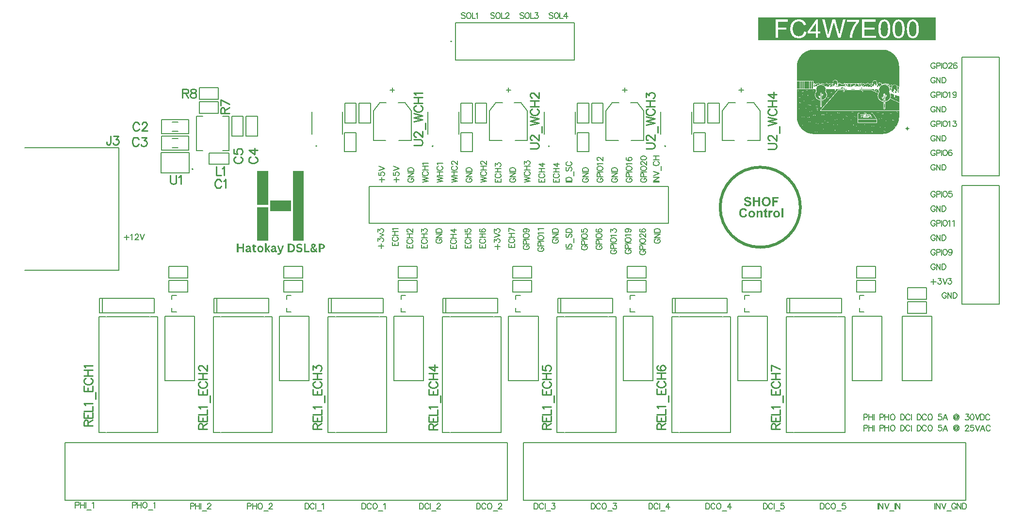
<source format=gto>
G04*
G04 #@! TF.GenerationSoftware,Altium Limited,Altium Designer,23.3.1 (30)*
G04*
G04 Layer_Color=65535*
%FSLAX44Y44*%
%MOMM*%
G71*
G04*
G04 #@! TF.SameCoordinates,ACB28AF2-BCDA-4B65-85FB-5AC2E94CD4BF*
G04*
G04*
G04 #@! TF.FilePolarity,Positive*
G04*
G01*
G75*
%ADD10C,0.2000*%
%ADD11C,0.5000*%
%ADD12C,0.1524*%
%ADD13C,0.1270*%
%ADD14C,0.2032*%
%ADD15C,0.2540*%
G36*
X1497921Y765373D02*
X1498317D01*
Y765175D01*
X1498514D01*
Y764978D01*
X1498712D01*
Y764583D01*
X1500490D01*
Y764385D01*
X1500688D01*
Y764187D01*
X1500885D01*
Y763792D01*
X1501083D01*
Y763200D01*
X1500885D01*
Y763002D01*
Y762804D01*
Y761817D01*
X1501083D01*
Y761619D01*
X1500688D01*
Y761421D01*
X1500490D01*
Y761224D01*
X1500095D01*
Y761026D01*
X1499897D01*
Y760829D01*
X1499700D01*
Y760631D01*
X1499305D01*
Y760434D01*
X1499107D01*
Y760236D01*
X1498909D01*
Y760038D01*
X1498712D01*
Y759841D01*
X1498514D01*
Y759643D01*
X1498317D01*
Y759446D01*
X1498119D01*
Y759248D01*
X1497921D01*
Y759050D01*
X1497526D01*
Y759248D01*
X1497724D01*
Y759446D01*
X1497329D01*
Y759643D01*
X1496933D01*
Y760038D01*
X1496341D01*
Y760236D01*
X1495946D01*
Y760434D01*
X1495155D01*
Y760236D01*
X1494958D01*
Y759643D01*
X1495155D01*
Y759446D01*
X1495748D01*
Y759248D01*
X1495946D01*
Y759050D01*
X1494365D01*
Y758853D01*
X1494167D01*
Y758655D01*
X1493772D01*
Y758260D01*
X1493179D01*
Y758458D01*
X1492982D01*
Y759050D01*
X1493179D01*
Y759248D01*
X1493377D01*
Y759643D01*
X1493575D01*
Y760038D01*
X1493772D01*
Y760631D01*
X1493970D01*
Y762409D01*
X1493772D01*
Y762607D01*
X1494365D01*
Y762804D01*
X1494563D01*
Y763200D01*
X1494760D01*
Y763397D01*
X1496143D01*
Y764583D01*
X1496341D01*
Y764978D01*
X1496538D01*
Y765175D01*
X1496933D01*
Y764978D01*
X1497131D01*
Y765175D01*
X1497526D01*
Y765373D01*
X1497131D01*
Y765571D01*
X1497921D01*
Y765373D01*
D02*
G37*
G36*
X1426990Y764780D02*
X1426792D01*
Y764978D01*
X1426990D01*
Y764780D01*
D02*
G37*
G36*
X1427978Y764385D02*
X1428176D01*
Y764583D01*
X1428373D01*
Y764187D01*
X1428571D01*
Y763990D01*
X1429163D01*
Y764187D01*
X1429954D01*
Y763990D01*
X1430349D01*
Y763792D01*
X1430546D01*
Y763595D01*
X1430744D01*
Y763200D01*
X1430942D01*
Y762409D01*
X1431534D01*
Y762607D01*
X1432127D01*
Y762804D01*
X1432917D01*
Y762607D01*
X1433313D01*
Y762409D01*
X1433510D01*
Y762212D01*
X1434498D01*
Y762409D01*
X1435091D01*
Y763200D01*
X1435288D01*
Y763595D01*
X1435486D01*
Y763792D01*
X1435683D01*
Y763990D01*
X1435881D01*
Y764187D01*
X1436474D01*
Y763002D01*
X1436276D01*
Y762014D01*
X1436079D01*
Y760631D01*
X1435881D01*
Y759643D01*
X1434893D01*
Y759446D01*
X1434301D01*
Y759248D01*
X1433115D01*
Y759446D01*
X1431337D01*
Y759248D01*
X1430942D01*
Y759446D01*
X1430744D01*
Y759643D01*
X1430546D01*
Y759841D01*
X1428768D01*
Y759643D01*
X1428373D01*
Y759446D01*
X1427978D01*
Y759248D01*
X1427780D01*
Y759050D01*
X1426792D01*
Y759248D01*
X1426200D01*
Y759050D01*
X1425409D01*
Y758853D01*
X1425212D01*
Y758655D01*
X1425014D01*
Y758458D01*
X1424421D01*
Y758655D01*
X1424224D01*
Y758458D01*
X1424421D01*
Y758063D01*
X1423631D01*
Y758260D01*
X1423434D01*
Y758458D01*
X1423631D01*
Y758655D01*
X1424026D01*
Y759050D01*
X1424224D01*
Y759248D01*
X1424421D01*
Y759446D01*
X1424619D01*
Y759643D01*
X1424817D01*
Y760038D01*
X1425014D01*
Y760434D01*
X1425212D01*
Y760236D01*
X1425607D01*
Y760434D01*
X1425212D01*
Y760829D01*
X1425409D01*
Y762804D01*
X1425212D01*
Y763595D01*
X1425014D01*
Y763792D01*
X1426002D01*
Y764187D01*
X1426200D01*
Y764583D01*
X1426397D01*
Y764780D01*
X1426595D01*
Y764385D01*
X1426792D01*
Y764583D01*
X1427385D01*
Y764780D01*
X1427583D01*
Y764583D01*
X1427780D01*
Y764978D01*
X1427978D01*
Y764385D01*
D02*
G37*
G36*
X1459196Y763990D02*
X1458603D01*
Y764187D01*
X1459196D01*
Y763990D01*
D02*
G37*
G36*
X1449712D02*
X1449119D01*
Y764187D01*
X1449712D01*
Y763990D01*
D02*
G37*
G36*
X1391821D02*
X1391623D01*
Y764187D01*
X1391821D01*
Y763990D01*
D02*
G37*
G36*
X1507800D02*
X1508195D01*
Y763792D01*
X1508393D01*
Y763595D01*
X1508591D01*
Y763397D01*
X1508788D01*
Y763002D01*
X1509381D01*
Y762804D01*
X1509776D01*
Y762607D01*
X1509974D01*
Y762409D01*
X1510171D01*
Y762212D01*
X1510369D01*
Y761817D01*
X1510171D01*
Y762014D01*
X1509776D01*
Y762212D01*
X1509579D01*
Y762409D01*
X1508788D01*
Y762607D01*
X1507800D01*
Y762804D01*
X1505627D01*
Y763002D01*
X1505825D01*
Y763595D01*
X1506022D01*
Y763792D01*
X1506417D01*
Y763990D01*
X1506615D01*
Y763792D01*
X1507800D01*
Y763990D01*
X1506812D01*
Y764187D01*
X1507800D01*
Y763990D01*
D02*
G37*
G36*
X1453861Y763397D02*
X1454256D01*
Y763595D01*
X1455244D01*
Y761817D01*
X1454849D01*
Y761619D01*
X1454059D01*
Y761421D01*
X1453861D01*
Y761224D01*
X1453663D01*
Y761026D01*
X1453268D01*
Y760829D01*
X1453071D01*
Y761026D01*
X1452873D01*
Y761224D01*
X1452280D01*
Y760829D01*
X1452478D01*
Y760631D01*
X1452280D01*
Y760038D01*
X1452083D01*
Y759841D01*
X1450107D01*
Y759643D01*
X1449712D01*
Y759446D01*
X1449317D01*
Y759248D01*
X1449119D01*
Y759050D01*
X1448922D01*
Y758853D01*
X1448724D01*
Y758655D01*
X1448526D01*
Y758458D01*
X1448329D01*
Y758260D01*
X1448131D01*
Y758063D01*
X1447736D01*
Y760434D01*
X1447538D01*
Y760631D01*
X1447736D01*
Y761026D01*
X1447538D01*
Y762804D01*
X1447736D01*
Y763792D01*
X1448526D01*
Y763595D01*
X1448329D01*
Y763397D01*
X1448131D01*
Y763595D01*
X1447934D01*
Y763397D01*
X1448131D01*
Y763200D01*
X1448329D01*
Y763002D01*
X1449119D01*
Y763200D01*
X1449317D01*
Y763002D01*
X1449909D01*
Y763200D01*
X1450107D01*
Y763595D01*
X1450305D01*
Y763792D01*
X1450502D01*
Y763990D01*
X1453861D01*
Y763397D01*
D02*
G37*
G36*
X1438647D02*
X1438450D01*
Y763595D01*
X1438647D01*
Y763397D01*
D02*
G37*
G36*
X1391425Y763990D02*
X1391623D01*
Y763595D01*
X1392216D01*
Y763397D01*
X1392413D01*
Y762804D01*
X1392611D01*
Y762607D01*
X1393006D01*
Y762409D01*
X1392413D01*
Y762212D01*
X1392216D01*
Y762014D01*
X1391821D01*
Y761817D01*
X1391228D01*
Y761619D01*
X1390635D01*
Y761817D01*
X1390240D01*
Y762014D01*
X1389252D01*
Y761817D01*
X1389055D01*
Y761224D01*
X1390043D01*
Y761026D01*
X1389845D01*
Y760829D01*
X1389450D01*
Y760631D01*
X1389252D01*
Y760434D01*
X1389055D01*
Y760236D01*
X1388857D01*
Y760038D01*
X1388659D01*
Y759841D01*
X1388462D01*
Y760236D01*
X1388264D01*
Y759841D01*
X1388462D01*
Y759643D01*
X1388264D01*
Y759446D01*
X1387671D01*
Y759248D01*
X1386091D01*
Y759446D01*
X1385696D01*
Y759248D01*
X1385103D01*
Y759050D01*
X1384708D01*
Y758853D01*
X1384510D01*
Y758655D01*
X1383522D01*
Y758458D01*
X1382534D01*
Y758853D01*
X1382337D01*
Y762212D01*
X1382534D01*
Y761817D01*
X1383127D01*
Y762014D01*
X1383325D01*
Y762212D01*
X1384313D01*
Y762409D01*
X1384115D01*
Y763002D01*
X1384708D01*
Y763200D01*
X1384905D01*
Y762804D01*
X1384510D01*
Y762607D01*
X1385103D01*
Y762212D01*
X1384905D01*
Y762014D01*
X1384708D01*
Y762212D01*
X1384510D01*
Y762014D01*
X1384115D01*
Y761817D01*
X1384510D01*
Y761619D01*
X1383918D01*
Y761421D01*
X1383325D01*
Y761224D01*
X1383127D01*
Y761026D01*
X1382930D01*
Y760631D01*
X1382732D01*
Y760434D01*
X1382534D01*
Y759446D01*
X1383325D01*
Y759841D01*
X1383522D01*
Y760236D01*
X1383720D01*
Y760434D01*
X1383918D01*
Y760631D01*
X1385103D01*
Y760829D01*
X1385300D01*
Y761224D01*
X1385498D01*
Y761026D01*
X1385696D01*
Y761224D01*
X1385498D01*
Y761421D01*
X1385696D01*
Y761619D01*
X1386091D01*
Y762014D01*
X1386486D01*
Y761619D01*
X1386684D01*
Y762014D01*
X1386486D01*
Y762212D01*
X1387079D01*
Y762409D01*
X1387276D01*
Y762607D01*
X1387474D01*
Y763397D01*
X1387671D01*
Y763595D01*
X1388067D01*
Y763792D01*
X1388857D01*
Y763595D01*
X1389252D01*
Y763397D01*
X1389450D01*
Y763595D01*
X1389647D01*
Y763792D01*
X1389845D01*
Y764187D01*
X1390240D01*
Y764385D01*
X1391425D01*
Y763990D01*
D02*
G37*
G36*
X1441216Y763792D02*
Y763200D01*
X1441018D01*
Y763397D01*
X1440821D01*
Y763792D01*
X1440623D01*
Y763990D01*
X1441216D01*
Y763792D01*
D02*
G37*
G36*
X1512740Y763002D02*
X1512345D01*
Y762804D01*
X1512147D01*
Y763200D01*
X1512740D01*
Y763002D01*
D02*
G37*
G36*
X1511554Y762804D02*
X1511159D01*
Y763002D01*
X1511554D01*
Y762804D01*
D02*
G37*
G36*
X1484091Y764187D02*
X1484486D01*
Y763990D01*
X1484684D01*
Y763792D01*
X1484881D01*
Y763595D01*
X1484684D01*
Y763200D01*
X1484486D01*
Y762607D01*
X1484288D01*
Y762014D01*
X1483893D01*
Y761817D01*
X1483696D01*
Y761619D01*
X1483103D01*
Y761817D01*
X1482905D01*
Y761619D01*
X1482708D01*
Y761421D01*
X1482312D01*
Y761224D01*
X1481720D01*
Y761026D01*
X1481325D01*
Y760829D01*
X1481127D01*
Y760631D01*
X1481522D01*
Y760829D01*
X1481917D01*
Y760434D01*
X1481522D01*
Y760038D01*
Y759841D01*
X1481325D01*
Y759643D01*
X1481522D01*
Y759248D01*
X1481917D01*
Y759446D01*
X1482115D01*
Y759643D01*
X1482312D01*
Y759841D01*
X1482510D01*
Y760038D01*
X1483696D01*
Y760829D01*
X1483893D01*
Y761026D01*
X1484288D01*
Y760829D01*
X1484486D01*
Y760038D01*
X1484684D01*
Y759643D01*
X1484881D01*
Y759050D01*
X1484288D01*
Y758853D01*
X1483893D01*
Y758655D01*
X1483696D01*
Y758458D01*
X1483498D01*
Y758260D01*
X1483300D01*
Y758063D01*
X1483103D01*
Y757865D01*
X1482905D01*
Y758063D01*
X1482708D01*
Y758260D01*
X1482510D01*
Y758458D01*
X1482115D01*
Y758655D01*
X1481720D01*
Y758853D01*
X1481127D01*
Y759050D01*
X1479744D01*
Y758853D01*
X1479349D01*
Y758655D01*
X1478954D01*
Y758458D01*
X1478559D01*
Y758260D01*
X1478361D01*
Y758458D01*
X1477768D01*
Y758655D01*
X1477373D01*
Y758853D01*
X1477175D01*
Y759050D01*
X1477373D01*
Y759248D01*
X1477175D01*
Y759643D01*
X1477373D01*
Y759841D01*
X1477175D01*
Y760038D01*
X1477373D01*
Y760631D01*
X1477175D01*
Y760829D01*
X1476780D01*
Y760631D01*
X1476583D01*
Y760434D01*
X1476385D01*
Y760236D01*
X1476187D01*
Y759248D01*
X1475990D01*
Y758853D01*
X1475792D01*
Y759050D01*
X1475595D01*
Y759248D01*
X1475397D01*
Y759050D01*
X1475002D01*
Y759248D01*
X1474805D01*
Y759446D01*
X1474409D01*
Y759643D01*
X1472829D01*
Y759446D01*
X1472631D01*
Y759248D01*
X1472236D01*
Y759050D01*
X1472038D01*
Y758853D01*
X1471643D01*
Y759050D01*
X1470655D01*
Y758853D01*
X1470063D01*
Y758655D01*
X1469667D01*
Y758853D01*
X1469470D01*
Y759050D01*
X1469075D01*
Y759248D01*
X1468680D01*
Y759446D01*
X1468087D01*
Y759643D01*
X1467296D01*
Y759446D01*
X1467099D01*
Y760038D01*
X1466901D01*
Y760829D01*
X1468482D01*
Y760631D01*
X1468680D01*
Y760434D01*
X1468877D01*
Y760236D01*
X1468482D01*
Y759841D01*
X1469272D01*
Y759643D01*
X1469865D01*
Y759841D01*
X1470063D01*
Y760434D01*
X1469865D01*
Y760829D01*
X1469667D01*
Y761026D01*
X1469470D01*
Y761224D01*
X1469272D01*
Y761421D01*
X1468680D01*
Y761619D01*
X1467099D01*
Y761421D01*
X1466901D01*
Y761224D01*
X1466704D01*
Y762014D01*
X1466506D01*
Y763002D01*
X1466308D01*
Y763595D01*
X1466506D01*
Y763397D01*
X1466901D01*
Y763200D01*
X1467494D01*
Y763397D01*
X1467692D01*
Y763595D01*
X1467889D01*
Y763792D01*
X1468087D01*
Y763990D01*
X1468284D01*
Y764187D01*
X1469667D01*
Y763990D01*
X1469865D01*
Y763792D01*
X1470063D01*
Y763595D01*
X1469865D01*
Y763397D01*
X1470260D01*
Y763002D01*
X1470458D01*
Y762607D01*
X1471248D01*
Y762804D01*
X1471446D01*
Y762212D01*
X1471643D01*
Y762409D01*
X1472236D01*
Y762804D01*
X1472829D01*
Y762607D01*
X1473026D01*
Y762804D01*
X1473224D01*
Y763002D01*
X1473421D01*
Y763200D01*
X1473619D01*
Y763397D01*
X1473817D01*
Y763595D01*
X1474409D01*
Y763397D01*
X1474805D01*
Y763200D01*
X1475200D01*
Y763397D01*
X1475397D01*
Y763792D01*
X1475595D01*
Y763990D01*
X1475792D01*
Y764187D01*
X1476187D01*
Y764385D01*
X1477768D01*
Y764187D01*
X1477966D01*
Y763990D01*
X1478163D01*
Y763792D01*
X1478361D01*
Y763397D01*
X1478559D01*
Y763002D01*
X1480732D01*
Y762804D01*
X1481917D01*
Y763002D01*
X1482115D01*
Y763397D01*
X1482312D01*
Y763792D01*
X1482510D01*
Y764187D01*
X1483103D01*
Y764385D01*
X1484091D01*
Y764187D01*
D02*
G37*
G36*
X1440821Y762804D02*
X1440623D01*
Y763002D01*
X1440821D01*
Y762804D01*
D02*
G37*
G36*
X1412764Y764187D02*
X1412962D01*
Y763990D01*
X1413159D01*
Y763792D01*
X1413357D01*
Y763397D01*
X1413555D01*
Y763200D01*
X1414345D01*
Y763397D01*
X1414542D01*
Y763595D01*
X1415135D01*
Y763792D01*
X1415530D01*
Y763595D01*
X1415333D01*
Y763200D01*
X1415135D01*
Y760829D01*
X1415333D01*
Y760236D01*
X1415530D01*
Y759841D01*
X1415728D01*
Y759446D01*
X1415333D01*
Y759248D01*
X1415135D01*
Y759050D01*
X1414938D01*
Y758853D01*
X1414345D01*
Y759050D01*
X1413752D01*
Y759248D01*
X1413159D01*
Y759050D01*
X1412369D01*
Y758853D01*
X1411974D01*
Y758655D01*
X1411776D01*
Y758458D01*
X1411579D01*
Y758260D01*
X1411381D01*
Y757865D01*
X1411183D01*
Y758063D01*
X1410986D01*
Y758260D01*
X1410788D01*
Y758458D01*
X1410393D01*
Y758655D01*
X1409998D01*
Y758853D01*
X1408022D01*
Y758655D01*
X1407627D01*
Y758458D01*
X1406837D01*
Y758655D01*
X1406046D01*
Y758853D01*
X1405454D01*
Y759446D01*
X1405651D01*
Y760038D01*
X1405849D01*
Y760434D01*
X1405651D01*
Y760631D01*
X1405256D01*
Y760434D01*
X1405058D01*
Y760236D01*
X1404861D01*
Y759841D01*
X1404663D01*
Y759050D01*
X1404071D01*
Y759248D01*
X1402490D01*
Y759446D01*
X1402292D01*
Y759643D01*
X1402095D01*
Y759841D01*
X1401897D01*
Y760038D01*
X1401700D01*
Y760236D01*
X1401502D01*
Y760434D01*
X1401304D01*
Y760631D01*
X1401107D01*
Y760829D01*
X1400909D01*
Y761026D01*
X1400712D01*
Y761224D01*
X1400514D01*
Y761421D01*
X1399921D01*
Y761619D01*
X1399329D01*
Y761817D01*
X1398934D01*
Y762014D01*
X1398538D01*
Y762212D01*
X1397946D01*
Y762409D01*
X1397155D01*
Y762607D01*
X1395772D01*
Y762804D01*
X1394587D01*
Y762607D01*
X1393994D01*
Y762804D01*
X1393797D01*
Y763002D01*
X1393994D01*
Y763200D01*
X1394192D01*
Y763397D01*
X1395179D01*
Y763200D01*
X1395575D01*
Y763002D01*
X1395970D01*
Y763200D01*
X1396167D01*
Y763595D01*
X1396365D01*
Y763990D01*
X1396760D01*
Y764187D01*
X1398143D01*
Y763990D01*
X1398538D01*
Y763595D01*
X1398736D01*
Y763397D01*
X1398934D01*
Y763002D01*
X1399131D01*
Y762804D01*
X1399329D01*
Y762607D01*
X1399921D01*
Y762804D01*
X1400119D01*
Y763002D01*
X1401107D01*
Y762804D01*
X1401897D01*
Y763200D01*
X1402095D01*
Y762607D01*
X1402292D01*
Y763002D01*
X1402490D01*
Y763200D01*
X1402095D01*
Y763397D01*
X1402490D01*
Y763595D01*
X1402885D01*
Y763397D01*
X1403083D01*
Y763200D01*
X1403676D01*
Y763397D01*
X1403873D01*
Y763792D01*
X1404071D01*
Y763990D01*
X1404268D01*
Y764187D01*
X1404663D01*
Y764385D01*
X1406046D01*
Y764187D01*
X1406639D01*
Y763792D01*
X1406442D01*
Y763595D01*
X1406837D01*
Y763397D01*
X1407034D01*
Y763200D01*
X1407232D01*
Y763002D01*
X1408417D01*
Y763200D01*
X1408615D01*
Y763002D01*
X1408813D01*
Y763200D01*
X1409010D01*
Y763002D01*
X1409405D01*
Y762804D01*
X1410393D01*
Y763002D01*
X1410591D01*
Y763397D01*
X1410788D01*
Y763792D01*
X1410986D01*
Y763990D01*
X1411183D01*
Y764187D01*
X1411579D01*
Y764385D01*
X1412764D01*
Y764187D01*
D02*
G37*
G36*
X1504837Y763002D02*
X1505034D01*
Y762804D01*
X1504046D01*
Y762607D01*
X1503256D01*
Y762804D01*
X1503651D01*
Y763002D01*
X1504046D01*
Y763200D01*
X1504837D01*
Y763002D01*
D02*
G37*
G36*
X1472038Y762804D02*
Y762607D01*
X1471841D01*
Y763002D01*
X1472038D01*
Y762804D01*
D02*
G37*
G36*
X1393797Y762607D02*
X1393401D01*
Y762804D01*
X1393797D01*
Y762607D01*
D02*
G37*
G36*
X1512740Y762409D02*
X1512937D01*
Y762014D01*
X1513135D01*
Y762212D01*
X1513728D01*
Y762014D01*
X1513925D01*
Y761421D01*
X1514123D01*
Y760631D01*
X1514913D01*
Y760434D01*
X1515309D01*
Y760038D01*
X1515506D01*
Y759841D01*
X1516099D01*
Y760038D01*
X1516296D01*
Y760434D01*
X1516494D01*
Y760829D01*
X1516889D01*
Y761026D01*
X1517087D01*
Y761224D01*
X1517482D01*
Y761421D01*
X1518667D01*
Y761224D01*
X1519062D01*
Y761026D01*
X1519260D01*
Y760631D01*
X1519062D01*
Y760434D01*
X1519260D01*
Y760236D01*
X1519062D01*
Y759643D01*
X1518865D01*
Y759446D01*
X1518667D01*
Y759050D01*
X1518470D01*
Y756482D01*
X1518667D01*
Y756284D01*
X1518272D01*
Y756482D01*
X1518075D01*
Y756284D01*
X1517877D01*
Y756877D01*
X1517679D01*
Y757470D01*
X1517482D01*
Y757667D01*
X1517679D01*
Y757865D01*
X1517482D01*
Y758063D01*
X1517087D01*
Y758260D01*
X1516889D01*
Y758458D01*
X1516691D01*
Y758260D01*
X1516889D01*
Y758063D01*
X1516691D01*
Y758260D01*
X1516494D01*
Y758458D01*
X1516296D01*
Y758063D01*
X1516099D01*
Y758260D01*
X1515309D01*
Y757865D01*
X1515111D01*
Y758260D01*
X1514913D01*
Y758655D01*
X1514716D01*
Y758063D01*
X1514518D01*
Y758458D01*
X1514321D01*
Y758655D01*
X1514123D01*
Y758853D01*
X1513925D01*
Y759050D01*
X1513728D01*
Y759446D01*
X1513530D01*
Y759643D01*
X1513333D01*
Y759841D01*
X1513135D01*
Y760038D01*
X1512740D01*
Y760434D01*
X1512345D01*
Y760631D01*
X1512147D01*
Y760829D01*
X1511950D01*
Y761026D01*
X1511752D01*
Y761224D01*
X1511554D01*
Y761421D01*
X1511950D01*
Y761619D01*
X1511752D01*
Y761817D01*
X1511554D01*
Y762212D01*
X1511752D01*
Y762014D01*
X1511950D01*
Y762212D01*
X1512147D01*
Y762607D01*
X1512542D01*
Y762804D01*
X1512740D01*
Y762409D01*
D02*
G37*
G36*
X1501280Y762014D02*
X1501083D01*
Y762212D01*
X1501280D01*
Y762014D01*
D02*
G37*
G36*
X1510764Y761619D02*
X1510567D01*
Y761817D01*
X1510764D01*
Y761619D01*
D02*
G37*
G36*
X1385498D02*
X1385300D01*
Y761817D01*
X1385498D01*
Y761619D01*
D02*
G37*
G36*
X1483103Y761224D02*
X1482905D01*
Y761421D01*
X1483103D01*
Y761224D01*
D02*
G37*
G36*
X1464333Y763002D02*
X1464530D01*
Y761817D01*
X1464728D01*
Y761026D01*
X1464530D01*
Y761224D01*
X1464333D01*
Y760829D01*
X1464728D01*
Y760236D01*
X1464925D01*
Y759248D01*
X1462554D01*
Y759050D01*
X1461764D01*
Y761224D01*
X1462357D01*
Y761026D01*
X1462950D01*
Y761224D01*
X1463147D01*
Y761619D01*
X1462950D01*
Y761817D01*
X1462752D01*
Y762014D01*
X1461764D01*
Y763397D01*
X1461962D01*
Y763595D01*
X1462159D01*
Y763792D01*
X1462357D01*
Y763990D01*
X1464333D01*
Y763002D01*
D02*
G37*
G36*
X1482510Y760829D02*
X1482115D01*
Y761026D01*
X1482510D01*
Y760829D01*
D02*
G37*
G36*
X1421260Y769720D02*
X1421853D01*
Y769522D01*
X1422248D01*
Y769325D01*
X1422446D01*
Y769127D01*
X1422643D01*
Y768930D01*
X1422841D01*
Y768732D01*
X1423038D01*
Y768534D01*
X1423236D01*
Y768337D01*
X1423434D01*
Y767942D01*
X1423631D01*
Y767349D01*
X1423829D01*
Y765175D01*
X1423631D01*
Y764385D01*
X1423829D01*
Y764187D01*
X1424026D01*
Y763595D01*
X1424224D01*
Y763397D01*
X1424026D01*
Y763200D01*
X1423829D01*
Y762804D01*
X1423631D01*
Y762607D01*
X1423434D01*
Y762212D01*
X1423236D01*
Y762014D01*
X1423038D01*
Y761817D01*
X1422841D01*
Y761619D01*
X1422446D01*
Y761421D01*
X1422248D01*
Y761224D01*
X1421853D01*
Y761026D01*
X1421655D01*
Y760829D01*
X1421260D01*
Y761026D01*
X1421458D01*
Y761224D01*
X1421655D01*
Y761421D01*
X1421853D01*
Y761619D01*
X1422050D01*
Y761817D01*
X1422248D01*
Y762607D01*
X1422050D01*
Y762804D01*
X1421260D01*
Y762607D01*
X1421063D01*
Y763397D01*
X1420865D01*
Y763792D01*
X1420667D01*
Y763990D01*
X1419877D01*
Y763792D01*
X1419680D01*
Y763595D01*
X1419482D01*
Y761026D01*
X1419284D01*
Y761224D01*
X1419087D01*
Y761421D01*
X1418889D01*
Y761619D01*
X1418494D01*
Y761421D01*
X1418296D01*
Y761224D01*
X1418099D01*
Y761026D01*
X1417901D01*
Y760829D01*
X1418099D01*
Y760434D01*
X1418296D01*
Y760236D01*
X1418494D01*
Y760038D01*
X1418692D01*
Y759643D01*
X1418889D01*
Y759446D01*
X1419284D01*
Y759248D01*
X1418889D01*
Y759446D01*
X1418296D01*
Y759643D01*
X1417704D01*
Y759841D01*
X1417309D01*
Y760038D01*
X1416913D01*
Y759841D01*
X1416716D01*
Y760038D01*
X1416518D01*
Y760236D01*
X1416321D01*
Y760631D01*
X1416123D01*
Y761026D01*
X1415925D01*
Y763200D01*
X1416123D01*
Y763792D01*
X1416321D01*
Y764187D01*
X1416716D01*
Y764583D01*
X1416913D01*
Y764978D01*
X1416716D01*
Y765571D01*
X1416518D01*
Y767151D01*
X1416716D01*
Y767744D01*
X1416913D01*
Y768139D01*
X1417111D01*
Y768337D01*
X1417309D01*
Y768732D01*
X1417506D01*
Y768930D01*
X1417704D01*
Y769127D01*
X1417901D01*
Y769325D01*
X1418296D01*
Y769522D01*
X1418494D01*
Y769720D01*
X1419087D01*
Y769917D01*
X1421260D01*
Y769720D01*
D02*
G37*
G36*
Y760434D02*
X1421063D01*
Y760631D01*
Y760829D01*
X1421260D01*
Y760434D01*
D02*
G37*
G36*
X1489821Y768930D02*
X1490413D01*
Y768732D01*
X1490809D01*
Y768534D01*
X1491204D01*
Y768337D01*
X1491401D01*
Y768139D01*
X1491599D01*
Y767942D01*
X1491796D01*
Y767744D01*
X1491994D01*
Y767546D01*
X1492191D01*
Y767151D01*
X1492389D01*
Y766559D01*
X1492587D01*
Y764780D01*
X1492389D01*
Y764187D01*
X1492191D01*
Y763990D01*
X1492389D01*
Y763595D01*
X1492587D01*
Y763397D01*
X1492784D01*
Y762607D01*
X1492587D01*
Y762014D01*
X1492389D01*
Y761817D01*
X1492191D01*
Y761421D01*
X1491994D01*
Y761224D01*
X1491796D01*
Y761026D01*
X1491401D01*
Y760829D01*
X1491204D01*
Y760631D01*
X1490809D01*
Y760434D01*
X1490611D01*
Y760236D01*
X1490216D01*
Y760038D01*
X1490018D01*
Y759841D01*
X1489821D01*
Y760236D01*
X1490018D01*
Y760434D01*
X1490216D01*
Y760631D01*
X1490413D01*
Y760829D01*
X1490611D01*
Y761026D01*
X1490809D01*
Y761224D01*
X1491006D01*
Y762212D01*
X1490611D01*
Y762409D01*
X1490216D01*
Y762212D01*
X1489821D01*
Y763200D01*
X1489623D01*
Y763397D01*
X1488833D01*
Y763200D01*
X1488635D01*
Y763002D01*
X1488438D01*
Y760829D01*
X1488240D01*
Y761026D01*
X1487252D01*
Y760829D01*
X1487054D01*
Y760236D01*
X1487252D01*
Y760038D01*
X1487450D01*
Y759841D01*
X1487647D01*
Y759446D01*
X1487845D01*
Y759248D01*
X1487054D01*
Y759446D01*
X1486659D01*
Y759643D01*
X1485671D01*
Y759841D01*
X1485474D01*
Y760236D01*
X1485276D01*
Y760631D01*
X1485079D01*
Y762607D01*
X1485276D01*
Y763002D01*
X1485474D01*
Y763397D01*
X1485671D01*
Y763595D01*
X1485869D01*
Y763990D01*
X1486066D01*
Y764385D01*
X1485869D01*
Y765175D01*
X1485671D01*
Y766361D01*
X1485869D01*
Y766954D01*
X1486066D01*
Y767349D01*
X1486264D01*
Y767744D01*
X1486462D01*
Y767942D01*
X1486659D01*
Y768139D01*
X1486857D01*
Y768337D01*
X1487054D01*
Y768534D01*
X1487450D01*
Y768732D01*
X1487845D01*
Y768930D01*
X1488635D01*
Y769127D01*
X1489821D01*
Y768930D01*
D02*
G37*
G36*
X1455244Y759050D02*
X1454651D01*
Y758853D01*
X1454059D01*
Y759050D01*
X1454256D01*
Y759446D01*
X1453663D01*
Y759248D01*
X1453268D01*
Y759050D01*
X1453071D01*
Y759446D01*
Y759643D01*
X1453663D01*
Y759841D01*
X1453861D01*
Y759643D01*
X1454059D01*
Y759841D01*
X1454256D01*
Y760631D01*
X1454454D01*
Y760829D01*
X1454849D01*
Y761026D01*
X1455244D01*
Y759050D01*
D02*
G37*
G36*
X1438450Y763002D02*
X1438845D01*
Y762607D01*
X1439042D01*
Y762804D01*
X1439833D01*
Y762607D01*
Y762409D01*
X1440228D01*
Y762607D01*
X1441018D01*
Y762212D01*
X1440821D01*
Y762014D01*
X1441018D01*
Y761817D01*
X1441216D01*
Y759050D01*
X1440623D01*
Y759248D01*
X1438845D01*
Y759050D01*
X1437857D01*
Y760631D01*
X1438055D01*
Y760434D01*
X1438252D01*
Y759643D01*
X1438450D01*
Y759446D01*
X1438647D01*
Y759643D01*
X1439240D01*
Y759841D01*
X1439438D01*
Y759643D01*
X1439635D01*
Y759841D01*
X1439833D01*
Y759643D01*
X1440623D01*
Y760236D01*
X1440426D01*
Y760434D01*
X1440228D01*
Y760631D01*
X1439833D01*
Y760829D01*
X1439240D01*
Y760631D01*
X1438845D01*
Y761026D01*
X1438647D01*
Y761224D01*
X1438450D01*
Y761421D01*
X1438055D01*
Y762212D01*
X1438252D01*
Y763200D01*
X1438450D01*
Y763002D01*
D02*
G37*
G36*
X1423038Y760038D02*
X1423631D01*
Y759643D01*
X1423434D01*
Y759446D01*
X1423236D01*
Y759248D01*
X1423038D01*
Y759050D01*
X1422643D01*
Y758853D01*
X1422248D01*
Y758655D01*
X1421853D01*
Y758458D01*
X1421260D01*
Y758655D01*
X1421063D01*
Y758853D01*
X1421260D01*
Y758655D01*
X1421458D01*
Y758853D01*
X1421260D01*
Y759050D01*
X1421063D01*
Y760236D01*
X1421260D01*
Y760038D01*
X1421458D01*
Y759841D01*
X1421655D01*
Y759643D01*
X1421458D01*
Y759446D01*
X1421260D01*
Y759248D01*
X1421655D01*
Y759446D01*
X1421853D01*
Y759841D01*
X1421655D01*
Y760038D01*
X1421853D01*
Y759841D01*
X1422050D01*
Y759446D01*
X1422248D01*
Y759643D01*
X1422446D01*
Y759841D01*
X1422841D01*
Y759643D01*
X1423038D01*
Y759841D01*
X1422841D01*
Y760236D01*
X1423038D01*
Y760038D01*
D02*
G37*
G36*
X1417111Y759446D02*
X1416913D01*
Y759643D01*
X1417111D01*
Y759446D01*
D02*
G37*
G36*
X1457615Y763792D02*
X1458010D01*
Y763595D01*
X1458208D01*
Y763200D01*
X1458405D01*
Y763002D01*
X1458603D01*
Y762804D01*
X1458800D01*
Y763002D01*
X1458998D01*
Y762409D01*
X1459393D01*
Y762607D01*
X1459591D01*
Y762804D01*
X1459788D01*
Y763002D01*
X1460974D01*
Y759050D01*
X1460579D01*
Y759248D01*
X1460381D01*
Y759446D01*
X1460184D01*
Y759643D01*
X1459788D01*
Y759841D01*
X1457812D01*
Y759643D01*
X1457615D01*
Y759446D01*
X1457220D01*
Y759248D01*
X1457022D01*
Y759050D01*
X1456825D01*
Y758853D01*
X1456232D01*
Y760038D01*
X1456034D01*
Y760631D01*
X1456232D01*
Y761224D01*
Y761421D01*
Y763002D01*
X1456034D01*
Y763792D01*
X1456232D01*
Y763990D01*
X1457615D01*
Y763792D01*
D02*
G37*
G36*
X1496538Y758853D02*
X1496341D01*
Y759050D01*
X1496538D01*
Y758853D01*
D02*
G37*
G36*
X1486857D02*
X1486659D01*
Y759050D01*
X1486857D01*
Y758853D01*
D02*
G37*
G36*
X1504442Y823264D02*
X1506417D01*
Y823066D01*
X1507800D01*
Y822869D01*
X1508986D01*
Y822671D01*
X1509776D01*
Y822474D01*
X1509974D01*
Y822276D01*
X1510764D01*
Y822079D01*
X1511554D01*
Y821881D01*
X1512345D01*
Y821684D01*
X1512542D01*
Y821486D01*
X1513135D01*
Y821288D01*
X1513728D01*
Y821091D01*
X1513925D01*
Y820893D01*
X1514518D01*
Y820696D01*
X1514913D01*
Y820498D01*
X1515309D01*
Y820300D01*
X1515901D01*
Y819905D01*
X1516494D01*
Y819708D01*
X1516691D01*
Y819510D01*
X1517087D01*
Y819313D01*
X1517482D01*
Y819115D01*
X1517679D01*
Y818917D01*
X1518075D01*
Y818720D01*
X1518470D01*
Y818522D01*
X1518667D01*
Y818325D01*
X1519062D01*
Y818127D01*
X1519260D01*
Y817929D01*
X1519458D01*
Y817732D01*
X1519655D01*
Y817534D01*
X1520050D01*
Y817337D01*
X1520248D01*
Y817139D01*
X1520446D01*
Y816942D01*
X1520643D01*
Y816744D01*
X1521236D01*
Y816349D01*
X1521434D01*
Y816151D01*
X1521631D01*
Y815954D01*
X1521829D01*
Y815756D01*
X1522026D01*
Y815558D01*
X1522224D01*
Y815361D01*
X1522619D01*
Y815163D01*
X1522816D01*
Y814966D01*
X1523014D01*
Y814768D01*
X1523212D01*
Y814571D01*
X1523409D01*
Y814373D01*
X1523607D01*
Y814175D01*
X1523804D01*
Y813978D01*
X1524002D01*
Y813780D01*
X1524200D01*
Y813583D01*
X1524397D01*
Y813385D01*
X1524595D01*
Y813187D01*
X1524792D01*
Y812595D01*
X1525188D01*
Y812200D01*
X1525583D01*
Y811607D01*
X1525780D01*
Y811409D01*
X1525978D01*
Y811212D01*
X1526175D01*
Y811014D01*
X1526373D01*
Y810619D01*
X1526571D01*
Y810421D01*
X1526768D01*
Y810026D01*
X1526966D01*
Y809829D01*
X1527163D01*
Y809434D01*
X1527361D01*
Y809236D01*
X1527558D01*
Y808643D01*
X1527954D01*
Y808248D01*
X1528151D01*
Y807655D01*
X1528349D01*
Y807260D01*
X1528546D01*
Y806865D01*
X1528744D01*
Y806470D01*
X1528941D01*
Y806075D01*
X1529139D01*
Y805877D01*
X1529337D01*
Y805284D01*
X1529534D01*
Y804691D01*
X1529732D01*
Y804296D01*
X1529929D01*
Y803901D01*
X1530127D01*
Y803704D01*
X1529929D01*
Y803506D01*
X1530127D01*
Y803308D01*
X1530325D01*
Y802321D01*
X1530522D01*
Y801728D01*
X1530720D01*
Y801333D01*
X1530917D01*
Y801135D01*
X1530720D01*
Y800740D01*
X1531115D01*
Y799554D01*
X1531313D01*
Y798171D01*
X1531510D01*
Y795603D01*
X1531708D01*
Y795405D01*
X1531905D01*
Y758655D01*
X1531708D01*
Y758853D01*
X1531510D01*
Y759050D01*
X1531313D01*
Y759248D01*
X1531115D01*
Y759446D01*
X1530917D01*
Y759643D01*
X1530522D01*
Y759841D01*
X1529534D01*
Y760038D01*
X1529139D01*
Y759841D01*
X1528151D01*
Y760236D01*
X1527954D01*
Y760434D01*
X1527756D01*
Y760631D01*
X1527558D01*
Y760829D01*
X1527361D01*
Y761026D01*
X1527163D01*
Y761224D01*
X1526966D01*
Y761421D01*
X1526768D01*
Y761619D01*
X1526571D01*
Y761817D01*
X1526175D01*
Y762014D01*
X1525780D01*
Y762212D01*
X1525188D01*
Y762409D01*
X1524200D01*
Y762607D01*
X1523409D01*
Y762409D01*
X1522421D01*
Y762212D01*
X1521829D01*
Y762014D01*
X1521434D01*
Y761817D01*
X1521038D01*
Y761619D01*
X1520841D01*
Y761421D01*
X1520446D01*
Y761224D01*
X1520050D01*
Y761421D01*
X1519853D01*
Y761619D01*
X1519655D01*
Y761817D01*
X1519260D01*
Y762014D01*
X1518470D01*
Y762212D01*
X1517877D01*
Y762014D01*
X1517087D01*
Y761817D01*
X1516691D01*
Y761619D01*
X1516296D01*
Y761224D01*
X1516099D01*
Y761026D01*
X1515901D01*
Y760829D01*
X1515506D01*
Y761026D01*
X1515111D01*
Y761224D01*
X1514716D01*
Y761817D01*
X1514518D01*
Y762607D01*
X1514321D01*
Y763002D01*
X1514123D01*
Y763200D01*
X1513925D01*
Y763397D01*
X1513728D01*
Y763595D01*
X1513333D01*
Y763792D01*
X1512937D01*
Y763990D01*
X1511554D01*
Y763792D01*
X1511159D01*
Y763595D01*
X1510764D01*
Y763397D01*
X1510567D01*
Y763200D01*
X1510171D01*
Y763397D01*
X1509579D01*
Y763595D01*
X1509381D01*
Y763792D01*
X1509184D01*
Y763990D01*
X1508986D01*
Y764385D01*
X1508591D01*
Y764583D01*
X1508195D01*
Y764780D01*
X1506220D01*
Y764583D01*
X1506022D01*
Y764385D01*
X1505627D01*
Y764187D01*
X1505430D01*
Y763792D01*
X1503651D01*
Y763595D01*
X1503256D01*
Y763397D01*
X1503058D01*
Y763200D01*
X1502663D01*
Y762804D01*
X1501873D01*
Y763002D01*
X1501675D01*
Y764385D01*
X1501478D01*
Y764583D01*
X1501280D01*
Y764978D01*
X1500885D01*
Y765175D01*
X1500688D01*
Y765373D01*
X1499107D01*
Y765571D01*
X1498909D01*
Y765768D01*
X1498712D01*
Y765966D01*
X1498317D01*
Y766163D01*
X1496736D01*
Y765966D01*
X1496341D01*
Y765768D01*
X1496143D01*
Y765571D01*
X1495946D01*
Y765373D01*
X1495748D01*
Y764978D01*
X1495550D01*
Y764187D01*
X1494958D01*
Y763990D01*
X1494563D01*
Y763792D01*
X1494365D01*
Y763595D01*
X1493772D01*
Y763792D01*
X1493575D01*
Y763990D01*
X1493179D01*
Y764187D01*
X1492982D01*
Y764780D01*
X1493179D01*
Y766756D01*
X1492982D01*
Y767349D01*
X1492784D01*
Y767744D01*
X1492587D01*
Y767942D01*
X1492389D01*
Y768337D01*
X1492191D01*
Y768534D01*
X1491994D01*
Y768732D01*
X1491599D01*
Y768930D01*
X1491401D01*
Y769127D01*
X1491204D01*
Y769325D01*
X1490809D01*
Y769522D01*
X1490018D01*
Y769720D01*
X1488240D01*
Y769522D01*
X1487647D01*
Y769325D01*
X1487252D01*
Y769127D01*
X1486857D01*
Y768930D01*
X1486659D01*
Y768732D01*
X1486462D01*
Y768534D01*
X1486264D01*
Y768337D01*
X1486066D01*
Y768139D01*
X1485869D01*
Y767942D01*
X1485671D01*
Y767546D01*
X1485474D01*
Y767151D01*
X1485276D01*
Y766559D01*
X1485079D01*
Y764978D01*
X1485276D01*
Y764385D01*
X1485079D01*
Y764583D01*
X1484684D01*
Y764780D01*
X1484288D01*
Y764978D01*
X1482708D01*
Y764780D01*
X1482312D01*
Y764583D01*
X1482115D01*
Y764385D01*
X1481917D01*
Y764187D01*
X1481720D01*
Y763990D01*
X1481522D01*
Y763595D01*
X1480534D01*
Y763792D01*
X1479349D01*
Y763595D01*
X1479151D01*
Y763792D01*
X1478954D01*
Y764187D01*
X1478756D01*
Y764385D01*
X1478559D01*
Y764583D01*
X1478361D01*
Y764780D01*
X1478163D01*
Y764978D01*
X1477768D01*
Y765175D01*
X1475990D01*
Y764978D01*
X1475595D01*
Y764780D01*
X1475397D01*
Y764583D01*
X1475200D01*
Y764385D01*
X1475002D01*
Y764187D01*
X1473421D01*
Y763990D01*
X1473026D01*
Y763595D01*
X1471248D01*
Y763397D01*
X1471050D01*
Y763792D01*
X1470853D01*
Y763990D01*
X1470655D01*
Y764187D01*
X1470458D01*
Y764385D01*
X1470260D01*
Y764583D01*
X1469865D01*
Y764780D01*
X1469470D01*
Y764978D01*
X1468680D01*
Y764780D01*
X1468087D01*
Y764583D01*
X1467692D01*
Y764385D01*
X1467494D01*
Y764187D01*
X1467296D01*
Y763990D01*
X1466901D01*
Y764187D01*
X1466111D01*
Y764583D01*
X1465913D01*
Y765571D01*
X1465716D01*
Y765768D01*
X1437067D01*
Y765571D01*
X1436869D01*
Y764978D01*
X1436276D01*
Y764780D01*
X1435683D01*
Y764583D01*
X1435288D01*
Y764385D01*
X1435091D01*
Y764187D01*
X1434893D01*
Y763792D01*
X1434696D01*
Y763397D01*
X1434498D01*
Y763002D01*
X1433708D01*
Y763200D01*
X1433313D01*
Y763397D01*
X1431337D01*
Y763792D01*
X1431139D01*
Y764187D01*
X1430744D01*
Y764583D01*
X1430151D01*
Y764780D01*
X1428966D01*
Y764978D01*
X1428768D01*
Y765373D01*
X1428373D01*
Y765571D01*
X1428176D01*
Y765768D01*
X1426397D01*
Y765571D01*
X1426002D01*
Y765175D01*
X1425804D01*
Y764978D01*
X1425607D01*
Y764780D01*
X1425409D01*
Y764385D01*
X1425014D01*
Y764583D01*
X1424421D01*
Y764780D01*
X1424224D01*
Y765175D01*
X1424421D01*
Y767744D01*
X1424224D01*
Y768139D01*
X1424026D01*
Y768337D01*
X1423829D01*
Y768732D01*
X1423631D01*
Y769127D01*
X1423434D01*
Y769325D01*
X1423236D01*
Y769522D01*
X1423038D01*
Y769720D01*
X1422643D01*
Y769917D01*
X1422446D01*
Y770115D01*
X1421853D01*
Y770312D01*
X1421655D01*
Y770510D01*
X1420470D01*
Y770708D01*
X1419877D01*
Y770510D01*
X1418889D01*
Y770312D01*
X1418494D01*
Y770115D01*
X1418099D01*
Y769917D01*
X1417704D01*
Y769720D01*
X1417506D01*
Y769522D01*
X1417309D01*
Y769325D01*
X1417111D01*
Y769127D01*
X1416913D01*
Y768930D01*
X1416716D01*
Y768732D01*
X1416518D01*
Y768337D01*
X1416321D01*
Y767942D01*
X1416123D01*
Y767151D01*
X1415925D01*
Y765571D01*
X1416123D01*
Y764583D01*
X1415925D01*
Y764385D01*
X1414740D01*
Y764187D01*
X1414345D01*
Y763990D01*
X1413950D01*
Y764187D01*
X1413752D01*
Y764385D01*
X1413555D01*
Y764583D01*
X1413357D01*
Y764780D01*
X1412962D01*
Y764978D01*
X1411381D01*
Y764780D01*
X1410986D01*
Y764583D01*
X1410591D01*
Y764385D01*
X1410393D01*
Y764187D01*
X1410196D01*
Y763792D01*
X1409998D01*
Y763595D01*
X1409208D01*
Y763792D01*
X1407825D01*
Y763595D01*
X1407627D01*
Y763792D01*
X1407430D01*
Y764187D01*
X1407232D01*
Y764385D01*
X1407034D01*
Y764583D01*
X1406837D01*
Y764780D01*
X1406639D01*
Y764978D01*
X1406244D01*
Y765175D01*
X1404466D01*
Y764978D01*
X1404071D01*
Y764780D01*
X1403873D01*
Y764583D01*
X1403676D01*
Y764385D01*
X1403478D01*
Y764187D01*
X1401897D01*
Y763990D01*
X1401502D01*
Y763595D01*
X1399921D01*
Y763397D01*
X1399526D01*
Y763595D01*
X1399329D01*
Y763990D01*
X1399131D01*
Y764187D01*
X1398934D01*
Y764385D01*
X1398736D01*
Y764583D01*
X1398341D01*
Y764780D01*
X1397748D01*
Y764978D01*
X1397353D01*
Y764780D01*
X1396563D01*
Y764583D01*
X1396167D01*
Y764385D01*
X1395970D01*
Y764187D01*
X1395772D01*
Y763990D01*
X1395377D01*
Y764187D01*
X1393994D01*
Y763990D01*
X1393797D01*
Y763792D01*
X1393401D01*
Y763595D01*
X1393204D01*
Y763397D01*
X1393006D01*
Y763595D01*
X1392809D01*
Y764187D01*
X1392611D01*
Y764385D01*
X1392413D01*
Y764583D01*
X1392216D01*
Y764780D01*
X1391821D01*
Y764978D01*
X1391425D01*
Y765175D01*
X1390635D01*
Y764978D01*
X1390043D01*
Y764780D01*
X1389647D01*
Y764583D01*
X1389450D01*
Y764385D01*
X1387671D01*
Y764187D01*
X1387474D01*
Y763990D01*
X1387079D01*
Y763595D01*
X1386881D01*
Y763200D01*
X1385498D01*
Y763595D01*
X1385300D01*
Y763792D01*
X1385103D01*
Y763990D01*
X1384905D01*
Y764187D01*
X1384510D01*
Y764385D01*
X1382732D01*
Y764187D01*
X1382139D01*
Y768732D01*
X1381942D01*
Y768930D01*
X1353490D01*
Y796591D01*
X1353688D01*
Y798567D01*
X1353885D01*
Y799950D01*
X1354083D01*
Y800938D01*
X1354280D01*
Y801925D01*
X1354478D01*
Y802716D01*
X1354675D01*
Y802913D01*
X1354873D01*
Y803111D01*
X1354675D01*
Y803308D01*
X1354873D01*
Y803506D01*
X1355071D01*
Y804296D01*
X1355268D01*
Y804889D01*
X1355466D01*
Y805482D01*
X1355663D01*
Y805679D01*
X1355861D01*
Y806272D01*
X1356059D01*
Y806470D01*
X1356256D01*
Y807063D01*
X1356651D01*
Y807655D01*
X1356849D01*
Y808248D01*
X1357047D01*
Y808446D01*
X1357244D01*
Y808841D01*
X1357442D01*
Y809236D01*
X1357639D01*
Y809631D01*
X1357837D01*
Y809829D01*
X1358034D01*
Y810224D01*
X1358232D01*
Y810421D01*
X1358430D01*
Y810619D01*
X1358627D01*
Y811014D01*
X1358825D01*
Y811212D01*
X1359022D01*
Y811607D01*
X1359417D01*
Y812200D01*
X1359615D01*
Y812397D01*
X1360010D01*
Y812792D01*
X1360208D01*
Y813385D01*
X1360603D01*
Y813583D01*
X1360800D01*
Y813780D01*
X1360998D01*
Y813978D01*
X1361196D01*
Y814175D01*
X1361393D01*
Y814373D01*
X1361591D01*
Y814571D01*
X1361788D01*
Y814966D01*
X1362184D01*
Y815361D01*
X1362381D01*
Y815558D01*
X1362974D01*
Y815756D01*
X1363172D01*
Y815954D01*
X1363369D01*
Y816349D01*
X1363764D01*
Y816744D01*
X1364357D01*
Y817139D01*
X1364752D01*
Y817337D01*
X1364950D01*
Y817534D01*
X1365345D01*
Y817732D01*
X1365542D01*
Y817929D01*
X1365740D01*
Y818127D01*
X1365938D01*
Y818325D01*
X1366333D01*
Y818522D01*
X1366728D01*
Y818720D01*
X1366926D01*
Y818917D01*
X1367321D01*
Y819115D01*
X1367518D01*
Y819313D01*
X1367913D01*
Y819510D01*
X1368111D01*
Y819708D01*
X1368704D01*
Y819905D01*
X1369099D01*
Y820300D01*
X1369692D01*
Y820498D01*
X1370087D01*
Y820696D01*
X1370680D01*
Y820893D01*
X1371075D01*
Y821091D01*
X1371272D01*
Y821288D01*
X1372063D01*
Y821486D01*
X1372458D01*
Y821684D01*
X1372853D01*
Y821881D01*
X1373643D01*
Y822079D01*
X1374236D01*
Y822276D01*
X1374631D01*
Y822474D01*
X1375224D01*
Y822671D01*
X1376212D01*
Y822869D01*
X1377200D01*
Y823066D01*
X1378583D01*
Y823264D01*
X1380558D01*
Y823462D01*
X1504442D01*
Y823264D01*
D02*
G37*
G36*
X1442204Y763990D02*
X1446748D01*
Y760236D01*
Y760038D01*
Y758063D01*
X1446550D01*
Y758458D01*
X1446155D01*
Y758655D01*
X1445958D01*
Y758853D01*
X1445563D01*
Y759050D01*
X1443784D01*
Y758853D01*
X1443192D01*
Y758655D01*
X1442994D01*
Y758458D01*
X1442599D01*
Y758260D01*
X1442204D01*
Y758458D01*
X1442006D01*
Y764187D01*
X1442204D01*
Y763990D01*
D02*
G37*
G36*
X1434301Y756680D02*
X1434893D01*
Y756284D01*
X1435091D01*
Y756482D01*
X1435288D01*
Y755889D01*
X1435091D01*
Y755692D01*
X1434103D01*
Y755889D01*
X1434301D01*
Y756087D01*
X1434103D01*
Y756877D01*
X1434301D01*
Y756680D01*
D02*
G37*
G36*
X1433115Y758260D02*
X1433708D01*
Y758063D01*
X1433905D01*
Y757865D01*
X1434103D01*
Y757272D01*
X1433905D01*
Y757075D01*
X1433708D01*
Y756877D01*
X1433510D01*
Y756680D01*
X1433115D01*
Y756482D01*
X1432917D01*
Y756087D01*
X1432720D01*
Y755494D01*
X1429756D01*
Y756087D01*
X1429954D01*
Y756482D01*
X1430151D01*
Y756680D01*
X1430546D01*
Y756877D01*
X1431139D01*
Y757075D01*
X1431337D01*
Y757272D01*
X1431534D01*
Y757865D01*
X1431732D01*
Y758063D01*
X1432127D01*
Y758260D01*
X1432720D01*
Y758458D01*
X1433115D01*
Y758260D01*
D02*
G37*
G36*
X1381546Y760829D02*
Y760631D01*
Y755494D01*
X1378978D01*
Y768337D01*
X1381546D01*
Y760829D01*
D02*
G37*
G36*
X1378385Y755494D02*
X1375619D01*
Y766756D01*
Y766954D01*
Y768337D01*
X1378385D01*
Y755494D01*
D02*
G37*
G36*
X1375026D02*
X1372458D01*
Y760038D01*
Y760236D01*
Y768337D01*
X1375026D01*
Y755494D01*
D02*
G37*
G36*
X1371865D02*
X1369099D01*
Y767546D01*
Y767744D01*
Y768337D01*
X1371865D01*
Y755494D01*
D02*
G37*
G36*
X1368506Y767942D02*
Y767744D01*
Y756284D01*
X1368704D01*
Y755889D01*
X1368506D01*
Y755494D01*
X1365938D01*
Y768337D01*
X1368506D01*
Y767942D01*
D02*
G37*
G36*
X1365345Y755494D02*
X1362776D01*
Y755692D01*
X1362579D01*
Y755889D01*
X1362776D01*
Y757075D01*
X1362579D01*
Y757272D01*
X1362776D01*
Y758853D01*
X1362579D01*
Y759248D01*
X1362776D01*
Y759446D01*
X1362579D01*
Y759841D01*
X1362776D01*
Y763002D01*
X1362579D01*
Y763200D01*
X1362776D01*
Y763397D01*
X1362579D01*
Y763595D01*
X1362776D01*
Y768337D01*
X1365345D01*
Y755494D01*
D02*
G37*
G36*
X1361986Y767151D02*
X1362184D01*
Y761817D01*
X1361986D01*
Y758853D01*
X1362184D01*
Y755889D01*
Y755692D01*
Y755494D01*
X1359417D01*
Y768337D01*
X1361986D01*
Y767151D01*
D02*
G37*
G36*
X1358825Y755494D02*
X1356256D01*
Y756877D01*
Y757075D01*
Y768337D01*
X1358825D01*
Y755494D01*
D02*
G37*
G36*
X1355466Y768139D02*
X1355663D01*
Y755494D01*
X1353490D01*
Y768337D01*
X1355466D01*
Y768139D01*
D02*
G37*
G36*
X1446748Y754704D02*
X1447736D01*
Y754111D01*
X1441216D01*
Y754704D01*
X1442006D01*
Y754901D01*
X1443784D01*
Y754704D01*
X1444575D01*
Y754901D01*
X1444970D01*
Y754704D01*
X1445365D01*
Y754901D01*
X1446155D01*
Y754704D01*
X1446550D01*
Y754901D01*
X1446748D01*
Y754704D01*
D02*
G37*
G36*
X1461567D02*
X1461764D01*
Y754111D01*
X1455244D01*
Y754704D01*
X1455442D01*
Y754901D01*
X1461567D01*
Y754704D01*
D02*
G37*
G36*
X1465913Y753913D02*
Y753716D01*
X1462357D01*
Y754704D01*
X1465913D01*
Y753913D01*
D02*
G37*
G36*
X1454651Y753716D02*
X1448329D01*
Y754704D01*
X1454651D01*
Y753716D01*
D02*
G37*
G36*
X1440623D02*
X1436671D01*
Y754111D01*
X1436869D01*
Y754704D01*
X1440623D01*
Y753716D01*
D02*
G37*
G36*
X1515111Y757470D02*
X1515309D01*
Y757075D01*
X1515506D01*
Y756680D01*
X1515704D01*
Y757075D01*
X1515901D01*
Y756877D01*
X1516099D01*
Y757075D01*
X1516296D01*
Y756877D01*
X1516691D01*
Y756680D01*
X1516889D01*
Y756284D01*
X1517087D01*
Y755889D01*
X1517284D01*
Y755692D01*
X1518075D01*
Y755494D01*
X1518470D01*
Y755099D01*
X1518272D01*
Y754704D01*
X1518075D01*
Y754111D01*
X1517877D01*
Y753518D01*
X1517679D01*
Y752728D01*
X1515901D01*
Y754308D01*
X1515704D01*
Y755494D01*
X1515506D01*
Y756087D01*
X1515309D01*
Y756877D01*
X1515111D01*
Y757470D01*
X1514913D01*
Y757667D01*
X1514716D01*
Y757865D01*
X1515111D01*
Y757470D01*
D02*
G37*
G36*
X1491401Y754506D02*
X1491994D01*
Y754308D01*
X1492784D01*
Y754111D01*
X1493377D01*
Y753913D01*
X1493772D01*
Y753716D01*
X1494365D01*
Y753518D01*
X1494958D01*
Y753321D01*
X1495353D01*
Y753123D01*
X1495946D01*
Y751740D01*
X1496143D01*
Y750950D01*
X1496341D01*
Y750357D01*
X1496538D01*
Y749764D01*
X1496736D01*
Y748974D01*
X1496538D01*
Y748776D01*
X1496341D01*
Y748579D01*
X1496143D01*
Y748381D01*
X1495946D01*
Y747986D01*
X1495748D01*
Y747788D01*
X1495353D01*
Y747986D01*
X1494958D01*
Y748184D01*
X1494563D01*
Y748381D01*
X1493970D01*
Y748579D01*
X1493772D01*
Y748776D01*
X1493179D01*
Y748974D01*
X1492784D01*
Y749171D01*
X1492389D01*
Y749369D01*
X1491994D01*
Y749567D01*
X1491599D01*
Y749764D01*
X1491204D01*
Y749962D01*
X1490611D01*
Y750159D01*
X1490216D01*
Y750357D01*
X1489623D01*
Y750555D01*
X1489425D01*
Y750752D01*
X1488833D01*
Y750950D01*
X1488438D01*
Y751147D01*
X1488042D01*
Y751345D01*
X1487647D01*
Y751542D01*
X1487252D01*
Y751740D01*
X1486857D01*
Y751938D01*
X1486462D01*
Y752135D01*
X1486066D01*
Y752333D01*
X1485474D01*
Y752530D01*
X1485079D01*
Y752728D01*
X1484684D01*
Y752925D01*
X1484091D01*
Y753123D01*
X1483696D01*
Y753321D01*
X1483300D01*
Y753518D01*
X1482905D01*
Y753716D01*
X1467889D01*
Y754704D01*
X1488438D01*
Y752530D01*
X1488635D01*
Y752333D01*
X1489623D01*
Y752530D01*
X1489821D01*
Y754704D01*
X1491401D01*
Y754506D01*
D02*
G37*
G36*
X1434893Y753913D02*
X1434696D01*
Y753716D01*
X1425409D01*
Y753518D01*
X1425212D01*
Y753321D01*
X1425014D01*
Y752925D01*
X1424817D01*
Y752728D01*
X1424619D01*
Y752530D01*
X1424421D01*
Y752333D01*
X1424224D01*
Y752135D01*
X1424026D01*
Y751740D01*
X1423829D01*
Y751542D01*
X1423631D01*
Y751345D01*
X1423434D01*
Y751147D01*
X1423236D01*
Y750950D01*
X1423038D01*
Y750752D01*
X1422841D01*
Y750555D01*
X1422643D01*
Y750357D01*
X1422446D01*
Y749962D01*
X1422248D01*
Y749764D01*
X1422050D01*
Y749567D01*
X1421853D01*
Y749369D01*
X1421655D01*
Y748974D01*
X1421458D01*
Y748776D01*
X1421260D01*
Y748579D01*
X1421063D01*
Y748381D01*
X1420865D01*
Y748184D01*
X1420667D01*
Y747986D01*
X1420470D01*
Y747788D01*
X1420272D01*
Y747393D01*
X1420075D01*
Y747196D01*
X1419877D01*
Y746998D01*
X1419680D01*
Y746800D01*
X1419482D01*
Y746603D01*
X1419284D01*
Y746405D01*
X1419087D01*
Y746208D01*
X1418889D01*
Y746010D01*
X1418692D01*
Y745615D01*
X1418494D01*
Y745417D01*
X1418296D01*
Y745220D01*
X1418099D01*
Y745022D01*
X1417901D01*
Y744825D01*
X1417704D01*
Y744429D01*
X1417506D01*
Y744232D01*
X1417309D01*
Y744034D01*
X1417111D01*
Y743837D01*
X1416913D01*
Y743639D01*
X1416518D01*
Y743046D01*
X1416321D01*
Y742849D01*
X1416123D01*
Y742651D01*
X1415925D01*
Y742454D01*
X1415728D01*
Y742256D01*
X1415530D01*
Y742058D01*
X1415333D01*
Y741663D01*
X1415135D01*
Y741466D01*
X1414938D01*
Y741268D01*
X1414740D01*
Y741071D01*
X1414542D01*
Y740873D01*
X1414345D01*
Y740676D01*
X1414147D01*
Y740280D01*
X1413950D01*
Y740083D01*
X1413752D01*
Y739885D01*
X1413555D01*
Y739688D01*
X1413357D01*
Y739490D01*
X1413159D01*
Y739095D01*
X1412962D01*
Y738897D01*
X1412764D01*
Y738700D01*
X1412567D01*
Y738502D01*
X1412369D01*
Y738305D01*
X1412171D01*
Y738107D01*
X1411974D01*
Y737909D01*
X1411776D01*
Y737514D01*
X1411579D01*
Y737317D01*
X1411381D01*
Y737119D01*
X1411183D01*
Y736921D01*
X1410986D01*
Y736724D01*
X1410788D01*
Y736526D01*
X1410591D01*
Y736131D01*
X1410393D01*
Y735934D01*
X1410196D01*
Y735736D01*
X1409998D01*
Y735538D01*
X1409801D01*
Y735341D01*
X1409603D01*
Y735143D01*
X1409405D01*
Y734748D01*
X1409208D01*
Y734550D01*
X1409010D01*
Y734353D01*
X1408813D01*
Y734155D01*
X1408615D01*
Y733958D01*
X1408417D01*
Y733760D01*
X1408220D01*
Y733365D01*
X1408022D01*
Y733167D01*
X1407825D01*
Y732970D01*
X1407627D01*
Y732772D01*
X1407430D01*
Y732575D01*
X1407232D01*
Y732377D01*
X1407034D01*
Y732179D01*
X1406837D01*
Y731784D01*
X1406639D01*
Y731587D01*
X1406442D01*
Y731389D01*
X1406244D01*
Y731192D01*
X1406046D01*
Y730994D01*
X1405849D01*
Y730599D01*
X1405651D01*
Y730401D01*
X1405454D01*
Y730204D01*
X1405256D01*
Y730006D01*
X1405058D01*
Y729809D01*
X1404861D01*
Y729611D01*
X1404663D01*
Y729413D01*
X1404466D01*
Y729018D01*
X1404268D01*
Y728821D01*
X1404071D01*
Y728623D01*
X1403873D01*
Y728426D01*
X1403676D01*
Y728228D01*
X1403478D01*
Y728030D01*
X1403280D01*
Y727635D01*
X1403083D01*
Y727438D01*
X1402885D01*
Y727240D01*
X1402688D01*
Y727042D01*
X1402490D01*
Y726845D01*
X1402292D01*
Y726647D01*
X1402095D01*
Y726252D01*
X1401897D01*
Y726055D01*
X1401700D01*
Y725857D01*
X1401502D01*
Y725659D01*
X1401304D01*
Y725462D01*
X1401107D01*
Y725264D01*
X1400909D01*
Y725067D01*
X1400712D01*
Y724671D01*
X1400514D01*
Y724474D01*
X1400317D01*
Y724276D01*
X1400119D01*
Y724079D01*
X1399921D01*
Y723881D01*
X1399724D01*
Y723683D01*
X1399526D01*
Y723486D01*
X1399329D01*
Y723091D01*
X1399131D01*
Y722893D01*
X1398934D01*
Y722696D01*
X1398736D01*
Y722498D01*
X1398538D01*
Y722300D01*
X1398341D01*
Y722103D01*
X1398143D01*
Y721905D01*
X1397946D01*
Y721510D01*
X1397748D01*
Y721313D01*
X1397551D01*
Y721115D01*
X1397353D01*
Y720917D01*
X1397155D01*
Y720720D01*
X1396958D01*
Y720522D01*
X1396760D01*
Y720127D01*
X1396563D01*
Y719930D01*
X1396365D01*
Y719732D01*
X1396167D01*
Y719534D01*
X1395970D01*
Y719337D01*
X1395772D01*
Y719139D01*
X1395575D01*
Y718942D01*
X1395377D01*
Y718744D01*
X1395179D01*
Y718349D01*
X1394982D01*
Y718151D01*
X1394784D01*
Y717954D01*
X1394587D01*
Y717756D01*
X1394389D01*
Y717559D01*
X1394192D01*
Y717361D01*
X1393994D01*
Y716966D01*
X1393797D01*
Y716768D01*
X1393599D01*
Y716373D01*
X1393797D01*
Y716176D01*
X1531708D01*
Y715978D01*
X1531905D01*
Y704321D01*
X1531510D01*
Y701554D01*
X1531313D01*
Y700962D01*
X1531115D01*
Y700764D01*
X1531313D01*
Y700567D01*
X1531115D01*
Y700171D01*
X1531313D01*
Y699974D01*
X1530917D01*
Y698788D01*
X1530720D01*
Y697603D01*
X1530522D01*
Y697405D01*
X1530325D01*
Y696813D01*
X1530127D01*
Y696220D01*
X1529929D01*
Y695430D01*
X1529732D01*
Y694837D01*
X1529534D01*
Y694639D01*
X1529337D01*
Y694046D01*
X1529139D01*
Y693454D01*
X1528941D01*
Y693256D01*
X1528744D01*
Y692663D01*
X1528546D01*
Y692071D01*
X1528151D01*
Y691478D01*
X1527954D01*
Y691280D01*
X1527756D01*
Y690688D01*
X1527361D01*
Y690095D01*
X1527163D01*
Y689897D01*
X1526966D01*
Y689502D01*
X1526768D01*
Y689305D01*
X1526571D01*
Y688909D01*
X1526373D01*
Y688712D01*
X1526175D01*
Y688317D01*
X1525780D01*
Y687922D01*
X1525583D01*
Y687526D01*
X1525188D01*
Y687329D01*
X1524990D01*
Y687131D01*
X1524792D01*
Y686934D01*
X1524595D01*
Y686736D01*
X1524792D01*
Y686538D01*
X1524595D01*
Y686341D01*
X1524397D01*
Y686143D01*
X1524200D01*
Y685946D01*
X1524002D01*
Y685748D01*
X1523804D01*
Y685551D01*
X1523607D01*
Y685353D01*
X1523409D01*
Y685155D01*
X1523212D01*
Y684760D01*
X1523014D01*
Y684563D01*
X1522816D01*
Y684365D01*
X1522619D01*
Y684167D01*
X1522026D01*
Y683772D01*
X1521829D01*
Y683575D01*
X1521631D01*
Y683377D01*
X1521434D01*
Y683179D01*
X1521236D01*
Y682982D01*
X1521038D01*
Y682784D01*
X1520446D01*
Y682389D01*
X1520248D01*
Y682192D01*
X1520050D01*
Y681994D01*
X1519458D01*
Y681599D01*
X1519260D01*
Y681401D01*
X1518865D01*
Y681204D01*
X1518470D01*
Y680809D01*
X1517877D01*
Y680611D01*
X1517679D01*
Y680413D01*
X1517284D01*
Y680216D01*
X1517087D01*
Y680018D01*
X1516691D01*
Y679821D01*
X1516494D01*
Y679623D01*
X1515901D01*
Y679426D01*
X1515506D01*
Y679228D01*
X1515309D01*
Y679030D01*
X1514716D01*
Y678833D01*
X1514321D01*
Y678635D01*
X1513925D01*
Y678438D01*
X1513530D01*
Y678240D01*
X1513333D01*
Y678042D01*
X1512542D01*
Y677845D01*
X1511950D01*
Y677647D01*
X1511357D01*
Y677450D01*
X1510764D01*
Y677252D01*
X1510567D01*
Y677055D01*
X1509776D01*
Y676857D01*
X1508788D01*
Y676659D01*
X1507800D01*
Y676462D01*
X1506220D01*
Y676067D01*
X1505825D01*
Y676264D01*
X1504639D01*
Y676067D01*
X1504442D01*
Y675869D01*
X1399131D01*
Y676067D01*
X1398934D01*
Y675869D01*
X1380558D01*
Y676067D01*
X1380361D01*
Y676264D01*
X1378780D01*
Y676462D01*
X1377397D01*
Y676659D01*
X1376212D01*
Y676857D01*
X1375421D01*
Y677055D01*
X1374631D01*
Y677252D01*
X1374433D01*
Y677450D01*
X1374038D01*
Y677252D01*
X1373841D01*
Y677450D01*
X1373643D01*
Y677647D01*
X1373248D01*
Y677845D01*
X1373051D01*
Y677647D01*
X1372853D01*
Y677845D01*
X1372260D01*
Y678042D01*
X1371865D01*
Y678240D01*
X1371470D01*
Y678438D01*
X1371075D01*
Y678635D01*
X1370482D01*
Y678833D01*
X1370284D01*
Y679030D01*
X1369889D01*
Y679228D01*
X1369494D01*
Y679426D01*
X1369099D01*
Y679623D01*
X1368506D01*
Y680018D01*
X1368111D01*
Y680216D01*
X1367716D01*
Y680413D01*
X1367321D01*
Y680611D01*
X1366926D01*
Y681006D01*
X1366333D01*
Y681401D01*
X1365740D01*
Y681796D01*
X1365542D01*
Y681994D01*
X1364950D01*
Y682389D01*
X1364555D01*
Y682784D01*
X1363962D01*
Y682982D01*
X1363764D01*
Y683179D01*
X1363567D01*
Y683377D01*
X1363369D01*
Y683772D01*
X1362974D01*
Y684167D01*
X1362381D01*
Y684365D01*
X1362184D01*
Y684563D01*
X1361986D01*
Y684760D01*
X1361788D01*
Y685155D01*
X1361591D01*
Y685353D01*
X1361393D01*
Y685551D01*
X1361196D01*
Y685748D01*
X1360998D01*
Y685946D01*
X1360800D01*
Y686143D01*
X1360603D01*
Y686341D01*
X1360405D01*
Y686934D01*
X1360010D01*
Y687329D01*
X1359813D01*
Y687526D01*
X1359615D01*
Y687724D01*
X1359417D01*
Y688119D01*
X1359022D01*
Y688317D01*
X1358825D01*
Y688909D01*
X1358430D01*
Y689305D01*
X1358232D01*
Y689502D01*
X1358034D01*
Y689897D01*
X1357837D01*
Y690292D01*
X1357639D01*
Y690490D01*
X1357442D01*
Y690885D01*
X1357244D01*
Y691280D01*
X1357047D01*
Y691675D01*
X1356849D01*
Y692071D01*
X1356651D01*
Y692268D01*
X1356454D01*
Y692861D01*
X1356256D01*
Y693059D01*
X1356059D01*
Y693454D01*
X1355861D01*
Y694046D01*
X1355663D01*
Y694639D01*
X1355466D01*
Y694837D01*
X1355268D01*
Y695034D01*
X1355466D01*
Y695232D01*
X1355268D01*
Y695430D01*
X1355071D01*
Y696022D01*
X1354873D01*
Y696615D01*
X1354675D01*
Y697405D01*
X1354478D01*
Y697603D01*
X1354280D01*
Y697801D01*
X1354478D01*
Y698393D01*
X1354280D01*
Y698591D01*
X1354083D01*
Y699776D01*
X1353885D01*
Y700764D01*
X1353688D01*
Y702938D01*
X1353490D01*
Y754704D01*
X1386091D01*
Y754506D01*
X1385696D01*
Y754111D01*
X1385893D01*
Y753913D01*
X1386091D01*
Y753716D01*
X1386288D01*
Y752530D01*
X1386486D01*
Y751542D01*
X1386684D01*
Y750950D01*
X1386881D01*
Y750555D01*
X1387079D01*
Y750357D01*
X1386881D01*
Y749962D01*
X1386684D01*
Y749764D01*
X1386486D01*
Y749567D01*
X1386288D01*
Y749171D01*
X1386091D01*
Y748974D01*
X1385893D01*
Y748579D01*
X1385696D01*
Y748184D01*
X1385498D01*
Y747591D01*
X1385300D01*
Y746998D01*
X1385103D01*
Y746010D01*
X1384905D01*
Y742849D01*
X1385103D01*
Y742058D01*
X1385300D01*
Y741268D01*
X1385498D01*
Y740873D01*
X1385696D01*
Y740478D01*
X1385893D01*
Y740083D01*
X1386091D01*
Y739688D01*
X1386288D01*
Y739490D01*
X1386486D01*
Y739095D01*
X1386684D01*
Y738897D01*
X1386881D01*
Y738700D01*
X1387079D01*
Y738305D01*
X1387276D01*
Y738107D01*
X1387474D01*
Y737909D01*
X1387671D01*
Y737712D01*
X1387869D01*
Y737514D01*
X1388067D01*
Y737317D01*
X1388264D01*
Y737119D01*
X1388659D01*
Y736921D01*
X1388857D01*
Y736724D01*
X1389252D01*
Y736526D01*
X1389450D01*
Y736329D01*
X1389845D01*
Y736131D01*
X1390043D01*
Y735934D01*
X1390438D01*
Y735736D01*
X1390833D01*
Y735538D01*
X1391425D01*
Y735341D01*
X1392018D01*
Y735143D01*
X1392809D01*
Y734946D01*
X1393994D01*
Y734748D01*
X1394192D01*
Y723486D01*
X1394389D01*
Y723288D01*
X1394587D01*
Y723091D01*
X1394982D01*
Y722893D01*
X1395970D01*
Y723091D01*
X1396167D01*
Y723288D01*
X1396365D01*
Y723486D01*
X1396563D01*
Y734748D01*
X1396958D01*
Y734946D01*
X1397946D01*
Y735143D01*
X1398736D01*
Y735341D01*
X1399526D01*
Y735538D01*
X1399921D01*
Y735736D01*
X1400317D01*
Y735934D01*
X1400712D01*
Y736131D01*
X1401107D01*
Y736329D01*
X1401304D01*
Y736526D01*
X1401700D01*
Y736724D01*
X1401897D01*
Y736921D01*
X1402292D01*
Y737119D01*
X1402490D01*
Y737317D01*
X1402688D01*
Y737514D01*
X1402885D01*
Y737712D01*
X1403083D01*
Y737909D01*
X1403280D01*
Y738107D01*
X1403478D01*
Y738305D01*
X1403676D01*
Y738502D01*
X1403873D01*
Y738897D01*
X1404071D01*
Y739095D01*
X1404268D01*
Y739292D01*
X1404466D01*
Y739688D01*
X1404663D01*
Y740083D01*
X1404861D01*
Y740478D01*
X1405058D01*
Y740873D01*
X1405256D01*
Y741466D01*
X1405454D01*
Y742058D01*
X1405651D01*
Y743046D01*
X1405849D01*
Y745615D01*
X1405651D01*
Y746603D01*
X1405454D01*
Y747393D01*
X1405256D01*
Y747788D01*
X1405058D01*
Y748381D01*
X1404861D01*
Y748776D01*
X1404663D01*
Y748974D01*
X1404466D01*
Y749369D01*
X1404268D01*
Y749567D01*
X1404071D01*
Y749962D01*
X1403873D01*
Y750159D01*
X1403676D01*
Y750555D01*
X1403873D01*
Y751147D01*
X1404071D01*
Y751542D01*
X1404268D01*
Y752728D01*
X1404466D01*
Y754704D01*
X1419482D01*
Y752333D01*
X1419680D01*
Y752135D01*
X1420667D01*
Y752333D01*
X1420865D01*
Y754704D01*
X1434893D01*
Y753913D01*
D02*
G37*
G36*
X1524002Y751147D02*
Y750950D01*
X1523804D01*
Y751345D01*
X1524002D01*
Y751147D01*
D02*
G37*
G36*
X1527163Y750555D02*
X1526966D01*
Y750752D01*
X1527163D01*
Y750555D01*
D02*
G37*
G36*
X1524990Y761619D02*
X1525583D01*
Y761421D01*
X1525978D01*
Y761224D01*
X1526373D01*
Y761026D01*
X1526571D01*
Y760829D01*
X1526768D01*
Y760631D01*
X1526966D01*
Y760434D01*
X1527163D01*
Y760236D01*
X1527361D01*
Y759841D01*
X1527558D01*
Y759643D01*
X1527756D01*
Y759248D01*
X1527954D01*
Y758655D01*
X1528151D01*
Y756284D01*
X1527954D01*
Y755889D01*
X1527756D01*
Y755296D01*
X1527954D01*
Y755099D01*
X1528151D01*
Y754704D01*
X1528349D01*
Y754111D01*
X1528546D01*
Y753913D01*
X1528744D01*
Y753123D01*
X1528941D01*
Y751542D01*
X1528744D01*
Y750752D01*
X1528546D01*
Y750357D01*
X1528349D01*
Y750555D01*
X1528151D01*
Y750752D01*
X1527756D01*
Y750950D01*
X1527558D01*
Y750752D01*
X1527361D01*
Y750950D01*
X1527163D01*
Y751147D01*
X1526966D01*
Y751345D01*
X1526768D01*
Y751147D01*
X1526966D01*
Y750950D01*
X1526768D01*
Y751147D01*
X1525978D01*
Y750950D01*
X1525385D01*
Y750752D01*
X1525188D01*
Y750555D01*
X1524990D01*
Y750357D01*
X1525385D01*
Y750159D01*
X1525583D01*
Y750555D01*
X1525780D01*
Y750159D01*
X1525978D01*
Y749962D01*
X1526373D01*
Y750357D01*
X1526571D01*
Y749962D01*
X1526966D01*
Y749764D01*
X1527163D01*
Y749369D01*
X1527756D01*
Y749171D01*
X1527558D01*
Y748974D01*
X1527361D01*
Y748776D01*
X1527163D01*
Y748579D01*
X1526768D01*
Y748381D01*
X1526571D01*
Y748184D01*
X1526175D01*
Y747986D01*
X1525780D01*
Y747788D01*
X1524990D01*
Y747591D01*
X1524595D01*
Y750555D01*
X1524792D01*
Y750752D01*
X1524990D01*
Y750950D01*
X1525188D01*
Y751147D01*
X1525385D01*
Y751542D01*
X1525583D01*
Y751740D01*
X1525780D01*
Y751938D01*
X1525978D01*
Y752135D01*
X1526175D01*
Y752728D01*
X1525978D01*
Y752925D01*
X1525780D01*
Y753123D01*
X1524990D01*
Y752925D01*
X1524792D01*
Y752728D01*
X1524595D01*
Y753913D01*
X1524397D01*
Y754308D01*
X1524200D01*
Y754506D01*
X1523409D01*
Y754308D01*
X1523212D01*
Y754111D01*
X1523014D01*
Y750752D01*
X1522816D01*
Y751147D01*
X1522619D01*
Y751345D01*
X1522224D01*
Y751542D01*
X1521631D01*
Y751345D01*
X1521434D01*
Y751147D01*
X1521236D01*
Y750357D01*
X1521434D01*
Y750159D01*
X1521631D01*
Y749962D01*
X1521829D01*
Y749764D01*
X1522026D01*
Y749567D01*
X1522224D01*
Y749369D01*
X1522421D01*
Y748974D01*
X1522816D01*
Y747591D01*
X1522619D01*
Y747788D01*
X1522026D01*
Y747986D01*
X1521829D01*
Y748184D01*
X1521631D01*
Y747986D01*
X1521434D01*
Y748381D01*
X1521631D01*
Y748579D01*
X1522224D01*
Y748776D01*
X1522421D01*
Y748974D01*
X1522224D01*
Y749171D01*
X1521236D01*
Y749369D01*
X1520248D01*
Y749567D01*
X1520050D01*
Y749764D01*
X1519853D01*
Y749962D01*
X1519458D01*
Y749764D01*
X1519260D01*
Y749962D01*
X1519062D01*
Y750159D01*
X1518865D01*
Y750555D01*
X1518667D01*
Y751147D01*
X1518470D01*
Y753518D01*
X1518667D01*
Y754111D01*
X1518865D01*
Y754308D01*
X1519062D01*
Y754704D01*
X1519260D01*
Y754901D01*
X1519458D01*
Y755099D01*
X1519655D01*
Y756087D01*
X1519458D01*
Y756680D01*
X1519260D01*
Y758458D01*
X1519458D01*
Y759050D01*
X1519655D01*
Y759446D01*
X1519853D01*
Y759841D01*
X1520050D01*
Y760038D01*
X1520248D01*
Y760434D01*
X1520643D01*
Y760829D01*
X1521038D01*
Y761026D01*
X1521236D01*
Y761224D01*
X1521631D01*
Y761421D01*
X1521829D01*
Y761619D01*
X1522619D01*
Y761817D01*
X1524990D01*
Y761619D01*
D02*
G37*
G36*
X1526966Y750159D02*
X1526768D01*
Y750357D01*
X1526966D01*
Y750159D01*
D02*
G37*
G36*
X1465321Y765175D02*
X1465518D01*
Y763990D01*
X1465716D01*
Y762804D01*
X1465913D01*
Y761619D01*
X1466111D01*
Y760434D01*
X1466308D01*
Y759248D01*
X1466506D01*
Y758063D01*
X1466704D01*
Y756877D01*
X1466901D01*
Y755692D01*
X1467099D01*
Y754308D01*
X1467296D01*
Y753321D01*
X1467494D01*
Y752333D01*
X1467692D01*
Y751147D01*
X1467889D01*
Y750159D01*
X1468087D01*
Y749764D01*
X1467296D01*
Y750555D01*
X1467099D01*
Y751542D01*
X1466901D01*
Y752728D01*
X1466704D01*
Y753913D01*
X1466506D01*
Y755296D01*
X1466308D01*
Y756482D01*
X1466111D01*
Y757667D01*
X1465913D01*
Y758853D01*
X1465716D01*
Y760038D01*
X1465518D01*
Y761421D01*
X1465321D01*
Y762409D01*
X1465123D01*
Y763595D01*
X1464925D01*
Y764583D01*
X1464728D01*
Y764780D01*
X1438252D01*
Y764583D01*
X1437857D01*
Y763595D01*
X1437659D01*
Y762212D01*
X1437462D01*
Y761421D01*
X1437264D01*
Y760236D01*
X1437067D01*
Y759050D01*
X1436869D01*
Y757865D01*
X1436671D01*
Y756680D01*
X1436474D01*
Y755296D01*
X1436276D01*
Y754111D01*
X1436079D01*
Y753123D01*
X1435881D01*
Y751740D01*
X1435683D01*
Y750555D01*
X1435486D01*
Y749764D01*
X1434893D01*
Y751147D01*
X1435091D01*
Y752135D01*
X1435288D01*
Y753321D01*
X1435486D01*
Y754308D01*
X1435683D01*
Y755692D01*
X1435881D01*
Y756680D01*
X1436079D01*
Y758063D01*
X1436276D01*
Y759248D01*
X1436474D01*
Y760434D01*
X1436671D01*
Y761421D01*
X1436869D01*
Y762607D01*
X1437067D01*
Y763792D01*
X1437264D01*
Y764978D01*
X1437462D01*
Y765373D01*
X1465321D01*
Y765175D01*
D02*
G37*
G36*
X1527954Y749369D02*
X1527756D01*
Y749567D01*
X1527954D01*
Y749369D01*
D02*
G37*
G36*
X1529139Y749171D02*
X1528941D01*
Y749369D01*
X1529139D01*
Y749171D01*
D02*
G37*
G36*
X1482905Y752728D02*
X1483300D01*
Y752530D01*
X1483696D01*
Y752333D01*
X1484091D01*
Y752135D01*
X1484684D01*
Y751938D01*
X1485079D01*
Y751740D01*
X1485474D01*
Y751542D01*
X1485869D01*
Y751345D01*
X1486264D01*
Y751147D01*
X1486659D01*
Y750950D01*
X1487252D01*
Y750752D01*
X1487647D01*
Y750555D01*
X1488042D01*
Y750357D01*
X1488635D01*
Y750159D01*
X1488833D01*
Y749962D01*
X1489425D01*
Y749764D01*
X1489821D01*
Y749567D01*
X1490216D01*
Y749369D01*
X1490611D01*
Y749171D01*
X1491006D01*
Y748974D01*
X1491401D01*
Y748776D01*
X1491994D01*
Y748579D01*
X1492389D01*
Y748381D01*
X1492784D01*
Y748184D01*
X1493377D01*
Y747986D01*
X1493772D01*
Y747788D01*
X1494167D01*
Y747591D01*
X1494563D01*
Y747393D01*
X1494958D01*
Y747196D01*
X1495353D01*
Y746800D01*
X1495155D01*
Y746405D01*
X1494958D01*
Y745813D01*
X1494760D01*
Y745220D01*
X1494563D01*
Y744034D01*
X1494365D01*
Y741663D01*
X1494563D01*
Y740478D01*
X1494760D01*
Y739688D01*
X1494958D01*
Y739095D01*
X1495155D01*
Y738700D01*
X1495353D01*
Y738305D01*
X1495550D01*
Y737909D01*
X1495748D01*
Y737514D01*
X1495946D01*
Y737317D01*
X1496143D01*
Y736921D01*
X1496341D01*
Y736724D01*
X1496538D01*
Y736526D01*
X1496736D01*
Y736329D01*
X1496933D01*
Y735934D01*
X1497131D01*
Y735736D01*
X1497329D01*
Y735538D01*
X1497526D01*
Y735341D01*
X1497724D01*
Y735143D01*
X1497921D01*
Y734946D01*
X1498317D01*
Y734748D01*
X1498514D01*
Y734550D01*
X1498712D01*
Y734353D01*
X1499107D01*
Y734155D01*
X1499305D01*
Y733958D01*
X1499700D01*
Y733760D01*
X1500095D01*
Y733563D01*
X1500490D01*
Y733365D01*
X1500885D01*
Y733167D01*
X1501280D01*
Y732970D01*
X1501873D01*
Y732772D01*
X1502663D01*
Y732575D01*
X1503454D01*
Y732377D01*
X1504639D01*
Y719732D01*
X1504837D01*
Y719337D01*
X1505034D01*
Y719139D01*
X1505430D01*
Y718942D01*
X1506615D01*
Y719139D01*
X1506812D01*
Y719337D01*
X1507010D01*
Y719534D01*
X1507208D01*
Y732377D01*
X1508393D01*
Y732575D01*
X1509184D01*
Y732772D01*
X1509776D01*
Y732970D01*
X1510369D01*
Y733167D01*
X1510962D01*
Y733365D01*
X1511357D01*
Y733563D01*
X1511752D01*
Y733760D01*
X1511950D01*
Y733958D01*
X1512345D01*
Y734155D01*
X1512740D01*
Y734353D01*
X1512937D01*
Y734550D01*
X1513135D01*
Y734748D01*
X1513530D01*
Y734946D01*
X1513728D01*
Y735143D01*
X1513925D01*
Y735341D01*
X1514123D01*
Y735538D01*
X1514321D01*
Y735736D01*
X1514518D01*
Y735934D01*
X1514716D01*
Y736131D01*
X1514913D01*
Y736329D01*
X1515111D01*
Y736724D01*
X1515309D01*
Y736921D01*
X1515506D01*
Y737119D01*
X1515704D01*
Y737514D01*
X1515901D01*
Y737712D01*
X1516691D01*
Y737514D01*
X1517087D01*
Y737317D01*
X1517482D01*
Y737119D01*
X1517877D01*
Y736921D01*
X1518272D01*
Y736724D01*
X1518865D01*
Y736526D01*
X1519260D01*
Y736329D01*
X1519655D01*
Y736131D01*
X1520050D01*
Y735934D01*
X1520446D01*
Y735736D01*
X1520841D01*
Y735538D01*
X1521434D01*
Y735341D01*
X1521631D01*
Y735143D01*
X1522224D01*
Y734946D01*
X1522619D01*
Y734748D01*
X1523014D01*
Y734550D01*
X1523409D01*
Y734353D01*
X1523804D01*
Y734155D01*
X1524397D01*
Y733958D01*
X1524792D01*
Y733760D01*
X1525188D01*
Y733563D01*
X1525583D01*
Y733365D01*
X1525978D01*
Y733167D01*
X1526571D01*
Y732970D01*
X1526966D01*
Y732772D01*
X1527361D01*
Y732575D01*
X1527756D01*
Y732377D01*
X1528151D01*
Y732179D01*
X1528546D01*
Y731982D01*
X1528941D01*
Y731784D01*
X1529337D01*
Y731587D01*
X1529929D01*
Y731389D01*
X1530325D01*
Y731192D01*
X1530720D01*
Y730994D01*
X1531115D01*
Y730796D01*
X1531708D01*
Y730599D01*
X1531905D01*
Y716966D01*
X1394982D01*
Y717163D01*
X1395179D01*
Y717361D01*
X1395377D01*
Y717559D01*
X1395575D01*
Y717756D01*
X1395772D01*
Y717954D01*
X1395970D01*
Y718349D01*
X1396167D01*
Y718546D01*
X1396365D01*
Y718744D01*
X1396563D01*
Y718942D01*
X1396760D01*
Y719139D01*
X1396958D01*
Y719534D01*
X1397155D01*
Y719732D01*
X1397353D01*
Y719930D01*
X1397551D01*
Y720127D01*
X1397748D01*
Y720325D01*
X1397946D01*
Y720522D01*
X1398143D01*
Y720720D01*
X1398341D01*
Y720917D01*
X1398538D01*
Y721313D01*
X1398736D01*
Y721510D01*
X1398934D01*
Y721708D01*
X1399131D01*
Y721905D01*
X1399329D01*
Y722103D01*
X1399526D01*
Y722300D01*
X1399724D01*
Y722498D01*
X1399921D01*
Y722893D01*
X1400119D01*
Y723091D01*
X1400317D01*
Y723288D01*
X1400514D01*
Y723486D01*
X1400712D01*
Y723683D01*
X1400909D01*
Y723881D01*
X1401107D01*
Y724276D01*
X1401304D01*
Y724474D01*
X1401502D01*
Y724671D01*
X1401700D01*
Y724869D01*
X1401897D01*
Y725264D01*
X1402095D01*
Y725462D01*
X1402292D01*
Y725659D01*
X1402490D01*
Y725857D01*
X1402688D01*
Y726055D01*
X1402885D01*
Y726252D01*
X1403083D01*
Y726450D01*
X1403280D01*
Y726845D01*
X1403478D01*
Y727042D01*
X1403676D01*
Y727240D01*
X1403873D01*
Y727438D01*
X1404071D01*
Y727635D01*
X1404268D01*
Y727833D01*
X1404466D01*
Y728030D01*
X1404663D01*
Y728426D01*
X1404861D01*
Y728623D01*
X1405058D01*
Y728821D01*
X1405256D01*
Y729018D01*
X1405454D01*
Y729216D01*
X1405651D01*
Y729611D01*
X1405849D01*
Y729809D01*
X1406046D01*
Y730006D01*
X1406244D01*
Y730204D01*
X1406442D01*
Y730401D01*
X1406639D01*
Y730599D01*
X1406837D01*
Y730796D01*
X1407034D01*
Y731192D01*
X1407232D01*
Y731389D01*
X1407430D01*
Y731587D01*
X1407627D01*
Y731784D01*
X1407825D01*
Y731982D01*
X1408022D01*
Y732179D01*
X1408220D01*
Y732575D01*
X1408417D01*
Y732772D01*
X1408615D01*
Y732970D01*
X1408813D01*
Y733167D01*
X1409010D01*
Y733365D01*
X1409208D01*
Y733563D01*
X1409405D01*
Y733958D01*
X1409603D01*
Y734155D01*
X1409801D01*
Y734353D01*
X1409998D01*
Y734550D01*
X1410196D01*
Y734748D01*
X1410393D01*
Y734946D01*
X1410591D01*
Y735143D01*
X1410788D01*
Y735538D01*
X1410986D01*
Y735736D01*
X1411183D01*
Y735934D01*
X1411381D01*
Y736131D01*
X1411579D01*
Y736329D01*
X1411776D01*
Y736526D01*
X1411974D01*
Y736921D01*
X1412171D01*
Y737119D01*
X1412369D01*
Y737317D01*
X1412567D01*
Y737514D01*
X1412764D01*
Y737712D01*
X1412962D01*
Y737909D01*
X1413159D01*
Y738305D01*
X1413357D01*
Y738502D01*
X1413555D01*
Y738700D01*
X1413752D01*
Y738897D01*
X1413950D01*
Y739095D01*
X1414147D01*
Y739292D01*
X1414345D01*
Y739688D01*
X1414542D01*
Y739885D01*
X1414740D01*
Y740083D01*
X1414938D01*
Y740280D01*
X1415135D01*
Y740478D01*
X1415333D01*
Y740676D01*
X1415530D01*
Y741071D01*
X1415728D01*
Y741268D01*
X1415925D01*
Y741466D01*
X1416123D01*
Y741663D01*
X1416321D01*
Y741861D01*
X1416518D01*
Y742058D01*
X1416716D01*
Y742454D01*
X1416913D01*
Y742651D01*
X1417111D01*
Y742849D01*
X1417309D01*
Y743046D01*
X1417506D01*
Y743244D01*
X1417704D01*
Y743442D01*
X1417901D01*
Y743837D01*
X1418099D01*
Y744034D01*
X1418296D01*
Y744232D01*
X1418494D01*
Y744429D01*
X1418692D01*
Y744627D01*
X1418889D01*
Y744825D01*
X1419087D01*
Y745220D01*
X1419284D01*
Y745417D01*
X1419482D01*
Y745615D01*
X1419680D01*
Y745813D01*
X1419877D01*
Y746010D01*
X1420075D01*
Y746208D01*
X1420272D01*
Y746603D01*
X1420470D01*
Y746800D01*
X1420667D01*
Y746998D01*
X1420865D01*
Y747196D01*
X1421063D01*
Y747393D01*
X1421260D01*
Y747788D01*
X1421655D01*
Y748184D01*
X1421853D01*
Y748381D01*
X1422050D01*
Y748579D01*
X1422248D01*
Y748776D01*
X1422446D01*
Y748974D01*
X1422643D01*
Y749171D01*
X1422841D01*
Y749567D01*
X1423038D01*
Y749764D01*
X1423236D01*
Y749962D01*
X1423434D01*
Y750159D01*
X1423631D01*
Y750357D01*
X1423829D01*
Y750555D01*
X1424026D01*
Y750950D01*
X1424224D01*
Y751147D01*
X1424421D01*
Y751345D01*
X1424619D01*
Y751542D01*
X1424817D01*
Y751740D01*
X1425014D01*
Y752135D01*
X1425212D01*
Y752333D01*
X1425409D01*
Y752530D01*
X1425607D01*
Y752728D01*
X1425804D01*
Y752925D01*
X1434696D01*
Y751938D01*
X1434498D01*
Y750950D01*
X1434301D01*
Y749962D01*
X1434103D01*
Y749369D01*
X1434301D01*
Y749171D01*
X1435881D01*
Y749369D01*
X1436079D01*
Y750555D01*
X1436276D01*
Y751938D01*
X1436474D01*
Y752925D01*
X1466308D01*
Y751740D01*
X1466506D01*
Y750752D01*
X1466704D01*
Y749369D01*
X1466901D01*
Y749171D01*
X1468482D01*
Y749369D01*
X1468680D01*
Y749764D01*
X1468482D01*
Y750950D01*
X1468284D01*
Y752135D01*
X1468087D01*
Y752925D01*
X1482905D01*
Y752728D01*
D02*
G37*
G36*
X1529337Y759050D02*
X1530325D01*
Y758853D01*
X1530522D01*
Y758458D01*
X1531115D01*
Y758260D01*
X1531313D01*
Y757865D01*
X1531510D01*
Y757470D01*
X1531708D01*
Y753518D01*
Y753321D01*
Y748381D01*
X1531313D01*
Y748776D01*
X1531510D01*
Y749171D01*
X1531115D01*
Y748974D01*
X1530720D01*
Y748579D01*
X1530325D01*
Y748776D01*
X1530127D01*
Y748974D01*
X1529929D01*
Y749171D01*
X1529732D01*
Y749369D01*
X1530127D01*
Y749567D01*
X1529929D01*
Y750159D01*
X1529732D01*
Y749962D01*
X1529337D01*
Y750159D01*
X1529534D01*
Y750752D01*
X1529732D01*
Y751938D01*
X1529929D01*
Y752530D01*
X1530325D01*
Y752925D01*
X1530522D01*
Y753321D01*
X1530720D01*
Y753518D01*
X1531115D01*
Y753716D01*
X1531313D01*
Y754308D01*
X1531115D01*
Y754506D01*
X1530522D01*
Y754308D01*
X1530325D01*
Y754111D01*
X1530127D01*
Y753913D01*
X1529732D01*
Y753716D01*
X1529534D01*
Y754308D01*
X1529337D01*
Y754704D01*
X1529139D01*
Y755099D01*
X1528941D01*
Y755296D01*
X1528744D01*
Y756087D01*
X1528941D01*
Y759050D01*
X1529139D01*
Y759248D01*
X1529337D01*
Y759050D01*
D02*
G37*
G36*
X1515506Y746405D02*
X1515704D01*
Y746208D01*
Y746010D01*
X1515506D01*
Y746405D01*
X1515309D01*
Y746603D01*
X1515506D01*
Y746405D01*
D02*
G37*
G36*
X1523804Y745615D02*
X1523607D01*
Y750159D01*
Y750357D01*
Y750555D01*
X1523804D01*
Y745615D01*
D02*
G37*
G36*
Y742256D02*
X1523607D01*
Y742454D01*
Y742651D01*
Y743639D01*
X1523804D01*
Y742256D01*
D02*
G37*
G36*
X1395575Y746800D02*
X1395772D01*
Y742651D01*
X1396365D01*
Y742849D01*
X1396563D01*
Y743046D01*
X1396760D01*
Y743244D01*
X1396958D01*
Y743442D01*
X1397155D01*
Y743837D01*
X1397353D01*
Y744034D01*
X1397748D01*
Y744429D01*
X1398143D01*
Y744627D01*
X1398341D01*
Y744825D01*
X1398538D01*
Y744232D01*
X1398341D01*
Y744034D01*
X1398143D01*
Y743837D01*
X1397946D01*
Y743639D01*
X1397748D01*
Y743442D01*
X1397551D01*
Y743244D01*
X1397353D01*
Y743046D01*
X1397155D01*
Y742849D01*
X1396958D01*
Y742651D01*
X1396563D01*
Y742256D01*
X1396365D01*
Y742058D01*
X1396167D01*
Y741861D01*
X1395772D01*
Y741466D01*
X1395575D01*
Y737712D01*
X1395772D01*
Y734155D01*
X1395575D01*
Y725659D01*
X1395377D01*
Y725067D01*
X1395575D01*
Y724869D01*
X1395377D01*
Y724474D01*
X1395575D01*
Y723881D01*
X1394982D01*
Y738700D01*
X1394784D01*
Y738897D01*
X1394587D01*
Y739095D01*
X1394389D01*
Y739292D01*
X1394192D01*
Y739490D01*
X1393994D01*
Y739688D01*
X1393797D01*
Y739885D01*
X1393599D01*
Y740083D01*
X1393401D01*
Y740280D01*
X1393204D01*
Y740478D01*
X1393006D01*
Y740676D01*
X1392809D01*
Y740873D01*
X1392611D01*
Y741071D01*
X1392413D01*
Y741268D01*
X1392216D01*
Y741466D01*
X1392018D01*
Y741663D01*
X1391821D01*
Y742058D01*
X1392216D01*
Y741861D01*
X1392413D01*
Y741663D01*
X1392611D01*
Y741466D01*
X1392809D01*
Y741268D01*
X1393006D01*
Y741071D01*
X1393204D01*
Y740873D01*
X1393401D01*
Y740676D01*
X1393599D01*
Y740478D01*
X1393797D01*
Y740280D01*
X1393994D01*
Y740083D01*
X1394192D01*
Y739885D01*
X1394389D01*
Y739688D01*
X1394784D01*
Y739885D01*
X1394982D01*
Y742454D01*
Y742651D01*
Y747196D01*
X1395179D01*
Y747393D01*
X1395575D01*
Y746800D01*
D02*
G37*
G36*
X1506022Y746208D02*
X1506220D01*
Y742256D01*
Y742058D01*
Y741466D01*
X1506417D01*
Y741071D01*
X1506812D01*
Y741268D01*
X1507010D01*
Y741466D01*
X1507208D01*
Y741663D01*
X1507405D01*
Y741861D01*
X1507603D01*
Y742058D01*
X1507800D01*
Y742256D01*
X1507998D01*
Y742454D01*
X1508195D01*
Y742651D01*
X1508393D01*
Y742849D01*
X1508591D01*
Y743046D01*
X1508788D01*
Y743244D01*
X1509184D01*
Y743442D01*
X1509381D01*
Y743244D01*
X1509579D01*
Y743046D01*
X1509381D01*
Y742849D01*
X1509184D01*
Y742651D01*
X1508986D01*
Y742454D01*
X1508788D01*
Y742256D01*
X1508591D01*
Y742058D01*
X1508393D01*
Y741861D01*
X1508195D01*
Y741663D01*
X1507998D01*
Y741466D01*
X1507800D01*
Y741268D01*
X1507603D01*
Y741071D01*
X1507405D01*
Y740873D01*
X1507208D01*
Y740676D01*
X1507010D01*
Y740478D01*
X1506812D01*
Y740280D01*
X1506615D01*
Y740083D01*
X1506417D01*
Y738502D01*
X1506220D01*
Y734946D01*
X1506417D01*
Y732179D01*
X1506220D01*
Y728623D01*
X1506417D01*
Y728426D01*
X1506220D01*
Y728228D01*
X1506417D01*
Y722300D01*
X1506220D01*
Y720522D01*
X1506417D01*
Y720127D01*
X1506220D01*
Y719930D01*
X1506022D01*
Y719732D01*
X1505825D01*
Y719930D01*
X1505627D01*
Y720127D01*
X1505430D01*
Y735538D01*
X1505627D01*
Y736131D01*
X1505430D01*
Y736526D01*
X1505232D01*
Y736724D01*
X1505034D01*
Y736921D01*
X1504837D01*
Y737119D01*
X1504639D01*
Y737317D01*
X1504442D01*
Y737514D01*
X1504244D01*
Y737712D01*
X1504046D01*
Y737909D01*
X1503849D01*
Y738107D01*
X1503651D01*
Y738502D01*
X1503256D01*
Y738897D01*
X1503058D01*
Y739095D01*
X1502861D01*
Y739292D01*
X1502663D01*
Y739490D01*
X1502466D01*
Y739688D01*
X1502268D01*
Y739885D01*
X1502071D01*
Y740083D01*
X1501873D01*
Y740280D01*
X1502071D01*
Y740478D01*
X1502466D01*
Y740280D01*
X1502663D01*
Y740083D01*
X1502861D01*
Y739688D01*
X1503256D01*
Y739490D01*
X1503454D01*
Y739095D01*
X1503651D01*
Y738897D01*
X1504046D01*
Y738502D01*
X1504244D01*
Y738305D01*
X1504442D01*
Y738107D01*
X1504837D01*
Y737909D01*
X1505034D01*
Y737712D01*
X1505430D01*
Y739292D01*
X1505627D01*
Y742256D01*
X1505430D01*
Y744429D01*
X1505627D01*
Y746208D01*
X1505825D01*
Y746405D01*
X1506022D01*
Y746208D01*
D02*
G37*
G36*
X1396563Y761619D02*
X1397748D01*
Y761421D01*
X1398143D01*
Y761224D01*
X1398538D01*
Y761026D01*
X1399131D01*
Y760829D01*
X1399526D01*
Y760631D01*
X1399724D01*
Y760434D01*
X1400119D01*
Y760236D01*
X1400317D01*
Y760038D01*
X1400712D01*
Y759841D01*
X1400909D01*
Y759643D01*
X1401107D01*
Y759446D01*
X1401304D01*
Y759248D01*
X1401502D01*
Y759050D01*
X1401700D01*
Y758853D01*
X1401897D01*
Y758655D01*
X1402095D01*
Y758260D01*
X1402292D01*
Y758063D01*
X1402490D01*
Y757865D01*
X1402688D01*
Y757470D01*
X1402885D01*
Y756877D01*
X1403083D01*
Y756482D01*
X1403280D01*
Y755692D01*
X1403478D01*
Y754704D01*
X1403676D01*
Y752925D01*
X1403478D01*
Y751938D01*
X1403280D01*
Y751147D01*
X1403083D01*
Y750752D01*
X1402885D01*
Y750357D01*
X1402688D01*
Y750159D01*
X1402885D01*
Y749764D01*
X1403083D01*
Y749567D01*
X1403280D01*
Y749369D01*
X1403478D01*
Y748776D01*
X1403676D01*
Y748381D01*
X1403873D01*
Y747986D01*
X1404071D01*
Y747788D01*
X1404268D01*
Y747196D01*
X1404466D01*
Y746800D01*
X1404663D01*
Y746208D01*
X1404861D01*
Y744627D01*
X1405058D01*
Y744429D01*
X1404861D01*
Y744232D01*
X1405058D01*
Y744034D01*
X1404861D01*
Y742651D01*
X1404663D01*
Y742058D01*
X1404466D01*
Y741466D01*
X1404268D01*
Y741071D01*
X1404071D01*
Y740478D01*
X1403873D01*
Y740280D01*
X1403676D01*
Y739885D01*
X1403478D01*
Y739688D01*
X1403280D01*
Y739292D01*
X1403083D01*
Y738897D01*
X1402688D01*
Y738502D01*
X1402490D01*
Y738305D01*
X1402095D01*
Y738107D01*
X1401897D01*
Y737909D01*
X1401700D01*
Y737712D01*
X1401502D01*
Y737514D01*
X1401107D01*
Y737317D01*
X1400712D01*
Y737119D01*
X1400317D01*
Y736921D01*
X1400119D01*
Y736724D01*
X1399724D01*
Y736526D01*
X1399329D01*
Y736329D01*
X1398736D01*
Y736131D01*
X1398143D01*
Y735934D01*
X1397353D01*
Y735736D01*
X1396563D01*
Y741268D01*
X1396760D01*
Y741466D01*
X1396958D01*
Y741663D01*
X1397155D01*
Y741861D01*
X1397353D01*
Y742058D01*
X1397551D01*
Y742256D01*
X1397748D01*
Y742651D01*
X1398143D01*
Y742849D01*
X1398341D01*
Y743046D01*
X1398538D01*
Y743244D01*
X1398736D01*
Y743442D01*
X1398934D01*
Y743639D01*
X1399131D01*
Y744034D01*
X1399329D01*
Y744232D01*
X1399526D01*
Y745022D01*
X1399329D01*
Y745220D01*
X1399131D01*
Y745417D01*
X1398934D01*
Y745615D01*
X1397946D01*
Y745417D01*
X1397748D01*
Y745220D01*
X1397353D01*
Y745022D01*
X1397155D01*
Y744825D01*
X1396958D01*
Y744627D01*
X1396760D01*
Y744232D01*
X1396563D01*
Y747393D01*
X1396365D01*
Y747788D01*
X1396167D01*
Y747986D01*
X1395970D01*
Y748184D01*
X1394784D01*
Y747986D01*
X1394587D01*
Y747788D01*
X1394389D01*
Y747196D01*
X1394192D01*
Y741268D01*
X1393994D01*
Y741466D01*
X1393797D01*
Y741663D01*
X1393599D01*
Y741861D01*
X1393401D01*
Y742058D01*
X1393204D01*
Y742256D01*
X1393006D01*
Y742454D01*
X1392809D01*
Y742651D01*
X1392611D01*
Y742849D01*
X1391425D01*
Y742651D01*
X1391228D01*
Y742454D01*
X1391030D01*
Y741466D01*
X1391228D01*
Y741071D01*
X1391425D01*
Y740873D01*
X1391623D01*
Y740676D01*
X1391821D01*
Y740478D01*
X1392018D01*
Y740280D01*
X1392216D01*
Y740083D01*
X1392413D01*
Y739885D01*
X1392611D01*
Y739688D01*
X1392809D01*
Y739490D01*
X1393006D01*
Y739292D01*
X1393204D01*
Y739095D01*
X1393401D01*
Y738897D01*
X1393599D01*
Y738700D01*
X1393797D01*
Y738305D01*
X1393994D01*
Y737712D01*
X1394192D01*
Y737514D01*
X1393994D01*
Y737119D01*
X1394192D01*
Y735736D01*
X1393599D01*
Y735934D01*
X1392809D01*
Y736131D01*
X1392413D01*
Y736329D01*
X1391623D01*
Y736526D01*
X1391821D01*
Y736724D01*
X1391425D01*
Y736526D01*
X1391228D01*
Y736724D01*
X1390635D01*
Y736921D01*
X1390240D01*
Y737119D01*
X1389845D01*
Y737317D01*
X1389647D01*
Y737514D01*
X1389252D01*
Y737712D01*
X1389055D01*
Y737909D01*
X1388857D01*
Y738107D01*
X1388659D01*
Y738305D01*
X1388462D01*
Y738502D01*
X1388264D01*
Y738700D01*
X1388067D01*
Y738897D01*
X1387869D01*
Y739095D01*
X1387671D01*
Y739292D01*
X1387474D01*
Y739688D01*
X1387276D01*
Y739885D01*
X1387079D01*
Y740083D01*
X1386881D01*
Y740478D01*
X1386684D01*
Y740873D01*
X1386486D01*
Y741268D01*
X1386288D01*
Y741663D01*
X1386091D01*
Y742256D01*
X1385893D01*
Y743046D01*
X1385696D01*
Y745813D01*
X1385893D01*
Y746800D01*
X1386091D01*
Y747393D01*
X1386288D01*
Y747788D01*
X1386486D01*
Y748184D01*
X1386684D01*
Y748579D01*
X1386881D01*
Y748776D01*
X1387079D01*
Y749171D01*
X1387276D01*
Y749369D01*
X1387474D01*
Y749567D01*
X1387671D01*
Y749962D01*
X1387869D01*
Y750752D01*
X1387671D01*
Y751147D01*
X1387474D01*
Y751740D01*
X1387276D01*
Y752728D01*
X1387079D01*
Y755099D01*
X1387276D01*
Y756087D01*
X1387474D01*
Y756680D01*
X1387671D01*
Y757075D01*
X1387869D01*
Y757470D01*
X1388067D01*
Y757667D01*
X1388264D01*
Y758063D01*
X1388462D01*
Y758458D01*
X1388659D01*
Y758655D01*
X1388857D01*
Y758853D01*
X1389055D01*
Y759050D01*
X1389252D01*
Y759248D01*
X1389450D01*
Y759446D01*
X1389647D01*
Y759643D01*
X1389845D01*
Y759841D01*
X1390043D01*
Y760038D01*
X1390240D01*
Y760236D01*
X1390635D01*
Y760434D01*
X1391030D01*
Y760631D01*
X1391228D01*
Y760829D01*
X1391623D01*
Y761026D01*
X1392018D01*
Y761224D01*
X1392611D01*
Y761421D01*
X1393204D01*
Y761619D01*
X1394389D01*
Y761817D01*
X1396563D01*
Y761619D01*
D02*
G37*
G36*
X1507208Y761817D02*
X1508195D01*
Y761619D01*
X1508788D01*
Y761421D01*
X1509381D01*
Y761224D01*
X1509776D01*
Y761026D01*
X1510171D01*
Y760829D01*
X1510567D01*
Y760631D01*
X1510962D01*
Y760434D01*
X1511159D01*
Y760236D01*
X1511554D01*
Y760038D01*
X1511752D01*
Y759841D01*
X1511950D01*
Y759643D01*
X1512147D01*
Y759446D01*
X1512345D01*
Y759248D01*
X1512542D01*
Y759050D01*
X1512740D01*
Y758853D01*
X1512937D01*
Y758655D01*
X1513135D01*
Y758458D01*
X1513333D01*
Y758063D01*
X1513530D01*
Y757865D01*
X1513728D01*
Y757470D01*
X1513925D01*
Y757272D01*
X1514123D01*
Y756680D01*
X1514321D01*
Y756284D01*
X1514518D01*
Y755692D01*
X1514716D01*
Y754901D01*
X1514913D01*
Y751740D01*
X1514716D01*
Y750950D01*
X1514518D01*
Y750357D01*
X1514321D01*
Y749764D01*
X1514123D01*
Y748974D01*
X1514321D01*
Y748579D01*
X1514518D01*
Y748381D01*
X1514716D01*
Y748184D01*
X1514913D01*
Y747788D01*
X1515111D01*
Y747591D01*
X1515309D01*
Y746998D01*
X1515506D01*
Y746800D01*
X1515111D01*
Y746603D01*
X1514913D01*
Y745813D01*
X1514716D01*
Y745615D01*
X1514913D01*
Y745417D01*
X1515111D01*
Y745615D01*
X1515704D01*
Y745813D01*
X1515901D01*
Y745615D01*
X1516099D01*
Y745022D01*
X1516296D01*
Y744034D01*
X1516494D01*
Y742651D01*
Y742454D01*
Y741466D01*
X1516296D01*
Y740676D01*
X1516099D01*
Y740083D01*
X1515901D01*
Y739490D01*
X1515704D01*
Y739095D01*
X1515506D01*
Y738700D01*
X1515309D01*
Y738305D01*
X1515111D01*
Y737909D01*
X1514913D01*
Y737712D01*
X1514716D01*
Y737317D01*
X1514518D01*
Y737119D01*
X1514321D01*
Y736921D01*
X1514123D01*
Y736526D01*
X1513925D01*
Y736329D01*
X1513728D01*
Y736131D01*
X1513530D01*
Y735934D01*
X1513135D01*
Y735736D01*
X1512937D01*
Y735538D01*
X1512740D01*
Y735341D01*
X1512542D01*
Y735143D01*
X1512147D01*
Y734946D01*
X1511950D01*
Y734748D01*
X1511554D01*
Y734550D01*
X1511159D01*
Y734353D01*
X1510764D01*
Y734155D01*
X1510369D01*
Y733958D01*
X1509776D01*
Y733760D01*
X1509184D01*
Y733563D01*
X1508393D01*
Y733365D01*
X1507208D01*
Y735538D01*
X1507405D01*
Y737909D01*
X1507208D01*
Y739688D01*
X1507405D01*
Y739885D01*
X1507603D01*
Y740083D01*
X1507800D01*
Y740280D01*
X1507998D01*
Y740478D01*
X1508195D01*
Y740676D01*
X1508393D01*
Y740873D01*
X1508591D01*
Y741071D01*
X1508788D01*
Y741268D01*
X1508986D01*
Y741466D01*
X1509184D01*
Y741663D01*
X1509381D01*
Y741861D01*
X1509579D01*
Y742058D01*
X1509776D01*
Y742256D01*
X1509974D01*
Y742454D01*
X1510171D01*
Y742651D01*
X1510369D01*
Y743639D01*
X1510171D01*
Y743837D01*
X1509974D01*
Y744034D01*
X1509776D01*
Y744232D01*
X1508788D01*
Y744034D01*
X1508393D01*
Y743837D01*
X1508195D01*
Y743639D01*
X1507998D01*
Y743442D01*
X1507800D01*
Y743244D01*
X1507603D01*
Y743046D01*
X1507405D01*
Y742849D01*
X1507208D01*
Y746208D01*
X1507010D01*
Y746603D01*
X1506812D01*
Y746800D01*
X1506615D01*
Y746998D01*
X1506417D01*
Y747196D01*
X1505430D01*
Y746998D01*
X1505232D01*
Y746800D01*
X1505034D01*
Y746603D01*
X1504837D01*
Y746405D01*
X1504639D01*
Y739292D01*
X1504442D01*
Y739490D01*
X1504244D01*
Y739688D01*
X1504046D01*
Y740083D01*
X1503849D01*
Y740280D01*
X1503651D01*
Y740478D01*
X1503454D01*
Y740676D01*
X1503256D01*
Y740873D01*
X1503058D01*
Y741071D01*
X1502466D01*
Y741268D01*
X1501873D01*
Y741071D01*
X1501478D01*
Y740873D01*
X1501280D01*
Y740478D01*
X1501083D01*
Y739885D01*
X1501280D01*
Y739490D01*
X1501478D01*
Y739292D01*
X1501675D01*
Y739095D01*
X1501873D01*
Y738897D01*
X1502071D01*
Y738700D01*
X1502268D01*
Y738502D01*
X1502466D01*
Y738305D01*
X1502663D01*
Y738107D01*
X1502861D01*
Y737909D01*
X1503058D01*
Y737712D01*
X1503256D01*
Y737514D01*
X1503454D01*
Y737119D01*
X1503651D01*
Y736921D01*
X1503849D01*
Y736724D01*
X1504046D01*
Y736526D01*
X1504244D01*
Y736329D01*
X1504442D01*
Y736131D01*
X1504639D01*
Y733365D01*
X1503651D01*
Y733563D01*
X1503058D01*
Y733760D01*
X1501873D01*
Y733958D01*
X1501280D01*
Y734155D01*
X1500885D01*
Y734353D01*
X1500490D01*
Y734550D01*
X1500095D01*
Y734748D01*
X1499897D01*
Y734946D01*
X1499502D01*
Y735143D01*
X1499305D01*
Y735538D01*
X1499107D01*
Y735341D01*
X1498909D01*
Y735736D01*
X1498514D01*
Y736131D01*
X1498119D01*
Y736329D01*
X1497921D01*
Y736526D01*
X1497724D01*
Y736724D01*
X1497526D01*
Y736921D01*
X1497329D01*
Y737119D01*
X1497131D01*
Y737514D01*
X1496933D01*
Y737712D01*
X1496736D01*
Y737909D01*
X1496538D01*
Y738305D01*
X1496341D01*
Y738700D01*
X1496143D01*
Y739292D01*
X1495946D01*
Y739688D01*
X1495748D01*
Y740083D01*
X1495550D01*
Y740873D01*
X1495353D01*
Y742058D01*
X1495155D01*
Y743837D01*
X1495353D01*
Y744825D01*
X1495550D01*
Y745417D01*
X1495748D01*
Y746010D01*
X1495946D01*
Y746603D01*
X1496143D01*
Y746998D01*
X1496341D01*
Y747393D01*
X1496538D01*
Y747591D01*
X1496736D01*
Y747986D01*
X1496933D01*
Y748184D01*
X1497131D01*
Y748381D01*
X1497329D01*
Y748776D01*
X1497526D01*
Y748974D01*
X1497724D01*
Y749764D01*
X1497526D01*
Y750159D01*
X1497329D01*
Y750752D01*
X1497131D01*
Y751542D01*
X1496933D01*
Y755296D01*
X1497131D01*
Y755889D01*
X1497329D01*
Y756482D01*
X1497526D01*
Y756877D01*
X1497724D01*
Y757075D01*
X1497921D01*
Y757470D01*
X1498119D01*
Y757865D01*
X1498317D01*
Y758063D01*
X1498514D01*
Y758458D01*
X1498712D01*
Y758655D01*
X1498909D01*
Y759050D01*
X1499305D01*
Y759446D01*
X1499502D01*
Y759643D01*
X1499897D01*
Y759841D01*
X1500095D01*
Y760038D01*
X1500292D01*
Y760236D01*
X1500490D01*
Y760434D01*
X1500885D01*
Y760631D01*
X1501083D01*
Y760829D01*
X1501478D01*
Y761026D01*
X1501873D01*
Y761224D01*
X1502466D01*
Y761421D01*
X1502861D01*
Y761619D01*
X1503651D01*
Y761817D01*
X1504639D01*
Y762014D01*
X1507208D01*
Y761817D01*
D02*
G37*
G36*
X1516889Y746800D02*
X1517482D01*
Y746603D01*
X1518272D01*
Y746405D01*
X1518667D01*
Y746208D01*
X1519260D01*
Y746010D01*
X1519853D01*
Y745813D01*
X1520446D01*
Y745615D01*
X1521038D01*
Y745417D01*
X1521631D01*
Y745220D01*
X1522224D01*
Y745022D01*
X1522619D01*
Y744825D01*
X1523014D01*
Y740676D01*
X1523212D01*
Y740478D01*
X1523409D01*
Y740280D01*
X1524002D01*
Y740478D01*
X1524397D01*
Y740873D01*
X1524595D01*
Y744232D01*
X1525188D01*
Y744034D01*
X1525780D01*
Y743837D01*
X1526373D01*
Y743639D01*
X1526768D01*
Y743442D01*
X1527558D01*
Y743244D01*
X1528151D01*
Y743046D01*
X1528744D01*
Y742849D01*
X1529337D01*
Y742651D01*
X1529732D01*
Y742454D01*
X1530325D01*
Y742256D01*
X1530917D01*
Y742058D01*
X1531510D01*
Y741861D01*
X1531905D01*
Y731389D01*
X1531510D01*
Y731587D01*
X1531115D01*
Y731784D01*
X1530720D01*
Y731982D01*
X1530325D01*
Y732179D01*
X1529929D01*
Y732377D01*
X1529534D01*
Y732575D01*
X1529139D01*
Y732772D01*
X1528744D01*
Y732970D01*
X1528151D01*
Y733167D01*
X1527756D01*
Y733365D01*
X1527361D01*
Y733563D01*
X1526966D01*
Y733760D01*
X1526571D01*
Y733958D01*
X1526175D01*
Y734155D01*
X1525583D01*
Y734353D01*
X1525188D01*
Y734550D01*
X1524792D01*
Y734748D01*
X1524397D01*
Y734946D01*
X1524002D01*
Y735143D01*
X1523607D01*
Y735341D01*
X1523212D01*
Y735538D01*
X1522816D01*
Y735736D01*
X1522224D01*
Y735934D01*
X1521829D01*
Y736131D01*
X1521434D01*
Y736329D01*
X1520841D01*
Y736526D01*
X1520446D01*
Y736724D01*
X1520050D01*
Y736921D01*
X1519655D01*
Y737119D01*
X1519260D01*
Y737317D01*
X1518865D01*
Y737514D01*
X1518470D01*
Y737712D01*
X1518075D01*
Y737909D01*
X1517679D01*
Y738107D01*
X1517087D01*
Y738305D01*
X1516691D01*
Y738502D01*
X1516494D01*
Y738897D01*
X1516691D01*
Y739490D01*
X1516889D01*
Y740083D01*
X1517087D01*
Y740873D01*
X1517284D01*
Y742651D01*
X1517482D01*
Y743046D01*
X1517284D01*
Y743442D01*
X1517482D01*
Y743639D01*
X1517284D01*
Y745022D01*
X1517087D01*
Y745615D01*
X1516889D01*
Y746208D01*
X1516691D01*
Y746800D01*
X1516494D01*
Y746998D01*
X1516889D01*
Y746800D01*
D02*
G37*
G36*
X1546329Y688909D02*
X1546526D01*
Y688514D01*
X1546724D01*
Y688119D01*
X1546921D01*
Y687724D01*
X1547119D01*
Y687526D01*
X1547316D01*
Y687131D01*
X1547514D01*
Y686934D01*
X1547712D01*
Y686736D01*
X1548107D01*
Y686538D01*
X1548304D01*
Y686341D01*
X1548502D01*
Y686143D01*
X1548897D01*
Y685946D01*
X1549292D01*
Y685748D01*
X1549688D01*
Y685551D01*
X1550280D01*
Y685353D01*
X1549885D01*
Y685155D01*
X1549292D01*
Y684958D01*
X1548897D01*
Y684760D01*
X1548502D01*
Y684563D01*
X1548304D01*
Y684365D01*
X1548107D01*
Y684167D01*
X1547712D01*
Y683970D01*
X1547514D01*
Y683575D01*
X1547316D01*
Y683377D01*
X1547119D01*
Y682982D01*
X1546921D01*
Y682784D01*
X1546724D01*
Y682389D01*
X1546526D01*
Y681994D01*
X1546329D01*
Y681401D01*
X1546131D01*
Y681994D01*
X1545934D01*
Y682389D01*
X1545736D01*
Y682784D01*
X1545538D01*
Y683179D01*
X1545341D01*
Y683377D01*
X1545143D01*
Y683772D01*
X1544946D01*
Y683970D01*
X1544748D01*
Y684167D01*
X1544353D01*
Y684365D01*
X1544155D01*
Y684563D01*
X1543760D01*
Y684760D01*
X1543562D01*
Y684958D01*
X1543167D01*
Y685155D01*
X1542772D01*
Y685353D01*
X1542179D01*
Y685551D01*
X1542772D01*
Y685748D01*
X1543167D01*
Y685946D01*
X1543562D01*
Y686143D01*
X1543958D01*
Y686341D01*
X1544155D01*
Y686538D01*
X1544550D01*
Y686736D01*
X1544748D01*
Y686934D01*
X1544946D01*
Y687131D01*
X1545143D01*
Y687526D01*
X1545341D01*
Y687724D01*
X1545538D01*
Y688119D01*
X1545736D01*
Y688514D01*
X1545934D01*
Y688909D01*
X1546131D01*
Y689502D01*
X1546329D01*
Y688909D01*
D02*
G37*
G36*
X430385Y555543D02*
Y555098D01*
Y552424D01*
X411221D01*
Y611253D01*
X430385D01*
Y555543D01*
D02*
G37*
G36*
X470050Y540836D02*
X433950D01*
Y560000D01*
X470050D01*
Y540836D01*
D02*
G37*
G36*
X492334Y610807D02*
X492779D01*
Y610361D01*
X492334D01*
Y490029D01*
X492779D01*
Y489583D01*
X473615D01*
Y611253D01*
X492334D01*
Y610807D01*
D02*
G37*
G36*
X430385Y489583D02*
X429939D01*
Y489138D01*
X411221D01*
Y506073D01*
Y506519D01*
Y547967D01*
X430385D01*
Y489583D01*
D02*
G37*
G36*
X486986Y483789D02*
X488323D01*
Y483344D01*
X489214D01*
Y482898D01*
X489660D01*
Y482007D01*
X489214D01*
Y481115D01*
X488768D01*
Y480670D01*
X487431D01*
Y481115D01*
X486986D01*
Y481561D01*
X485203D01*
Y482007D01*
X484757D01*
Y481561D01*
X482974D01*
Y481115D01*
X482529D01*
Y479333D01*
X482974D01*
Y478887D01*
X483866D01*
Y478441D01*
X485648D01*
Y477996D01*
X487431D01*
Y477550D01*
X488323D01*
Y477104D01*
X489214D01*
Y476659D01*
X489660D01*
Y475767D01*
X490105D01*
Y473985D01*
X490551D01*
Y473539D01*
X490105D01*
Y471756D01*
X489660D01*
Y470865D01*
X489214D01*
Y470419D01*
X488768D01*
Y469974D01*
X487877D01*
Y469528D01*
X486540D01*
Y469082D01*
X483420D01*
Y469528D01*
X481637D01*
Y469974D01*
X480746D01*
Y470419D01*
X480300D01*
Y470865D01*
X479855D01*
Y471311D01*
X479409D01*
Y472648D01*
X479855D01*
Y473093D01*
X480300D01*
Y473539D01*
X480746D01*
Y473985D01*
X481192D01*
Y473539D01*
X481637D01*
Y472648D01*
X482529D01*
Y472202D01*
X483420D01*
Y471756D01*
X486540D01*
Y472202D01*
X486986D01*
Y472648D01*
X487431D01*
Y474430D01*
X486986D01*
Y474876D01*
X486540D01*
Y475322D01*
X484757D01*
Y475767D01*
X482974D01*
Y476213D01*
X481637D01*
Y476659D01*
X481192D01*
Y477104D01*
X480746D01*
Y477550D01*
X480300D01*
Y477996D01*
X479855D01*
Y479333D01*
X479409D01*
Y480670D01*
X479855D01*
Y482007D01*
X480300D01*
Y482453D01*
X480746D01*
Y482898D01*
X481192D01*
Y483344D01*
X481637D01*
Y483789D01*
X482974D01*
Y484235D01*
X486986D01*
Y483789D01*
D02*
G37*
G36*
X388046Y469528D02*
X385372D01*
Y476213D01*
X378686D01*
Y469528D01*
X376012D01*
Y484235D01*
X378686D01*
Y481115D01*
Y480670D01*
Y478441D01*
X385372D01*
Y484235D01*
X388046D01*
Y469528D01*
D02*
G37*
G36*
X457571Y479333D02*
X457125D01*
Y477996D01*
X456680D01*
Y477104D01*
X456234D01*
Y475767D01*
X455788D01*
Y474876D01*
X455343D01*
Y473539D01*
X454897D01*
Y472202D01*
X454451D01*
Y471311D01*
X454006D01*
Y469974D01*
X453560D01*
Y468637D01*
X453114D01*
Y467745D01*
X452668D01*
Y466854D01*
X452223D01*
Y466408D01*
X451777D01*
Y465962D01*
X451331D01*
Y465517D01*
X450886D01*
Y465071D01*
X449995D01*
Y464626D01*
X446875D01*
Y465071D01*
X446429D01*
Y466854D01*
X446875D01*
Y467299D01*
X449995D01*
Y467745D01*
X450440D01*
Y468637D01*
X450886D01*
Y469082D01*
X450440D01*
Y470419D01*
X449995D01*
Y471756D01*
X449549D01*
Y472648D01*
X449103D01*
Y473985D01*
X448657D01*
Y474876D01*
X448212D01*
Y476213D01*
X447766D01*
Y477550D01*
X447320D01*
Y478441D01*
X446875D01*
Y479778D01*
X446429D01*
Y480670D01*
X449103D01*
Y480224D01*
X449549D01*
Y478887D01*
X449995D01*
Y477996D01*
X450440D01*
Y476659D01*
X450886D01*
Y475322D01*
X451331D01*
Y473985D01*
X451777D01*
Y473093D01*
X452223D01*
Y473539D01*
X452668D01*
Y474430D01*
X453114D01*
Y475767D01*
X453560D01*
Y477104D01*
X454006D01*
Y478441D01*
X454451D01*
Y479778D01*
X454897D01*
Y480224D01*
X455343D01*
Y480670D01*
X457571D01*
Y479333D01*
D02*
G37*
G36*
X524868Y483789D02*
X526651D01*
Y483344D01*
X527542D01*
Y482898D01*
X527988D01*
Y482453D01*
X528433D01*
Y482007D01*
X528879D01*
Y481115D01*
X529325D01*
Y477996D01*
X528879D01*
Y477104D01*
X528433D01*
Y476213D01*
X527988D01*
Y475767D01*
X527096D01*
Y475322D01*
X526205D01*
Y474876D01*
X521748D01*
Y472648D01*
Y472202D01*
Y469528D01*
X518629D01*
Y483789D01*
X519074D01*
Y484235D01*
X524868D01*
Y483789D01*
D02*
G37*
G36*
X495899Y471756D02*
X502584D01*
Y469528D01*
X493225D01*
Y484235D01*
X495899D01*
Y471756D01*
D02*
G37*
G36*
X470941Y483789D02*
X473170D01*
Y483344D01*
X474061D01*
Y482898D01*
X474952D01*
Y482453D01*
X475398D01*
Y482007D01*
X475844D01*
Y481561D01*
X476289D01*
Y480670D01*
X476735D01*
Y479778D01*
X477181D01*
Y473539D01*
X476735D01*
Y472648D01*
X476289D01*
Y471756D01*
X475844D01*
Y471311D01*
X475398D01*
Y470865D01*
X474952D01*
Y470419D01*
X474061D01*
Y469974D01*
X472724D01*
Y469528D01*
X464702D01*
Y484235D01*
X470941D01*
Y483789D01*
D02*
G37*
G36*
X441972Y480224D02*
X442864D01*
Y479778D01*
X443755D01*
Y478887D01*
X444201D01*
Y472202D01*
X444646D01*
Y471756D01*
X445538D01*
Y470865D01*
X445983D01*
Y469528D01*
X442864D01*
Y469974D01*
X442418D01*
Y470419D01*
X441972D01*
Y470865D01*
X441527D01*
Y470419D01*
X441081D01*
Y469974D01*
X440635D01*
Y469528D01*
X439744D01*
Y469082D01*
X437516D01*
Y469528D01*
X436624D01*
Y469974D01*
X436179D01*
Y470419D01*
X435733D01*
Y471311D01*
X435287D01*
Y473985D01*
X435733D01*
Y474430D01*
X436179D01*
Y474876D01*
X436624D01*
Y475322D01*
X437516D01*
Y475767D01*
X439744D01*
Y476213D01*
X441081D01*
Y476659D01*
X441527D01*
Y477996D01*
X441081D01*
Y478441D01*
X438853D01*
Y477996D01*
X437961D01*
Y477550D01*
X437516D01*
Y477104D01*
X436624D01*
Y477550D01*
X436179D01*
Y477996D01*
X435733D01*
Y478887D01*
X436179D01*
Y479333D01*
X436624D01*
Y479778D01*
X437516D01*
Y480224D01*
X438407D01*
Y480670D01*
X441972D01*
Y480224D01*
D02*
G37*
G36*
X427265Y484681D02*
X427711D01*
Y476213D01*
X428156D01*
Y476659D01*
X428602D01*
Y477550D01*
X429048D01*
Y477996D01*
X429493D01*
Y478441D01*
X429939D01*
Y479333D01*
X430385D01*
Y479778D01*
X430830D01*
Y480224D01*
X431276D01*
Y480670D01*
X433950D01*
Y479778D01*
X433504D01*
Y479333D01*
X433059D01*
Y478887D01*
X432613D01*
Y477996D01*
X432168D01*
Y477550D01*
X431722D01*
Y477104D01*
X431276D01*
Y476659D01*
X430830D01*
Y475767D01*
X430385D01*
Y474876D01*
X430830D01*
Y473985D01*
X431276D01*
Y473539D01*
X431722D01*
Y473093D01*
X432168D01*
Y472202D01*
X432613D01*
Y471756D01*
X433059D01*
Y471311D01*
X433504D01*
Y470419D01*
X433950D01*
Y469974D01*
X434396D01*
Y469528D01*
X431276D01*
Y469974D01*
X430830D01*
Y470419D01*
X430385D01*
Y471311D01*
X429939D01*
Y471756D01*
X429493D01*
Y472202D01*
X429048D01*
Y472648D01*
X428602D01*
Y473539D01*
X428156D01*
Y473985D01*
X427711D01*
Y469528D01*
X425037D01*
Y485127D01*
X427265D01*
Y484681D01*
D02*
G37*
G36*
X397850Y480224D02*
X398742D01*
Y479778D01*
X399188D01*
Y479333D01*
X399633D01*
Y478441D01*
X400079D01*
Y471756D01*
X401416D01*
Y469528D01*
X398296D01*
Y469974D01*
X397850D01*
Y470865D01*
X397405D01*
Y470419D01*
X396959D01*
Y469974D01*
X396513D01*
Y469528D01*
X395622D01*
Y469082D01*
X393394D01*
Y469528D01*
X392502D01*
Y469974D01*
X391611D01*
Y470865D01*
X391165D01*
Y473985D01*
X391611D01*
Y474876D01*
X392502D01*
Y475322D01*
X393394D01*
Y475767D01*
X395176D01*
Y476213D01*
X396959D01*
Y476659D01*
X397405D01*
Y477996D01*
X396959D01*
Y478441D01*
X394731D01*
Y477996D01*
X393839D01*
Y477550D01*
X392948D01*
Y477104D01*
X392057D01*
Y477550D01*
X391611D01*
Y478441D01*
X391165D01*
Y478887D01*
X391611D01*
Y479333D01*
X392057D01*
Y479778D01*
X392948D01*
Y480224D01*
X394285D01*
Y480670D01*
X397850D01*
Y480224D01*
D02*
G37*
G36*
X511052Y483789D02*
X511943D01*
Y483344D01*
X512389D01*
Y482898D01*
X512835D01*
Y482453D01*
X513280D01*
Y479778D01*
X512835D01*
Y478887D01*
X512389D01*
Y478441D01*
X511943D01*
Y477996D01*
X511052D01*
Y477550D01*
X510161D01*
Y477104D01*
X510606D01*
Y476213D01*
X511052D01*
Y475767D01*
X511498D01*
Y475322D01*
X511943D01*
Y474430D01*
X512389D01*
Y473985D01*
X513280D01*
Y476659D01*
X515509D01*
Y473539D01*
X515063D01*
Y472648D01*
X514617D01*
Y471756D01*
X515063D01*
Y471311D01*
X516400D01*
Y469528D01*
X515954D01*
Y469082D01*
X514617D01*
Y469528D01*
X513280D01*
Y469974D01*
X511943D01*
Y469528D01*
X510606D01*
Y469082D01*
X507487D01*
Y469528D01*
X506150D01*
Y469974D01*
X505258D01*
Y470419D01*
X504813D01*
Y470865D01*
X504367D01*
Y471756D01*
X503921D01*
Y474876D01*
Y475322D01*
X504367D01*
Y476213D01*
X504813D01*
Y476659D01*
X505258D01*
Y477104D01*
X506150D01*
Y477550D01*
X506595D01*
Y478441D01*
X506150D01*
Y478887D01*
X505704D01*
Y480224D01*
X505258D01*
Y481115D01*
X505704D01*
Y482453D01*
X506150D01*
Y483344D01*
X507041D01*
Y483789D01*
X507932D01*
Y484235D01*
X511052D01*
Y483789D01*
D02*
G37*
G36*
X418352Y480224D02*
X419688D01*
Y479778D01*
X420134D01*
Y479333D01*
X420580D01*
Y478887D01*
X421026D01*
Y478441D01*
X421471D01*
Y477550D01*
X421917D01*
Y476213D01*
X422363D01*
Y473539D01*
X421917D01*
Y472202D01*
X421471D01*
Y471756D01*
Y471311D01*
X421026D01*
Y470865D01*
X420580D01*
Y470419D01*
X420134D01*
Y469974D01*
X419243D01*
Y469528D01*
X417906D01*
Y469082D01*
X415677D01*
Y469528D01*
X414341D01*
Y469974D01*
X413449D01*
Y470419D01*
X413003D01*
Y470865D01*
X412558D01*
Y471311D01*
X412112D01*
Y472202D01*
X411666D01*
Y473985D01*
X411221D01*
Y475767D01*
X411666D01*
Y477550D01*
X412112D01*
Y478441D01*
X412558D01*
Y478887D01*
X413003D01*
Y479333D01*
X413449D01*
Y479778D01*
X413895D01*
Y480224D01*
X415232D01*
Y480670D01*
X418352D01*
Y480224D01*
D02*
G37*
G36*
X406764Y480670D02*
X409438D01*
Y480224D01*
X409884D01*
Y478441D01*
X406764D01*
Y472202D01*
X407210D01*
Y471756D01*
X409438D01*
Y471311D01*
X409884D01*
Y469528D01*
X408547D01*
Y469082D01*
X406318D01*
Y469528D01*
X405427D01*
Y469974D01*
X404536D01*
Y470865D01*
X404090D01*
Y472202D01*
X403644D01*
Y474430D01*
Y474876D01*
Y478441D01*
X402307D01*
Y480670D01*
X403644D01*
Y482453D01*
X404090D01*
Y482898D01*
X406764D01*
Y480670D01*
D02*
G37*
G36*
X1596000Y840000D02*
X1286000D01*
Y880000D01*
X1596000D01*
Y840000D01*
D02*
G37*
G36*
X1267586Y566132D02*
X1267678D01*
X1267794Y566120D01*
X1268048Y566109D01*
X1268337Y566074D01*
X1268649Y566028D01*
X1268996Y565981D01*
X1269354Y565912D01*
X1269724Y565820D01*
X1270105Y565716D01*
X1270486Y565589D01*
X1270845Y565427D01*
X1271203Y565253D01*
X1271526Y565045D01*
X1271827Y564814D01*
X1271850Y564803D01*
X1271896Y564757D01*
X1271966Y564676D01*
X1272070Y564572D01*
X1272185Y564445D01*
X1272312Y564283D01*
X1272451Y564098D01*
X1272601Y563878D01*
X1272751Y563647D01*
X1272890Y563381D01*
X1273029Y563092D01*
X1273144Y562780D01*
X1273260Y562445D01*
X1273341Y562087D01*
X1273399Y561706D01*
X1273433Y561301D01*
X1270209Y561162D01*
Y561174D01*
X1270197Y561220D01*
X1270186Y561278D01*
X1270163Y561359D01*
X1270140Y561463D01*
X1270105Y561578D01*
X1270070Y561706D01*
X1270024Y561844D01*
X1269897Y562133D01*
X1269747Y562422D01*
X1269550Y562699D01*
X1269446Y562826D01*
X1269319Y562930D01*
X1269307Y562942D01*
X1269284Y562954D01*
X1269250Y562977D01*
X1269192Y563011D01*
X1269123Y563058D01*
X1269030Y563104D01*
X1268926Y563150D01*
X1268811Y563208D01*
X1268672Y563254D01*
X1268522Y563300D01*
X1268348Y563346D01*
X1268163Y563393D01*
X1267967Y563427D01*
X1267759Y563451D01*
X1267516Y563474D01*
X1267135D01*
X1267042Y563462D01*
X1266927Y563451D01*
X1266788Y563439D01*
X1266638Y563427D01*
X1266464Y563404D01*
X1266118Y563335D01*
X1265748Y563231D01*
X1265563Y563162D01*
X1265390Y563081D01*
X1265228Y562988D01*
X1265066Y562884D01*
X1265043Y562873D01*
X1264985Y562815D01*
X1264904Y562734D01*
X1264812Y562618D01*
X1264719Y562480D01*
X1264639Y562318D01*
X1264581Y562122D01*
X1264569Y562018D01*
X1264558Y561902D01*
Y561890D01*
Y561879D01*
X1264569Y561810D01*
X1264581Y561706D01*
X1264615Y561567D01*
X1264673Y561417D01*
X1264754Y561255D01*
X1264870Y561093D01*
X1265031Y560931D01*
X1265043D01*
X1265066Y560908D01*
X1265101Y560885D01*
X1265170Y560839D01*
X1265251Y560793D01*
X1265355Y560735D01*
X1265482Y560677D01*
X1265632Y560607D01*
X1265817Y560527D01*
X1266025Y560446D01*
X1266268Y560353D01*
X1266545Y560261D01*
X1266857Y560157D01*
X1267193Y560064D01*
X1267586Y559960D01*
X1268002Y559856D01*
X1268013D01*
X1268025Y559845D01*
X1268059D01*
X1268106Y559833D01*
X1268221Y559799D01*
X1268383Y559764D01*
X1268579Y559706D01*
X1268811Y559648D01*
X1269053Y559579D01*
X1269319Y559510D01*
X1269596Y559417D01*
X1269885Y559336D01*
X1270463Y559140D01*
X1270741Y559036D01*
X1271006Y558920D01*
X1271261Y558816D01*
X1271480Y558701D01*
X1271492Y558689D01*
X1271526Y558677D01*
X1271584Y558643D01*
X1271665Y558597D01*
X1271758Y558527D01*
X1271873Y558458D01*
X1271989Y558377D01*
X1272127Y558273D01*
X1272266Y558169D01*
X1272405Y558042D01*
X1272555Y557915D01*
X1272705Y557765D01*
X1272994Y557441D01*
X1273121Y557256D01*
X1273249Y557071D01*
X1273260Y557060D01*
X1273272Y557025D01*
X1273306Y556967D01*
X1273353Y556886D01*
X1273399Y556782D01*
X1273456Y556667D01*
X1273514Y556528D01*
X1273572Y556366D01*
X1273630Y556193D01*
X1273688Y555996D01*
X1273745Y555788D01*
X1273792Y555569D01*
X1273838Y555326D01*
X1273873Y555072D01*
X1273884Y554806D01*
X1273896Y554529D01*
Y554517D01*
Y554471D01*
Y554390D01*
X1273884Y554297D01*
X1273873Y554170D01*
X1273849Y554032D01*
X1273826Y553870D01*
X1273803Y553697D01*
X1273757Y553500D01*
X1273711Y553292D01*
X1273641Y553084D01*
X1273572Y552864D01*
X1273480Y552633D01*
X1273376Y552402D01*
X1273260Y552183D01*
X1273121Y551951D01*
X1273110Y551940D01*
X1273087Y551905D01*
X1273040Y551836D01*
X1272983Y551755D01*
X1272902Y551662D01*
X1272809Y551547D01*
X1272694Y551420D01*
X1272567Y551281D01*
X1272416Y551142D01*
X1272255Y550992D01*
X1272081Y550842D01*
X1271885Y550703D01*
X1271677Y550553D01*
X1271457Y550414D01*
X1271214Y550287D01*
X1270960Y550172D01*
X1270949Y550160D01*
X1270902Y550149D01*
X1270822Y550114D01*
X1270706Y550079D01*
X1270579Y550033D01*
X1270417Y549987D01*
X1270220Y549940D01*
X1270013Y549883D01*
X1269770Y549825D01*
X1269504Y549779D01*
X1269215Y549732D01*
X1268915Y549686D01*
X1268591Y549651D01*
X1268244Y549617D01*
X1267875Y549605D01*
X1267493Y549594D01*
X1267285D01*
X1267204Y549605D01*
X1267100D01*
X1266996Y549617D01*
X1266742Y549640D01*
X1266441Y549663D01*
X1266118Y549709D01*
X1265771Y549767D01*
X1265401Y549848D01*
X1265020Y549940D01*
X1264627Y550044D01*
X1264246Y550183D01*
X1263864Y550345D01*
X1263494Y550530D01*
X1263148Y550749D01*
X1262824Y550992D01*
X1262801Y551004D01*
X1262755Y551062D01*
X1262674Y551142D01*
X1262570Y551258D01*
X1262443Y551397D01*
X1262292Y551581D01*
X1262142Y551790D01*
X1261980Y552032D01*
X1261807Y552298D01*
X1261645Y552610D01*
X1261483Y552945D01*
X1261333Y553303D01*
X1261183Y553708D01*
X1261067Y554136D01*
X1260963Y554598D01*
X1260894Y555083D01*
X1264037Y555384D01*
Y555361D01*
X1264049Y555314D01*
X1264072Y555233D01*
X1264095Y555130D01*
X1264130Y554991D01*
X1264176Y554841D01*
X1264222Y554679D01*
X1264280Y554505D01*
X1264442Y554124D01*
X1264535Y553928D01*
X1264639Y553731D01*
X1264754Y553546D01*
X1264881Y553373D01*
X1265031Y553211D01*
X1265182Y553061D01*
X1265193Y553049D01*
X1265228Y553026D01*
X1265274Y552991D01*
X1265343Y552945D01*
X1265424Y552887D01*
X1265540Y552830D01*
X1265656Y552760D01*
X1265806Y552691D01*
X1265956Y552622D01*
X1266141Y552552D01*
X1266326Y552495D01*
X1266534Y552437D01*
X1266765Y552391D01*
X1267008Y552356D01*
X1267262Y552333D01*
X1267528Y552321D01*
X1267678D01*
X1267782Y552333D01*
X1267909Y552344D01*
X1268059Y552356D01*
X1268233Y552379D01*
X1268406Y552402D01*
X1268788Y552483D01*
X1268984Y552541D01*
X1269180Y552598D01*
X1269365Y552679D01*
X1269550Y552760D01*
X1269724Y552864D01*
X1269874Y552980D01*
X1269885Y552991D01*
X1269909Y553015D01*
X1269943Y553049D01*
X1270001Y553096D01*
X1270059Y553165D01*
X1270128Y553234D01*
X1270197Y553327D01*
X1270278Y553419D01*
X1270417Y553650D01*
X1270544Y553904D01*
X1270602Y554055D01*
X1270637Y554193D01*
X1270660Y554355D01*
X1270671Y554517D01*
Y554529D01*
Y554540D01*
Y554609D01*
X1270660Y554714D01*
X1270625Y554852D01*
X1270590Y555002D01*
X1270533Y555164D01*
X1270452Y555326D01*
X1270336Y555476D01*
X1270324Y555499D01*
X1270267Y555546D01*
X1270186Y555615D01*
X1270070Y555719D01*
X1269909Y555823D01*
X1269700Y555950D01*
X1269458Y556066D01*
X1269319Y556123D01*
X1269169Y556181D01*
X1269157D01*
X1269146Y556193D01*
X1269100Y556204D01*
X1269053Y556216D01*
X1268972Y556239D01*
X1268880Y556274D01*
X1268764Y556308D01*
X1268637Y556343D01*
X1268475Y556389D01*
X1268290Y556436D01*
X1268083Y556493D01*
X1267840Y556563D01*
X1267574Y556632D01*
X1267273Y556701D01*
X1266938Y556782D01*
X1266580Y556875D01*
X1266569D01*
X1266545Y556886D01*
X1266511D01*
X1266464Y556909D01*
X1266407Y556921D01*
X1266337Y556944D01*
X1266164Y556990D01*
X1265944Y557048D01*
X1265702Y557129D01*
X1265436Y557221D01*
X1265159Y557314D01*
X1264858Y557429D01*
X1264558Y557545D01*
X1264246Y557672D01*
X1263957Y557811D01*
X1263668Y557961D01*
X1263402Y558123D01*
X1263159Y558285D01*
X1262940Y558458D01*
X1262928Y558470D01*
X1262882Y558516D01*
X1262801Y558597D01*
X1262709Y558689D01*
X1262605Y558816D01*
X1262477Y558978D01*
X1262339Y559151D01*
X1262212Y559359D01*
X1262073Y559579D01*
X1261934Y559822D01*
X1261807Y560088D01*
X1261703Y560365D01*
X1261611Y560665D01*
X1261530Y560989D01*
X1261483Y561324D01*
X1261472Y561671D01*
Y561682D01*
Y561729D01*
Y561786D01*
X1261483Y561879D01*
X1261495Y561983D01*
X1261507Y562110D01*
X1261530Y562260D01*
X1261553Y562422D01*
X1261599Y562584D01*
X1261634Y562769D01*
X1261692Y562954D01*
X1261761Y563150D01*
X1261842Y563358D01*
X1261934Y563555D01*
X1262038Y563763D01*
X1262154Y563959D01*
X1262165Y563971D01*
X1262188Y564005D01*
X1262223Y564063D01*
X1262281Y564132D01*
X1262350Y564225D01*
X1262443Y564329D01*
X1262547Y564433D01*
X1262662Y564560D01*
X1262801Y564687D01*
X1262951Y564826D01*
X1263113Y564953D01*
X1263286Y565092D01*
X1263483Y565219D01*
X1263691Y565346D01*
X1263910Y565473D01*
X1264153Y565577D01*
X1264165Y565589D01*
X1264211Y565600D01*
X1264292Y565635D01*
X1264384Y565670D01*
X1264511Y565704D01*
X1264662Y565762D01*
X1264835Y565808D01*
X1265031Y565866D01*
X1265251Y565912D01*
X1265494Y565970D01*
X1265748Y566016D01*
X1266025Y566051D01*
X1266326Y566097D01*
X1266638Y566120D01*
X1266961Y566132D01*
X1267297Y566143D01*
X1267505D01*
X1267586Y566132D01*
D02*
G37*
G36*
X1289405Y549883D02*
X1286181D01*
Y556875D01*
X1279847D01*
Y549883D01*
X1276623D01*
Y565877D01*
X1279847D01*
Y559579D01*
X1286181D01*
Y565877D01*
X1289405D01*
Y549883D01*
D02*
G37*
G36*
X1321106Y563173D02*
X1313363D01*
Y559383D01*
X1320043D01*
Y556678D01*
X1313363D01*
Y549883D01*
X1310138D01*
Y565877D01*
X1321106D01*
Y563173D01*
D02*
G37*
G36*
X1300061Y566132D02*
X1300153D01*
X1300269Y566120D01*
X1300407Y566109D01*
X1300546Y566097D01*
X1300708Y566074D01*
X1300870Y566051D01*
X1301055Y566028D01*
X1301436Y565958D01*
X1301852Y565866D01*
X1302291Y565750D01*
X1302753Y565612D01*
X1303227Y565427D01*
X1303701Y565219D01*
X1304163Y564964D01*
X1304626Y564676D01*
X1304845Y564514D01*
X1305065Y564329D01*
X1305273Y564144D01*
X1305481Y563947D01*
X1305493Y563936D01*
X1305504Y563924D01*
X1305539Y563890D01*
X1305573Y563843D01*
X1305620Y563786D01*
X1305677Y563716D01*
X1305747Y563635D01*
X1305816Y563543D01*
X1305897Y563439D01*
X1305978Y563323D01*
X1306059Y563185D01*
X1306151Y563046D01*
X1306244Y562896D01*
X1306348Y562723D01*
X1306440Y562549D01*
X1306544Y562364D01*
X1306741Y561948D01*
X1306937Y561497D01*
X1307110Y560989D01*
X1307272Y560446D01*
X1307411Y559856D01*
X1307515Y559232D01*
X1307584Y558562D01*
X1307607Y558204D01*
Y557845D01*
Y557834D01*
Y557799D01*
Y557753D01*
Y557672D01*
X1307596Y557580D01*
Y557476D01*
X1307584Y557349D01*
X1307573Y557210D01*
X1307561Y557048D01*
X1307538Y556886D01*
X1307527Y556701D01*
X1307492Y556505D01*
X1307434Y556089D01*
X1307342Y555638D01*
X1307226Y555164D01*
X1307087Y554667D01*
X1306926Y554159D01*
X1306718Y553662D01*
X1306475Y553165D01*
X1306186Y552679D01*
X1306036Y552448D01*
X1305862Y552217D01*
X1305689Y551998D01*
X1305493Y551790D01*
X1305481Y551778D01*
X1305469Y551766D01*
X1305435Y551732D01*
X1305400Y551697D01*
X1305342Y551651D01*
X1305273Y551593D01*
X1305204Y551524D01*
X1305111Y551454D01*
X1304903Y551281D01*
X1304637Y551096D01*
X1304337Y550900D01*
X1304002Y550703D01*
X1303620Y550495D01*
X1303193Y550299D01*
X1302730Y550114D01*
X1302233Y549952D01*
X1301690Y549802D01*
X1301124Y549698D01*
X1300511Y549628D01*
X1300188Y549617D01*
X1299864Y549605D01*
X1299702D01*
X1299621Y549617D01*
X1299518D01*
X1299402Y549628D01*
X1299275Y549640D01*
X1299125Y549651D01*
X1298974Y549675D01*
X1298801Y549698D01*
X1298628Y549721D01*
X1298235Y549790D01*
X1297819Y549883D01*
X1297368Y549987D01*
X1296906Y550137D01*
X1296443Y550310D01*
X1295970Y550518D01*
X1295496Y550773D01*
X1295033Y551062D01*
X1294814Y551223D01*
X1294606Y551397D01*
X1294386Y551581D01*
X1294190Y551778D01*
Y551790D01*
X1294167Y551801D01*
X1294144Y551836D01*
X1294097Y551882D01*
X1294051Y551940D01*
X1293993Y552009D01*
X1293936Y552090D01*
X1293866Y552183D01*
X1293785Y552286D01*
X1293704Y552402D01*
X1293612Y552529D01*
X1293519Y552668D01*
X1293427Y552818D01*
X1293335Y552980D01*
X1293138Y553338D01*
X1292942Y553743D01*
X1292757Y554193D01*
X1292572Y554690D01*
X1292410Y555222D01*
X1292283Y555800D01*
X1292179Y556424D01*
X1292110Y557083D01*
X1292098Y557418D01*
X1292086Y557776D01*
Y557788D01*
Y557799D01*
Y557834D01*
Y557880D01*
Y557938D01*
Y558007D01*
X1292098Y558181D01*
X1292110Y558389D01*
X1292121Y558631D01*
X1292144Y558909D01*
X1292179Y559198D01*
X1292213Y559521D01*
X1292260Y559845D01*
X1292329Y560191D01*
X1292398Y560527D01*
X1292479Y560873D01*
X1292572Y561220D01*
X1292687Y561544D01*
X1292814Y561867D01*
X1292826Y561879D01*
X1292838Y561925D01*
X1292872Y561983D01*
X1292919Y562075D01*
X1292965Y562179D01*
X1293034Y562306D01*
X1293115Y562445D01*
X1293207Y562607D01*
X1293415Y562942D01*
X1293670Y563312D01*
X1293959Y563693D01*
X1294294Y564063D01*
X1294305Y564075D01*
X1294340Y564109D01*
X1294386Y564156D01*
X1294456Y564225D01*
X1294548Y564306D01*
X1294652Y564398D01*
X1294779Y564502D01*
X1294906Y564606D01*
X1295056Y564722D01*
X1295218Y564837D01*
X1295577Y565080D01*
X1295958Y565311D01*
X1296166Y565415D01*
X1296374Y565508D01*
X1296397Y565519D01*
X1296443Y565531D01*
X1296524Y565565D01*
X1296640Y565612D01*
X1296779Y565658D01*
X1296952Y565704D01*
X1297148Y565762D01*
X1297368Y565831D01*
X1297611Y565889D01*
X1297865Y565947D01*
X1298154Y565993D01*
X1298454Y566039D01*
X1298778Y566086D01*
X1299113Y566120D01*
X1299460Y566132D01*
X1299818Y566143D01*
X1299980D01*
X1300061Y566132D01*
D02*
G37*
G36*
X1260264Y546383D02*
X1260345D01*
X1260449Y546372D01*
X1260553D01*
X1260807Y546337D01*
X1261085Y546302D01*
X1261408Y546245D01*
X1261755Y546175D01*
X1262125Y546083D01*
X1262518Y545967D01*
X1262911Y545828D01*
X1263315Y545655D01*
X1263708Y545459D01*
X1264101Y545228D01*
X1264471Y544962D01*
X1264829Y544650D01*
X1264841Y544638D01*
X1264875Y544603D01*
X1264933Y544546D01*
X1265003Y544465D01*
X1265095Y544361D01*
X1265199Y544222D01*
X1265315Y544072D01*
X1265442Y543898D01*
X1265569Y543702D01*
X1265707Y543482D01*
X1265846Y543240D01*
X1265985Y542985D01*
X1266112Y542696D01*
X1266239Y542396D01*
X1266366Y542061D01*
X1266470Y541714D01*
X1263269Y540951D01*
Y540963D01*
X1263257Y541009D01*
X1263234Y541067D01*
X1263211Y541159D01*
X1263176Y541263D01*
X1263130Y541379D01*
X1263073Y541518D01*
X1263015Y541656D01*
X1262853Y541968D01*
X1262749Y542130D01*
X1262645Y542292D01*
X1262529Y542454D01*
X1262391Y542616D01*
X1262240Y542766D01*
X1262079Y542905D01*
X1262067Y542916D01*
X1262044Y542939D01*
X1261986Y542974D01*
X1261917Y543020D01*
X1261836Y543078D01*
X1261732Y543136D01*
X1261605Y543205D01*
X1261478Y543274D01*
X1261316Y543332D01*
X1261154Y543401D01*
X1260969Y543459D01*
X1260784Y543517D01*
X1260576Y543563D01*
X1260357Y543598D01*
X1260137Y543621D01*
X1259894Y543633D01*
X1259814D01*
X1259721Y543621D01*
X1259605Y543610D01*
X1259455Y543598D01*
X1259282Y543563D01*
X1259085Y543529D01*
X1258877Y543471D01*
X1258646Y543401D01*
X1258415Y543321D01*
X1258172Y543217D01*
X1257930Y543089D01*
X1257699Y542939D01*
X1257456Y542777D01*
X1257236Y542581D01*
X1257017Y542350D01*
X1257005Y542338D01*
X1256970Y542292D01*
X1256913Y542211D01*
X1256843Y542107D01*
X1256762Y541968D01*
X1256670Y541795D01*
X1256566Y541599D01*
X1256473Y541356D01*
X1256369Y541090D01*
X1256265Y540778D01*
X1256173Y540443D01*
X1256092Y540073D01*
X1256023Y539657D01*
X1255965Y539218D01*
X1255930Y538732D01*
X1255919Y538212D01*
Y538201D01*
Y538178D01*
Y538131D01*
Y538085D01*
Y538004D01*
X1255930Y537924D01*
Y537831D01*
X1255942Y537715D01*
X1255953Y537473D01*
X1255976Y537184D01*
X1256011Y536872D01*
X1256057Y536537D01*
X1256115Y536190D01*
X1256185Y535832D01*
X1256277Y535473D01*
X1256381Y535115D01*
X1256497Y534780D01*
X1256647Y534456D01*
X1256809Y534167D01*
X1257005Y533902D01*
X1257017Y533890D01*
X1257051Y533844D01*
X1257121Y533786D01*
X1257202Y533705D01*
X1257306Y533601D01*
X1257444Y533497D01*
X1257595Y533382D01*
X1257768Y533266D01*
X1257964Y533139D01*
X1258172Y533023D01*
X1258403Y532919D01*
X1258658Y532815D01*
X1258924Y532734D01*
X1259212Y532677D01*
X1259513Y532630D01*
X1259837Y532619D01*
X1259964D01*
X1260056Y532630D01*
X1260160Y532642D01*
X1260287Y532665D01*
X1260437Y532688D01*
X1260599Y532723D01*
X1260761Y532757D01*
X1260935Y532815D01*
X1261119Y532885D01*
X1261304Y532966D01*
X1261501Y533058D01*
X1261686Y533162D01*
X1261871Y533289D01*
X1262044Y533428D01*
X1262056Y533439D01*
X1262090Y533462D01*
X1262136Y533520D01*
X1262194Y533590D01*
X1262275Y533671D01*
X1262368Y533786D01*
X1262460Y533913D01*
X1262564Y534063D01*
X1262668Y534225D01*
X1262784Y534422D01*
X1262899Y534630D01*
X1263003Y534861D01*
X1263107Y535127D01*
X1263211Y535392D01*
X1263304Y535693D01*
X1263385Y536017D01*
X1266516Y535023D01*
Y535011D01*
X1266505Y534988D01*
X1266493Y534953D01*
X1266482Y534907D01*
X1266459Y534849D01*
X1266436Y534768D01*
X1266378Y534595D01*
X1266297Y534375D01*
X1266193Y534121D01*
X1266077Y533844D01*
X1265939Y533555D01*
X1265788Y533243D01*
X1265615Y532919D01*
X1265419Y532596D01*
X1265199Y532272D01*
X1264956Y531960D01*
X1264702Y531660D01*
X1264413Y531382D01*
X1264113Y531128D01*
X1264090Y531116D01*
X1264032Y531070D01*
X1263939Y531012D01*
X1263812Y530932D01*
X1263650Y530839D01*
X1263454Y530723D01*
X1263223Y530608D01*
X1262957Y530492D01*
X1262668Y530377D01*
X1262344Y530261D01*
X1261998Y530157D01*
X1261616Y530053D01*
X1261223Y529972D01*
X1260796Y529915D01*
X1260345Y529868D01*
X1259871Y529857D01*
X1259733D01*
X1259652Y529868D01*
X1259559D01*
X1259455Y529880D01*
X1259340Y529891D01*
X1259212Y529903D01*
X1259074Y529926D01*
X1258750Y529972D01*
X1258403Y530042D01*
X1258022Y530134D01*
X1257618Y530238D01*
X1257190Y530388D01*
X1256762Y530562D01*
X1256312Y530770D01*
X1255884Y531024D01*
X1255445Y531313D01*
X1255237Y531475D01*
X1255029Y531648D01*
X1254832Y531833D01*
X1254636Y532029D01*
Y532041D01*
X1254613Y532052D01*
X1254590Y532087D01*
X1254544Y532133D01*
X1254497Y532191D01*
X1254451Y532261D01*
X1254382Y532341D01*
X1254312Y532434D01*
X1254243Y532538D01*
X1254162Y532654D01*
X1254081Y532781D01*
X1253989Y532919D01*
X1253804Y533231D01*
X1253619Y533590D01*
X1253422Y533994D01*
X1253238Y534433D01*
X1253064Y534930D01*
X1252914Y535462D01*
X1252775Y536028D01*
X1252683Y536641D01*
X1252613Y537288D01*
X1252602Y537635D01*
X1252590Y537981D01*
Y537993D01*
Y538027D01*
Y538085D01*
Y538155D01*
X1252602Y538247D01*
Y538363D01*
X1252613Y538490D01*
X1252625Y538640D01*
X1252637Y538802D01*
X1252648Y538975D01*
X1252671Y539160D01*
X1252694Y539356D01*
X1252764Y539784D01*
X1252845Y540246D01*
X1252960Y540743D01*
X1253087Y541252D01*
X1253261Y541760D01*
X1253457Y542280D01*
X1253700Y542789D01*
X1253966Y543274D01*
X1254289Y543748D01*
X1254463Y543968D01*
X1254648Y544176D01*
X1254659Y544187D01*
X1254671Y544199D01*
X1254705Y544234D01*
X1254740Y544268D01*
X1254855Y544384D01*
X1255017Y544523D01*
X1255225Y544696D01*
X1255480Y544881D01*
X1255769Y545077D01*
X1256092Y545285D01*
X1256462Y545493D01*
X1256878Y545690D01*
X1257317Y545886D01*
X1257803Y546048D01*
X1258323Y546187D01*
X1258866Y546302D01*
X1259455Y546372D01*
X1259756Y546383D01*
X1260068Y546395D01*
X1260195D01*
X1260264Y546383D01*
D02*
G37*
G36*
X1309532Y541968D02*
X1309624Y541957D01*
X1309728Y541945D01*
X1309855Y541934D01*
X1309994Y541911D01*
X1310306Y541841D01*
X1310653Y541737D01*
X1310826Y541668D01*
X1311011Y541587D01*
X1311196Y541495D01*
X1311381Y541391D01*
X1310422Y538721D01*
X1310410Y538732D01*
X1310387Y538744D01*
X1310341Y538767D01*
X1310294Y538802D01*
X1310225Y538837D01*
X1310144Y538883D01*
X1309948Y538975D01*
X1309728Y539068D01*
X1309485Y539148D01*
X1309231Y539206D01*
X1309104Y539229D01*
X1308873D01*
X1308746Y539206D01*
X1308596Y539183D01*
X1308422Y539137D01*
X1308237Y539079D01*
X1308052Y538987D01*
X1307879Y538871D01*
X1307856Y538860D01*
X1307810Y538802D01*
X1307729Y538709D01*
X1307625Y538582D01*
X1307521Y538397D01*
X1307463Y538293D01*
X1307405Y538178D01*
X1307347Y538051D01*
X1307290Y537912D01*
X1307232Y537750D01*
X1307186Y537588D01*
Y537577D01*
X1307174Y537542D01*
X1307162Y537484D01*
X1307151Y537403D01*
X1307128Y537288D01*
X1307105Y537138D01*
X1307082Y536964D01*
X1307059Y536756D01*
X1307035Y536513D01*
X1307012Y536236D01*
X1306989Y535913D01*
X1306966Y535566D01*
X1306954Y535161D01*
X1306943Y534722D01*
X1306931Y534237D01*
Y533983D01*
Y533705D01*
Y530134D01*
X1303869D01*
Y541726D01*
X1306712D01*
Y540073D01*
X1306723Y540085D01*
X1306746Y540119D01*
X1306781Y540189D01*
X1306839Y540258D01*
X1306897Y540350D01*
X1306978Y540466D01*
X1307151Y540709D01*
X1307347Y540963D01*
X1307567Y541217D01*
X1307683Y541333D01*
X1307798Y541437D01*
X1307914Y541529D01*
X1308018Y541610D01*
X1308029D01*
X1308041Y541622D01*
X1308076Y541645D01*
X1308122Y541668D01*
X1308249Y541726D01*
X1308411Y541795D01*
X1308607Y541864D01*
X1308827Y541922D01*
X1309081Y541968D01*
X1309347Y541980D01*
X1309451D01*
X1309532Y541968D01*
D02*
G37*
G36*
X1289815D02*
X1289919Y541957D01*
X1290035Y541945D01*
X1290162Y541934D01*
X1290451Y541888D01*
X1290763Y541830D01*
X1291075Y541737D01*
X1291399Y541610D01*
X1291410D01*
X1291433Y541599D01*
X1291480Y541576D01*
X1291537Y541541D01*
X1291607Y541506D01*
X1291688Y541460D01*
X1291873Y541356D01*
X1292081Y541217D01*
X1292289Y541055D01*
X1292497Y540882D01*
X1292670Y540674D01*
Y540662D01*
X1292693Y540651D01*
X1292716Y540616D01*
X1292739Y540570D01*
X1292820Y540454D01*
X1292913Y540304D01*
X1293017Y540108D01*
X1293109Y539900D01*
X1293202Y539657D01*
X1293282Y539391D01*
Y539380D01*
X1293294Y539356D01*
Y539322D01*
X1293306Y539264D01*
X1293329Y539183D01*
X1293340Y539091D01*
X1293352Y538987D01*
X1293375Y538860D01*
X1293387Y538721D01*
X1293398Y538571D01*
X1293421Y538397D01*
X1293433Y538212D01*
X1293444Y538016D01*
Y537796D01*
X1293456Y537565D01*
Y537323D01*
Y530134D01*
X1290393D01*
Y536040D01*
Y536063D01*
Y536121D01*
Y536213D01*
Y536340D01*
X1290382Y536490D01*
Y536664D01*
Y536849D01*
X1290370Y537045D01*
X1290347Y537450D01*
X1290324Y537658D01*
X1290301Y537854D01*
X1290278Y538039D01*
X1290255Y538201D01*
X1290220Y538351D01*
X1290185Y538467D01*
Y538478D01*
X1290174Y538490D01*
X1290151Y538559D01*
X1290104Y538663D01*
X1290035Y538779D01*
X1289943Y538917D01*
X1289839Y539068D01*
X1289700Y539195D01*
X1289550Y539322D01*
X1289527Y539333D01*
X1289469Y539368D01*
X1289376Y539426D01*
X1289249Y539484D01*
X1289099Y539530D01*
X1288914Y539588D01*
X1288706Y539622D01*
X1288486Y539634D01*
X1288405D01*
X1288348Y539622D01*
X1288278D01*
X1288197Y539611D01*
X1288001Y539576D01*
X1287781Y539530D01*
X1287539Y539449D01*
X1287284Y539345D01*
X1287042Y539195D01*
X1287030D01*
X1287019Y539172D01*
X1286984Y539148D01*
X1286938Y539114D01*
X1286834Y539021D01*
X1286695Y538883D01*
X1286556Y538721D01*
X1286406Y538513D01*
X1286279Y538282D01*
X1286175Y538027D01*
Y538016D01*
X1286163Y537993D01*
X1286152Y537947D01*
X1286140Y537889D01*
X1286117Y537808D01*
X1286106Y537704D01*
X1286082Y537577D01*
X1286059Y537426D01*
X1286036Y537253D01*
X1286013Y537068D01*
X1286002Y536849D01*
X1285979Y536606D01*
X1285967Y536340D01*
X1285955Y536040D01*
X1285944Y535716D01*
Y535369D01*
Y530134D01*
X1282881D01*
Y541726D01*
X1285724D01*
Y540015D01*
X1285747Y540038D01*
X1285794Y540096D01*
X1285874Y540200D01*
X1286002Y540327D01*
X1286152Y540466D01*
X1286325Y540639D01*
X1286533Y540813D01*
X1286776Y540998D01*
X1287030Y541183D01*
X1287319Y541356D01*
X1287643Y541529D01*
X1287978Y541668D01*
X1288336Y541795D01*
X1288717Y541899D01*
X1289122Y541957D01*
X1289550Y541980D01*
X1289723D01*
X1289815Y541968D01*
D02*
G37*
G36*
X1329410Y530134D02*
X1326347D01*
Y546129D01*
X1329410D01*
Y530134D01*
D02*
G37*
G36*
X1318130Y541968D02*
X1318199D01*
X1318384Y541957D01*
X1318604Y541934D01*
X1318870Y541888D01*
X1319159Y541841D01*
X1319471Y541772D01*
X1319806Y541679D01*
X1320153Y541564D01*
X1320511Y541425D01*
X1320881Y541263D01*
X1321239Y541067D01*
X1321586Y540836D01*
X1321932Y540570D01*
X1322256Y540270D01*
X1322279Y540246D01*
X1322325Y540189D01*
X1322418Y540096D01*
X1322522Y539958D01*
X1322649Y539796D01*
X1322788Y539588D01*
X1322938Y539356D01*
X1323100Y539091D01*
X1323261Y538790D01*
X1323412Y538467D01*
X1323550Y538108D01*
X1323677Y537727D01*
X1323793Y537311D01*
X1323874Y536883D01*
X1323920Y536421D01*
X1323943Y535947D01*
Y535936D01*
Y535913D01*
Y535878D01*
Y535832D01*
X1323932Y535774D01*
Y535693D01*
X1323920Y535508D01*
X1323897Y535289D01*
X1323851Y535023D01*
X1323805Y534734D01*
X1323735Y534422D01*
X1323643Y534086D01*
X1323527Y533728D01*
X1323389Y533370D01*
X1323227Y533000D01*
X1323030Y532642D01*
X1322811Y532272D01*
X1322545Y531925D01*
X1322244Y531590D01*
X1322221Y531567D01*
X1322164Y531521D01*
X1322071Y531428D01*
X1321944Y531324D01*
X1321770Y531186D01*
X1321574Y531047D01*
X1321343Y530885D01*
X1321077Y530735D01*
X1320777Y530573D01*
X1320453Y530411D01*
X1320106Y530273D01*
X1319725Y530134D01*
X1319320Y530030D01*
X1318893Y529938D01*
X1318442Y529891D01*
X1317968Y529868D01*
X1317807D01*
X1317702Y529880D01*
X1317552Y529891D01*
X1317390Y529903D01*
X1317194Y529926D01*
X1316986Y529961D01*
X1316766Y529995D01*
X1316524Y530042D01*
X1316269Y530099D01*
X1316015Y530169D01*
X1315749Y530250D01*
X1315472Y530354D01*
X1315206Y530458D01*
X1314929Y530585D01*
X1314917Y530596D01*
X1314871Y530619D01*
X1314790Y530666D01*
X1314686Y530723D01*
X1314570Y530793D01*
X1314432Y530885D01*
X1314282Y530989D01*
X1314108Y531116D01*
X1313935Y531255D01*
X1313761Y531417D01*
X1313577Y531590D01*
X1313392Y531775D01*
X1313218Y531983D01*
X1313045Y532203D01*
X1312883Y532434D01*
X1312733Y532688D01*
X1312721Y532700D01*
X1312698Y532757D01*
X1312664Y532827D01*
X1312617Y532942D01*
X1312560Y533069D01*
X1312490Y533231D01*
X1312433Y533428D01*
X1312363Y533636D01*
X1312282Y533879D01*
X1312224Y534133D01*
X1312155Y534410D01*
X1312097Y534711D01*
X1312051Y535034D01*
X1312016Y535369D01*
X1311993Y535716D01*
X1311982Y536086D01*
Y536109D01*
Y536155D01*
Y536236D01*
X1311993Y536352D01*
X1312005Y536479D01*
X1312016Y536641D01*
X1312039Y536825D01*
X1312074Y537022D01*
X1312120Y537242D01*
X1312167Y537473D01*
X1312224Y537715D01*
X1312294Y537970D01*
X1312386Y538236D01*
X1312490Y538501D01*
X1312606Y538767D01*
X1312733Y539033D01*
X1312744Y539044D01*
X1312768Y539091D01*
X1312814Y539172D01*
X1312872Y539264D01*
X1312953Y539391D01*
X1313045Y539530D01*
X1313149Y539680D01*
X1313276Y539842D01*
X1313426Y540015D01*
X1313588Y540200D01*
X1313761Y540373D01*
X1313946Y540559D01*
X1314155Y540732D01*
X1314374Y540905D01*
X1314605Y541067D01*
X1314859Y541217D01*
X1314871Y541229D01*
X1314917Y541252D01*
X1314998Y541287D01*
X1315102Y541333D01*
X1315229Y541391D01*
X1315391Y541460D01*
X1315564Y541529D01*
X1315761Y541599D01*
X1315981Y541668D01*
X1316223Y541737D01*
X1316477Y541807D01*
X1316743Y541864D01*
X1317032Y541911D01*
X1317321Y541945D01*
X1317633Y541968D01*
X1317945Y541980D01*
X1318061D01*
X1318130Y541968D01*
D02*
G37*
G36*
X1299766Y541726D02*
X1301858D01*
Y539287D01*
X1299766D01*
Y534607D01*
Y534595D01*
Y534549D01*
Y534479D01*
Y534375D01*
Y534271D01*
Y534144D01*
X1299778Y533867D01*
Y533578D01*
X1299789Y533439D01*
Y533301D01*
X1299801Y533185D01*
Y533081D01*
X1299812Y533000D01*
X1299824Y532942D01*
Y532931D01*
X1299835Y532908D01*
X1299859Y532862D01*
X1299882Y532804D01*
X1299916Y532746D01*
X1299962Y532688D01*
X1300020Y532619D01*
X1300090Y532561D01*
X1300101Y532550D01*
X1300124Y532538D01*
X1300170Y532515D01*
X1300240Y532492D01*
X1300309Y532457D01*
X1300402Y532434D01*
X1300506Y532422D01*
X1300610Y532411D01*
X1300691D01*
X1300783Y532422D01*
X1300922Y532445D01*
X1301095Y532480D01*
X1301315Y532538D01*
X1301557Y532607D01*
X1301846Y532700D01*
X1302112Y530319D01*
X1302101D01*
X1302066Y530296D01*
X1302008Y530273D01*
X1301927Y530250D01*
X1301823Y530215D01*
X1301696Y530180D01*
X1301557Y530134D01*
X1301407Y530099D01*
X1301234Y530053D01*
X1301049Y530007D01*
X1300852Y529972D01*
X1300633Y529938D01*
X1300182Y529891D01*
X1299685Y529868D01*
X1299546D01*
X1299477Y529880D01*
X1299396D01*
X1299188Y529903D01*
X1298957Y529938D01*
X1298714Y529984D01*
X1298448Y530053D01*
X1298194Y530146D01*
X1298183D01*
X1298171Y530157D01*
X1298136Y530169D01*
X1298090Y530192D01*
X1297975Y530261D01*
X1297824Y530342D01*
X1297663Y530446D01*
X1297512Y530562D01*
X1297351Y530700D01*
X1297224Y530862D01*
X1297212Y530885D01*
X1297177Y530943D01*
X1297119Y531047D01*
X1297050Y531174D01*
X1296981Y531348D01*
X1296911Y531556D01*
X1296842Y531798D01*
X1296796Y532064D01*
Y532076D01*
Y532087D01*
X1296784Y532122D01*
Y532168D01*
X1296773Y532237D01*
Y532318D01*
X1296761Y532422D01*
X1296750Y532538D01*
X1296738Y532665D01*
Y532827D01*
X1296727Y533000D01*
X1296715Y533197D01*
Y533416D01*
X1296703Y533671D01*
Y533936D01*
Y534225D01*
Y539287D01*
X1295293D01*
Y541726D01*
X1296703D01*
Y544026D01*
X1299766Y545828D01*
Y541726D01*
D02*
G37*
G36*
X1274699Y541968D02*
X1274768D01*
X1274953Y541957D01*
X1275173Y541934D01*
X1275439Y541888D01*
X1275727Y541841D01*
X1276040Y541772D01*
X1276375Y541679D01*
X1276721Y541564D01*
X1277080Y541425D01*
X1277449Y541263D01*
X1277808Y541067D01*
X1278154Y540836D01*
X1278501Y540570D01*
X1278825Y540270D01*
X1278848Y540246D01*
X1278894Y540189D01*
X1278987Y540096D01*
X1279090Y539958D01*
X1279218Y539796D01*
X1279356Y539588D01*
X1279507Y539356D01*
X1279668Y539091D01*
X1279830Y538790D01*
X1279980Y538467D01*
X1280119Y538108D01*
X1280246Y537727D01*
X1280362Y537311D01*
X1280443Y536883D01*
X1280489Y536421D01*
X1280512Y535947D01*
Y535936D01*
Y535913D01*
Y535878D01*
Y535832D01*
X1280500Y535774D01*
Y535693D01*
X1280489Y535508D01*
X1280466Y535289D01*
X1280420Y535023D01*
X1280373Y534734D01*
X1280304Y534422D01*
X1280212Y534086D01*
X1280096Y533728D01*
X1279957Y533370D01*
X1279796Y533000D01*
X1279599Y532642D01*
X1279380Y532272D01*
X1279114Y531925D01*
X1278813Y531590D01*
X1278790Y531567D01*
X1278732Y531521D01*
X1278640Y531428D01*
X1278513Y531324D01*
X1278339Y531186D01*
X1278143Y531047D01*
X1277912Y530885D01*
X1277646Y530735D01*
X1277345Y530573D01*
X1277022Y530411D01*
X1276675Y530273D01*
X1276294Y530134D01*
X1275889Y530030D01*
X1275462Y529938D01*
X1275011Y529891D01*
X1274537Y529868D01*
X1274375D01*
X1274271Y529880D01*
X1274121Y529891D01*
X1273959Y529903D01*
X1273763Y529926D01*
X1273555Y529961D01*
X1273335Y529995D01*
X1273092Y530042D01*
X1272838Y530099D01*
X1272584Y530169D01*
X1272318Y530250D01*
X1272041Y530354D01*
X1271775Y530458D01*
X1271498Y530585D01*
X1271486Y530596D01*
X1271440Y530619D01*
X1271359Y530666D01*
X1271255Y530723D01*
X1271139Y530793D01*
X1271001Y530885D01*
X1270850Y530989D01*
X1270677Y531116D01*
X1270504Y531255D01*
X1270330Y531417D01*
X1270145Y531590D01*
X1269960Y531775D01*
X1269787Y531983D01*
X1269614Y532203D01*
X1269452Y532434D01*
X1269302Y532688D01*
X1269290Y532700D01*
X1269267Y532757D01*
X1269232Y532827D01*
X1269186Y532942D01*
X1269128Y533069D01*
X1269059Y533231D01*
X1269001Y533428D01*
X1268932Y533636D01*
X1268851Y533879D01*
X1268793Y534133D01*
X1268724Y534410D01*
X1268666Y534711D01*
X1268620Y535034D01*
X1268585Y535369D01*
X1268562Y535716D01*
X1268550Y536086D01*
Y536109D01*
Y536155D01*
Y536236D01*
X1268562Y536352D01*
X1268574Y536479D01*
X1268585Y536641D01*
X1268608Y536825D01*
X1268643Y537022D01*
X1268689Y537242D01*
X1268736Y537473D01*
X1268793Y537715D01*
X1268863Y537970D01*
X1268955Y538236D01*
X1269059Y538501D01*
X1269175Y538767D01*
X1269302Y539033D01*
X1269313Y539044D01*
X1269336Y539091D01*
X1269383Y539172D01*
X1269440Y539264D01*
X1269521Y539391D01*
X1269614Y539530D01*
X1269718Y539680D01*
X1269845Y539842D01*
X1269995Y540015D01*
X1270157Y540200D01*
X1270330Y540373D01*
X1270515Y540559D01*
X1270723Y540732D01*
X1270943Y540905D01*
X1271174Y541067D01*
X1271428Y541217D01*
X1271440Y541229D01*
X1271486Y541252D01*
X1271567Y541287D01*
X1271671Y541333D01*
X1271798Y541391D01*
X1271960Y541460D01*
X1272133Y541529D01*
X1272330Y541599D01*
X1272549Y541668D01*
X1272792Y541737D01*
X1273046Y541807D01*
X1273312Y541864D01*
X1273601Y541911D01*
X1273890Y541945D01*
X1274202Y541968D01*
X1274514Y541980D01*
X1274630D01*
X1274699Y541968D01*
D02*
G37*
%LPC*%
G36*
X1455046Y763397D02*
X1454849D01*
Y763200D01*
X1455046D01*
Y763397D01*
D02*
G37*
G36*
X1454651D02*
X1454454D01*
Y763200D01*
X1454651D01*
Y763397D01*
D02*
G37*
G36*
X1387671Y761421D02*
X1387474D01*
Y761224D01*
X1387671D01*
Y761421D01*
D02*
G37*
G36*
X1386881Y761026D02*
X1386684D01*
Y760829D01*
X1386881D01*
Y761026D01*
D02*
G37*
G36*
X1389055Y760829D02*
X1388857D01*
Y760631D01*
X1389055D01*
Y760829D01*
D02*
G37*
G36*
X1388659Y760631D02*
X1388462D01*
Y760236D01*
X1388659D01*
Y760631D01*
D02*
G37*
G36*
X1477768Y764187D02*
X1477571D01*
Y763990D01*
X1477768D01*
Y764187D01*
D02*
G37*
G36*
X1469470Y763990D02*
X1469272D01*
Y763792D01*
X1469470D01*
Y763990D01*
D02*
G37*
G36*
X1470260Y763002D02*
X1470063D01*
Y762804D01*
X1470260D01*
Y763002D01*
D02*
G37*
G36*
X1480534Y762804D02*
X1480337D01*
Y762607D01*
X1480534D01*
Y762804D01*
D02*
G37*
G36*
X1480139D02*
X1479546D01*
Y762607D01*
X1480139D01*
Y762804D01*
D02*
G37*
G36*
X1481127Y762607D02*
X1480930D01*
Y762409D01*
X1481127D01*
Y762607D01*
D02*
G37*
G36*
X1472236Y761817D02*
X1472038D01*
Y761619D01*
Y761421D01*
X1472236D01*
Y761817D01*
D02*
G37*
G36*
X1480930Y761026D02*
X1480732D01*
Y760829D01*
X1480930D01*
Y761026D01*
D02*
G37*
G36*
X1481325Y760434D02*
X1481127D01*
Y760236D01*
X1481325D01*
Y760434D01*
D02*
G37*
G36*
X1411183Y763397D02*
X1410986D01*
Y763200D01*
X1411183D01*
Y763397D01*
D02*
G37*
G36*
X1401107Y762607D02*
X1400909D01*
Y762409D01*
X1401107D01*
Y762607D01*
D02*
G37*
G36*
X1411974Y762409D02*
X1411776D01*
Y762212D01*
X1411974D01*
Y762409D01*
D02*
G37*
G36*
X1402095Y762607D02*
X1401502D01*
Y762212D01*
X1401700D01*
Y762409D01*
X1402095D01*
Y762607D01*
D02*
G37*
G36*
X1411381Y761817D02*
X1411183D01*
Y761421D01*
X1411381D01*
Y761817D01*
D02*
G37*
G36*
X1411183Y761421D02*
X1410986D01*
Y761224D01*
X1411183D01*
Y761421D01*
D02*
G37*
G36*
X1400909Y761619D02*
X1400514D01*
Y761421D01*
X1400712D01*
Y761224D01*
X1400909D01*
Y761026D01*
X1401304D01*
Y761224D01*
X1401107D01*
Y761421D01*
X1400909D01*
Y761619D01*
D02*
G37*
G36*
X1411776Y762212D02*
X1411579D01*
Y762014D01*
X1411381D01*
Y761817D01*
X1411776D01*
Y761619D01*
X1411579D01*
Y761224D01*
X1411381D01*
Y760829D01*
X1410591D01*
Y760631D01*
X1410393D01*
Y760434D01*
X1409998D01*
Y760829D01*
X1409603D01*
Y760631D01*
X1409801D01*
Y760434D01*
X1409998D01*
Y760236D01*
X1409801D01*
Y759841D01*
X1409405D01*
Y759643D01*
X1409603D01*
Y759050D01*
X1410196D01*
Y758853D01*
X1410393D01*
Y759050D01*
X1410788D01*
Y759446D01*
X1410393D01*
Y759643D01*
X1410788D01*
Y759841D01*
X1410986D01*
Y760038D01*
X1411974D01*
Y760236D01*
X1412171D01*
Y760829D01*
X1412369D01*
Y761026D01*
X1412764D01*
Y761224D01*
X1413357D01*
Y762014D01*
X1411974D01*
Y761817D01*
X1411776D01*
Y762212D01*
D02*
G37*
G36*
X1409603Y760434D02*
X1409405D01*
Y760038D01*
X1409603D01*
Y760434D01*
D02*
G37*
G36*
X1408022Y760236D02*
X1407825D01*
Y760038D01*
X1408022D01*
Y760236D01*
D02*
G37*
%LPD*%
G36*
X1410393Y759248D02*
X1409998D01*
Y759446D01*
X1410393D01*
Y759248D01*
D02*
G37*
%LPC*%
G36*
X1518272Y761224D02*
X1517679D01*
Y761026D01*
X1518272D01*
Y761224D01*
D02*
G37*
G36*
X1519062Y761026D02*
X1518667D01*
Y760631D01*
X1518865D01*
Y760829D01*
X1519062D01*
Y761026D01*
D02*
G37*
G36*
X1516296Y759643D02*
X1516099D01*
Y759446D01*
X1516296D01*
Y759643D01*
D02*
G37*
G36*
X1518470Y759446D02*
X1518272D01*
Y759248D01*
X1518470D01*
Y759446D01*
D02*
G37*
G36*
X1517087D02*
X1516691D01*
Y759248D01*
X1517087D01*
Y759446D01*
D02*
G37*
G36*
X1514913Y759248D02*
X1514716D01*
Y759050D01*
X1514913D01*
Y759248D01*
D02*
G37*
G36*
X1514518D02*
X1514123D01*
Y759050D01*
X1514518D01*
Y759248D01*
D02*
G37*
G36*
X1518272Y759050D02*
X1518075D01*
Y758853D01*
X1518272D01*
Y759050D01*
D02*
G37*
G36*
X1463542Y763200D02*
X1463345D01*
Y763002D01*
X1463542D01*
Y763200D01*
D02*
G37*
G36*
X1458603Y762804D02*
X1458405D01*
Y762607D01*
X1458603D01*
Y762804D01*
D02*
G37*
G36*
X1491994Y752530D02*
X1491401D01*
Y752333D01*
X1491204D01*
Y752135D01*
Y751938D01*
Y751740D01*
X1491401D01*
Y751542D01*
X1491796D01*
Y751740D01*
X1491994D01*
Y752530D01*
D02*
G37*
G36*
X1493377Y752135D02*
X1492784D01*
Y751938D01*
X1492587D01*
Y751740D01*
Y751542D01*
Y751345D01*
X1493179D01*
Y751542D01*
X1493377D01*
Y752135D01*
D02*
G37*
G36*
X1370482Y752728D02*
X1369889D01*
Y752530D01*
Y752333D01*
Y751740D01*
X1370482D01*
Y752728D01*
D02*
G37*
G36*
X1372063Y752530D02*
X1371470D01*
Y752135D01*
X1371667D01*
Y751938D01*
X1371865D01*
Y751740D01*
X1372063D01*
Y751542D01*
X1372260D01*
Y751740D01*
X1372458D01*
Y752135D01*
X1372260D01*
Y752333D01*
X1372063D01*
Y752530D01*
D02*
G37*
G36*
X1382337Y751542D02*
X1381546D01*
Y750950D01*
X1382337D01*
Y751147D01*
Y751345D01*
Y751542D01*
D02*
G37*
G36*
X1356059Y751740D02*
X1355466D01*
Y751542D01*
X1355268D01*
Y751345D01*
Y751147D01*
X1355663D01*
Y750950D01*
X1355861D01*
Y751147D01*
X1356059D01*
Y751740D01*
D02*
G37*
G36*
X1364357Y750752D02*
X1363764D01*
Y749764D01*
X1363962D01*
Y749567D01*
X1364357D01*
Y749764D01*
X1364555D01*
Y750357D01*
X1364357D01*
Y750752D01*
D02*
G37*
G36*
X1362776Y749962D02*
X1362184D01*
Y749764D01*
X1361986D01*
Y749567D01*
X1362184D01*
Y749369D01*
X1362381D01*
Y749171D01*
X1362974D01*
Y749369D01*
X1363172D01*
Y749567D01*
X1362974D01*
Y749764D01*
X1362776D01*
Y749962D01*
D02*
G37*
G36*
X1414345Y749171D02*
X1413950D01*
Y748974D01*
X1413752D01*
Y748579D01*
X1413950D01*
Y747986D01*
X1414542D01*
Y748579D01*
Y748776D01*
Y748974D01*
X1414345D01*
Y749171D01*
D02*
G37*
G36*
X1412764Y748381D02*
X1412171D01*
Y748184D01*
X1411974D01*
Y747986D01*
X1412171D01*
Y747788D01*
X1412369D01*
Y747591D01*
X1412764D01*
Y748381D01*
D02*
G37*
G36*
X1363567Y745220D02*
X1362974D01*
Y745022D01*
X1362776D01*
Y744429D01*
X1363369D01*
Y744627D01*
X1363567D01*
Y745220D01*
D02*
G37*
G36*
X1374829Y744034D02*
X1374433D01*
Y743837D01*
X1374236D01*
Y743244D01*
X1374433D01*
Y743046D01*
X1374829D01*
Y743244D01*
X1375026D01*
Y743837D01*
X1374829D01*
Y744034D01*
D02*
G37*
G36*
X1372853D02*
X1372260D01*
Y743837D01*
Y743046D01*
X1372853D01*
Y744034D01*
D02*
G37*
G36*
X1359417Y740280D02*
X1358825D01*
Y739490D01*
X1359417D01*
Y739688D01*
X1359615D01*
Y740083D01*
X1359417D01*
Y740280D01*
D02*
G37*
G36*
X1357639D02*
X1356849D01*
Y739688D01*
X1357047D01*
Y739490D01*
X1357639D01*
Y740280D01*
D02*
G37*
G36*
X1409603Y740083D02*
X1408813D01*
Y739490D01*
X1409010D01*
Y739095D01*
X1409603D01*
Y740083D01*
D02*
G37*
G36*
X1407825Y739688D02*
X1407232D01*
Y738700D01*
X1407825D01*
Y739095D01*
X1408022D01*
Y739292D01*
X1407825D01*
Y739688D01*
D02*
G37*
G36*
X1382534Y736131D02*
X1382337D01*
Y735934D01*
X1382139D01*
Y735736D01*
Y735341D01*
X1382732D01*
Y735934D01*
X1382534D01*
Y736131D01*
D02*
G37*
G36*
X1380558Y735341D02*
X1380163D01*
Y735143D01*
X1379966D01*
Y734748D01*
X1380163D01*
Y734550D01*
X1380756D01*
Y735143D01*
X1380558D01*
Y735341D01*
D02*
G37*
G36*
X1368111Y734946D02*
X1367716D01*
Y734748D01*
X1367518D01*
Y734353D01*
X1367716D01*
Y734155D01*
X1368309D01*
Y734748D01*
X1368111D01*
Y734946D01*
D02*
G37*
G36*
X1397551Y734550D02*
X1396958D01*
Y733760D01*
X1397551D01*
Y734353D01*
Y734550D01*
D02*
G37*
G36*
X1398934Y734155D02*
X1398538D01*
Y733958D01*
X1398341D01*
Y733365D01*
X1398538D01*
Y733167D01*
X1398736D01*
Y733365D01*
X1398934D01*
Y733563D01*
X1399131D01*
Y733958D01*
X1398934D01*
Y734155D01*
D02*
G37*
G36*
X1365740D02*
X1365542D01*
Y733958D01*
X1365345D01*
Y733365D01*
X1365542D01*
Y733167D01*
X1365938D01*
Y733365D01*
X1366135D01*
Y733760D01*
X1365938D01*
Y733958D01*
X1365740D01*
Y734155D01*
D02*
G37*
G36*
X1360208Y731192D02*
X1359813D01*
Y730994D01*
X1359615D01*
Y730796D01*
X1359417D01*
Y730599D01*
X1359220D01*
Y730204D01*
X1359417D01*
Y730006D01*
X1359813D01*
Y730204D01*
X1360010D01*
Y730401D01*
X1360208D01*
Y730599D01*
X1360405D01*
Y730796D01*
Y730994D01*
X1360208D01*
Y731192D01*
D02*
G37*
G36*
X1358232Y731389D02*
X1357837D01*
Y730994D01*
X1357639D01*
Y730401D01*
X1357837D01*
Y730006D01*
X1358232D01*
Y730204D01*
X1358430D01*
Y730796D01*
Y730994D01*
Y731192D01*
X1358232D01*
Y731389D01*
D02*
G37*
G36*
X1373446Y727240D02*
X1372655D01*
Y726845D01*
X1372853D01*
Y726647D01*
X1373248D01*
Y726252D01*
X1373841D01*
Y726845D01*
X1373643D01*
Y727042D01*
X1373446D01*
Y727240D01*
D02*
G37*
G36*
X1376212Y727042D02*
X1375619D01*
Y726845D01*
X1375421D01*
Y726252D01*
X1375619D01*
Y726055D01*
X1376014D01*
Y726252D01*
Y726450D01*
X1376212D01*
Y727042D01*
D02*
G37*
G36*
X1377990Y726845D02*
X1377792D01*
Y726647D01*
X1377595D01*
Y726055D01*
X1377792D01*
Y725857D01*
X1378188D01*
Y726055D01*
X1378385D01*
Y726252D01*
Y726450D01*
Y726647D01*
X1377990D01*
Y726845D01*
D02*
G37*
G36*
X1387276Y726055D02*
X1386881D01*
Y725659D01*
X1386684D01*
Y724869D01*
X1386881D01*
Y724671D01*
X1387276D01*
Y724869D01*
X1387474D01*
Y725857D01*
X1387276D01*
Y726055D01*
D02*
G37*
G36*
X1389055Y725462D02*
X1388462D01*
Y725264D01*
Y725067D01*
X1388264D01*
Y724671D01*
X1388462D01*
Y724474D01*
X1388659D01*
Y724671D01*
X1388857D01*
Y724869D01*
X1389055D01*
Y725462D01*
D02*
G37*
G36*
X1371667Y721510D02*
X1371075D01*
Y721313D01*
X1370877D01*
Y720917D01*
X1371075D01*
Y720720D01*
X1371667D01*
Y721510D01*
D02*
G37*
G36*
X1387671Y721708D02*
X1387276D01*
Y721510D01*
X1387079D01*
Y720720D01*
X1387276D01*
Y720522D01*
X1387869D01*
Y721510D01*
X1387671D01*
Y721708D01*
D02*
G37*
G36*
X1368901Y721510D02*
X1368704D01*
Y721313D01*
X1368506D01*
Y720720D01*
X1368704D01*
Y720522D01*
X1368901D01*
Y720720D01*
X1369099D01*
Y720917D01*
X1369297D01*
Y721313D01*
X1368901D01*
Y721510D01*
D02*
G37*
G36*
X1389647Y721115D02*
X1389450D01*
Y720917D01*
X1389252D01*
Y720720D01*
X1389055D01*
Y720522D01*
X1389252D01*
Y720127D01*
X1389647D01*
Y720325D01*
X1389845D01*
Y720917D01*
X1389647D01*
Y721115D01*
D02*
G37*
G36*
X1357837Y720720D02*
X1357442D01*
Y720522D01*
X1357244D01*
Y720127D01*
X1357442D01*
Y719732D01*
X1358034D01*
Y719930D01*
Y720127D01*
Y720522D01*
X1357837D01*
Y720720D01*
D02*
G37*
G36*
X1356454Y719732D02*
X1355861D01*
Y719534D01*
X1355663D01*
Y719337D01*
X1355861D01*
Y718942D01*
X1356454D01*
Y719139D01*
X1356651D01*
Y719337D01*
X1356454D01*
Y719732D01*
D02*
G37*
G36*
X1388857Y718942D02*
X1388659D01*
Y718744D01*
X1388462D01*
Y718546D01*
Y717756D01*
X1388857D01*
Y717954D01*
X1389055D01*
Y718349D01*
X1389252D01*
Y718546D01*
X1389055D01*
Y718744D01*
X1388857D01*
Y718942D01*
D02*
G37*
G36*
X1390043Y718151D02*
X1389647D01*
Y717954D01*
X1389450D01*
Y717756D01*
Y717559D01*
Y717361D01*
X1390043D01*
Y718151D01*
D02*
G37*
G36*
X1378978Y716571D02*
X1378583D01*
Y716373D01*
X1378385D01*
Y715978D01*
X1378583D01*
Y715780D01*
X1378780D01*
Y715583D01*
X1378978D01*
Y715385D01*
X1379176D01*
Y715188D01*
X1379571D01*
Y715978D01*
X1379373D01*
Y716176D01*
X1379176D01*
Y716373D01*
X1378978D01*
Y716571D01*
D02*
G37*
G36*
X1376212Y715780D02*
X1376014D01*
Y715583D01*
X1375817D01*
Y715385D01*
X1375619D01*
Y715188D01*
X1375817D01*
Y714990D01*
X1376409D01*
Y715583D01*
X1376212D01*
Y715780D01*
D02*
G37*
G36*
X1527361Y715385D02*
X1527163D01*
Y715188D01*
X1526966D01*
Y714595D01*
X1527163D01*
Y714397D01*
X1527361D01*
Y714595D01*
X1527558D01*
Y714792D01*
X1527756D01*
Y714990D01*
X1527558D01*
Y715188D01*
X1527361D01*
Y715385D01*
D02*
G37*
G36*
X1451885Y714792D02*
X1451095D01*
Y714200D01*
X1451292D01*
Y714002D01*
X1451687D01*
Y714200D01*
X1451885D01*
Y714792D01*
D02*
G37*
G36*
X1449909D02*
X1449119D01*
Y714200D01*
X1449317D01*
Y714002D01*
X1449909D01*
Y714792D01*
D02*
G37*
G36*
X1529337Y714595D02*
X1528744D01*
Y714200D01*
X1528546D01*
Y714002D01*
X1528744D01*
Y713804D01*
X1529337D01*
Y714200D01*
X1529534D01*
Y714397D01*
X1529337D01*
Y714595D01*
D02*
G37*
G36*
X1496538Y713804D02*
X1496143D01*
Y713607D01*
X1495946D01*
Y713212D01*
X1496143D01*
Y713014D01*
X1496736D01*
Y713409D01*
Y713607D01*
X1496538D01*
Y713804D01*
D02*
G37*
G36*
X1493772Y714002D02*
X1493377D01*
Y713804D01*
X1493179D01*
Y712817D01*
X1493772D01*
Y713409D01*
X1493970D01*
Y713804D01*
X1493772D01*
Y714002D01*
D02*
G37*
G36*
X1424026D02*
X1423631D01*
Y713804D01*
X1423434D01*
Y713409D01*
X1423236D01*
Y713014D01*
X1423434D01*
Y712817D01*
X1424026D01*
Y713409D01*
X1424224D01*
Y713607D01*
X1424026D01*
Y713804D01*
Y714002D01*
D02*
G37*
G36*
X1485474Y712619D02*
X1483103D01*
Y712421D01*
X1474212D01*
Y712619D01*
X1471050D01*
Y712421D01*
X1470853D01*
Y712619D01*
X1470260D01*
Y712421D01*
X1462554D01*
Y712619D01*
X1460381D01*
Y712421D01*
X1459196D01*
Y695232D01*
X1459393D01*
Y695034D01*
X1493179D01*
Y695232D01*
X1493377D01*
Y701752D01*
X1493179D01*
Y702147D01*
X1492982D01*
Y702345D01*
X1492784D01*
Y702542D01*
X1492587D01*
Y702938D01*
X1492389D01*
Y703135D01*
X1492191D01*
Y703530D01*
X1491994D01*
Y703728D01*
X1491796D01*
Y704123D01*
X1491599D01*
Y704321D01*
X1491401D01*
Y704518D01*
X1491204D01*
Y704913D01*
X1491006D01*
Y705111D01*
X1490809D01*
Y705309D01*
X1490611D01*
Y705704D01*
X1490413D01*
Y705901D01*
X1490216D01*
Y706099D01*
X1490018D01*
Y706494D01*
X1489821D01*
Y706889D01*
X1489623D01*
Y707087D01*
X1489425D01*
Y707284D01*
X1489228D01*
Y707680D01*
X1489030D01*
Y707877D01*
X1488833D01*
Y708272D01*
X1488635D01*
Y708470D01*
X1488438D01*
Y708865D01*
X1488240D01*
Y709063D01*
X1488042D01*
Y709260D01*
X1487845D01*
Y709655D01*
X1487647D01*
Y709853D01*
X1487450D01*
Y710051D01*
X1487252D01*
Y710446D01*
X1487054D01*
Y710643D01*
X1486857D01*
Y711038D01*
X1486659D01*
Y711236D01*
X1486462D01*
Y711631D01*
X1486264D01*
Y711829D01*
X1486066D01*
Y712224D01*
X1485869D01*
Y712421D01*
X1485474D01*
Y712619D01*
D02*
G37*
G36*
X1428176Y713212D02*
X1427583D01*
Y713014D01*
X1427385D01*
Y712421D01*
X1427583D01*
Y712224D01*
X1427780D01*
Y712421D01*
X1427978D01*
Y712619D01*
X1428176D01*
Y713212D01*
D02*
G37*
G36*
X1424817D02*
X1424619D01*
Y713014D01*
X1424421D01*
Y712224D01*
X1424619D01*
Y712026D01*
X1425014D01*
Y712224D01*
X1425212D01*
Y713014D01*
X1424817D01*
Y713212D01*
D02*
G37*
G36*
X1405849Y712619D02*
X1405256D01*
Y712026D01*
X1405849D01*
Y712224D01*
X1406046D01*
Y712421D01*
X1405849D01*
Y712619D01*
D02*
G37*
G36*
X1518470Y712224D02*
X1517877D01*
Y711433D01*
X1518075D01*
Y711236D01*
X1518470D01*
Y711631D01*
X1518667D01*
Y712026D01*
X1518470D01*
Y712224D01*
D02*
G37*
G36*
X1516889Y712026D02*
X1516296D01*
Y711433D01*
X1516494D01*
Y711236D01*
X1517087D01*
Y711829D01*
X1516889D01*
Y712026D01*
D02*
G37*
G36*
X1504244D02*
X1503651D01*
Y711038D01*
Y710841D01*
X1503849D01*
Y710643D01*
X1504046D01*
Y710841D01*
X1504244D01*
Y712026D01*
D02*
G37*
G36*
X1502663Y711631D02*
X1502071D01*
Y711433D01*
Y711236D01*
Y710643D01*
X1502268D01*
Y710446D01*
X1502861D01*
Y711038D01*
X1502663D01*
Y711631D01*
D02*
G37*
G36*
X1399131Y710248D02*
X1398538D01*
Y709260D01*
X1399131D01*
Y710248D01*
D02*
G37*
G36*
X1400514Y710051D02*
X1400119D01*
Y709853D01*
X1399921D01*
Y709063D01*
X1400514D01*
Y709458D01*
X1400712D01*
Y709853D01*
X1400514D01*
Y710051D01*
D02*
G37*
G36*
X1397353Y710248D02*
X1397155D01*
Y710051D01*
X1396958D01*
Y709063D01*
X1397551D01*
Y709853D01*
Y710051D01*
X1397353D01*
Y710248D01*
D02*
G37*
G36*
X1413752Y709655D02*
X1413159D01*
Y708865D01*
X1413752D01*
Y709655D01*
D02*
G37*
G36*
X1383127D02*
X1382534D01*
Y709458D01*
Y708667D01*
X1383127D01*
Y709655D01*
D02*
G37*
G36*
X1385696Y709260D02*
X1385103D01*
Y708865D01*
X1384905D01*
Y708470D01*
X1385103D01*
Y708272D01*
X1385498D01*
Y708470D01*
X1385696D01*
Y709260D01*
D02*
G37*
G36*
X1381942Y709063D02*
X1381349D01*
Y708272D01*
X1382139D01*
Y708470D01*
Y708865D01*
X1381942D01*
Y709063D01*
D02*
G37*
G36*
X1440228Y707877D02*
X1439635D01*
Y707680D01*
X1439438D01*
Y706889D01*
X1439635D01*
Y706692D01*
X1439833D01*
Y706889D01*
X1440030D01*
Y707284D01*
X1440228D01*
Y707482D01*
Y707877D01*
D02*
G37*
G36*
X1527163Y707482D02*
X1526768D01*
Y707087D01*
X1526571D01*
Y706889D01*
Y706692D01*
X1526768D01*
Y706099D01*
X1527163D01*
Y706296D01*
X1527361D01*
Y707284D01*
X1527163D01*
Y707482D01*
D02*
G37*
G36*
X1441611Y707087D02*
X1441413D01*
Y706889D01*
X1441018D01*
Y706494D01*
X1440821D01*
Y706099D01*
X1441413D01*
Y706296D01*
X1441808D01*
Y706889D01*
X1441611D01*
Y707087D01*
D02*
G37*
G36*
X1453861D02*
X1453466D01*
Y706889D01*
X1453268D01*
Y706099D01*
X1453466D01*
Y705901D01*
X1453861D01*
Y706099D01*
X1454059D01*
Y706889D01*
X1453861D01*
Y707087D01*
D02*
G37*
G36*
X1456232Y706494D02*
X1455837D01*
Y705704D01*
X1456429D01*
Y706296D01*
X1456232D01*
Y706494D01*
D02*
G37*
G36*
X1362776Y706296D02*
X1362184D01*
Y705901D01*
Y705704D01*
Y705309D01*
X1362776D01*
Y706296D01*
D02*
G37*
G36*
X1365938D02*
X1365345D01*
Y705704D01*
Y705506D01*
X1365542D01*
Y705111D01*
X1365938D01*
Y705309D01*
X1366135D01*
Y705901D01*
X1365938D01*
Y706296D01*
D02*
G37*
G36*
X1375224Y705901D02*
X1374631D01*
Y704716D01*
X1375224D01*
Y704913D01*
X1375421D01*
Y705111D01*
X1375224D01*
Y705901D01*
D02*
G37*
G36*
X1372853Y705506D02*
X1372260D01*
Y705111D01*
X1372063D01*
Y704913D01*
X1372260D01*
Y704518D01*
X1372655D01*
Y704716D01*
X1372853D01*
Y704913D01*
X1373051D01*
Y705111D01*
X1372853D01*
Y705506D01*
D02*
G37*
G36*
X1501083Y704123D02*
X1500885D01*
Y703925D01*
X1500688D01*
Y703530D01*
X1500490D01*
Y703333D01*
Y702740D01*
X1501083D01*
Y702938D01*
X1501280D01*
Y703925D01*
X1501083D01*
Y704123D01*
D02*
G37*
G36*
X1497329Y703135D02*
X1496736D01*
Y702740D01*
X1496538D01*
Y702542D01*
X1496736D01*
Y702345D01*
X1497329D01*
Y703135D01*
D02*
G37*
G36*
X1434696Y702542D02*
X1434301D01*
Y702345D01*
X1434103D01*
Y702147D01*
X1433905D01*
Y701950D01*
X1434103D01*
Y701357D01*
X1434696D01*
Y701950D01*
X1434893D01*
Y702345D01*
X1434696D01*
Y702542D01*
D02*
G37*
G36*
X1423236Y702147D02*
X1422643D01*
Y701554D01*
X1422841D01*
Y701159D01*
X1423038D01*
Y700764D01*
X1423434D01*
Y700962D01*
X1423631D01*
Y701554D01*
X1423434D01*
Y701950D01*
X1423236D01*
Y702147D01*
D02*
G37*
G36*
X1437659Y701554D02*
X1437264D01*
Y701357D01*
X1437067D01*
Y701159D01*
X1436869D01*
Y700764D01*
X1437067D01*
Y700567D01*
X1437264D01*
Y700764D01*
X1437462D01*
Y700962D01*
X1437659D01*
Y701159D01*
X1437857D01*
Y701357D01*
X1437659D01*
Y701554D01*
D02*
G37*
G36*
X1420272Y701159D02*
X1420075D01*
Y700962D01*
X1419877D01*
Y700764D01*
X1419680D01*
Y700567D01*
X1419877D01*
Y700369D01*
X1420075D01*
Y700171D01*
X1420272D01*
Y700369D01*
X1420470D01*
Y700567D01*
X1420667D01*
Y700764D01*
X1420470D01*
Y700962D01*
X1420272D01*
Y701159D01*
D02*
G37*
G36*
X1448131Y700764D02*
X1447538D01*
Y699974D01*
X1448131D01*
Y700171D01*
X1448329D01*
Y700369D01*
X1448131D01*
Y700764D01*
D02*
G37*
G36*
X1520841D02*
X1520248D01*
Y700171D01*
X1520050D01*
Y699776D01*
X1520248D01*
Y699579D01*
X1520446D01*
Y699381D01*
X1520643D01*
Y699579D01*
X1520841D01*
Y700764D01*
D02*
G37*
G36*
X1450897Y700369D02*
X1450700D01*
Y700171D01*
X1450502D01*
Y699579D01*
X1450700D01*
Y699381D01*
X1450897D01*
Y699579D01*
X1451095D01*
Y700171D01*
X1450897D01*
Y700369D01*
D02*
G37*
G36*
X1522816Y700171D02*
X1522224D01*
Y699974D01*
X1522026D01*
Y699776D01*
X1521829D01*
Y699184D01*
X1522421D01*
Y699381D01*
X1522619D01*
Y699579D01*
X1522816D01*
Y700171D01*
D02*
G37*
G36*
X1402688Y699579D02*
X1402095D01*
Y698986D01*
Y698788D01*
X1402688D01*
Y698986D01*
X1402885D01*
Y699381D01*
X1402688D01*
Y699579D01*
D02*
G37*
G36*
X1509381Y699776D02*
X1508986D01*
Y699579D01*
X1508788D01*
Y699184D01*
X1508591D01*
Y698393D01*
X1508986D01*
Y698591D01*
X1509184D01*
Y698788D01*
X1509381D01*
Y699184D01*
X1509579D01*
Y699579D01*
X1509381D01*
Y699776D01*
D02*
G37*
G36*
X1507800Y699381D02*
X1507208D01*
Y698591D01*
X1507405D01*
Y698393D01*
X1507800D01*
Y699381D01*
D02*
G37*
G36*
X1374433Y697603D02*
X1373841D01*
Y697405D01*
X1373643D01*
Y696813D01*
X1373841D01*
Y696615D01*
X1374236D01*
Y696813D01*
X1374433D01*
Y697010D01*
Y697208D01*
Y697603D01*
D02*
G37*
G36*
X1377002Y697405D02*
X1376409D01*
Y697208D01*
X1376212D01*
Y696615D01*
X1376409D01*
Y696417D01*
X1376607D01*
Y696615D01*
X1376805D01*
Y696813D01*
X1377002D01*
Y697405D01*
D02*
G37*
G36*
X1406837Y697010D02*
X1406442D01*
Y696813D01*
X1406244D01*
Y696022D01*
X1406442D01*
Y695825D01*
X1406837D01*
Y696022D01*
X1407034D01*
Y696220D01*
Y696417D01*
Y696813D01*
X1406837D01*
Y697010D01*
D02*
G37*
G36*
X1408220Y696615D02*
X1407627D01*
Y696220D01*
X1407430D01*
Y695627D01*
X1408022D01*
Y695825D01*
X1408220D01*
Y696615D01*
D02*
G37*
G36*
X1398736Y695034D02*
X1398538D01*
Y694837D01*
X1398341D01*
Y694244D01*
X1398538D01*
Y694046D01*
X1398934D01*
Y694442D01*
X1399131D01*
Y694639D01*
X1398934D01*
Y694837D01*
X1398736D01*
Y695034D01*
D02*
G37*
G36*
X1397353Y695232D02*
X1397155D01*
Y695034D01*
X1396958D01*
Y694046D01*
X1397551D01*
Y694244D01*
Y695034D01*
X1397353D01*
Y695232D01*
D02*
G37*
G36*
X1387671Y695034D02*
X1387079D01*
Y694837D01*
X1386881D01*
Y694639D01*
Y694046D01*
X1387079D01*
Y693849D01*
X1387671D01*
Y695034D01*
D02*
G37*
G36*
X1390833Y694244D02*
X1390438D01*
Y694046D01*
X1390240D01*
Y693454D01*
X1391030D01*
Y694046D01*
X1390833D01*
Y694244D01*
D02*
G37*
G36*
X1429954Y693256D02*
X1429361D01*
Y692466D01*
X1429954D01*
Y692663D01*
X1430151D01*
Y693059D01*
X1429954D01*
Y693256D01*
D02*
G37*
G36*
X1469075D02*
X1468877D01*
Y693059D01*
X1468482D01*
Y692466D01*
X1468680D01*
Y692268D01*
X1469075D01*
Y692466D01*
X1469272D01*
Y693059D01*
X1469075D01*
Y693256D01*
D02*
G37*
G36*
X1424421Y693059D02*
X1424224D01*
Y692861D01*
X1424026D01*
Y692071D01*
X1424619D01*
Y692268D01*
X1424817D01*
Y692663D01*
X1424619D01*
Y692861D01*
X1424421D01*
Y693059D01*
D02*
G37*
G36*
X1472433Y692663D02*
X1471841D01*
Y692268D01*
X1471446D01*
Y691675D01*
X1471643D01*
Y691478D01*
X1472038D01*
Y691675D01*
X1472236D01*
Y692071D01*
X1472433D01*
Y692466D01*
Y692663D01*
D02*
G37*
G36*
X1417506Y692268D02*
X1416913D01*
Y691675D01*
X1417111D01*
Y691478D01*
X1417506D01*
Y691675D01*
X1417704D01*
Y691873D01*
Y692071D01*
X1417506D01*
Y692268D01*
D02*
G37*
G36*
X1452083Y692663D02*
X1451885D01*
Y692466D01*
X1451687D01*
Y691478D01*
X1451885D01*
Y691280D01*
X1452280D01*
Y691675D01*
X1452478D01*
Y692268D01*
X1452280D01*
Y692466D01*
X1452083D01*
Y692663D01*
D02*
G37*
G36*
X1362184Y692268D02*
X1361591D01*
Y691478D01*
Y691280D01*
Y691083D01*
X1362184D01*
Y692268D01*
D02*
G37*
G36*
X1363567Y691873D02*
X1363369D01*
Y691675D01*
X1363172D01*
Y691478D01*
X1362974D01*
Y691280D01*
Y691083D01*
Y690885D01*
X1363567D01*
Y691083D01*
X1363764D01*
Y691675D01*
X1363567D01*
Y691873D01*
D02*
G37*
G36*
X1487845Y690490D02*
X1487450D01*
Y689700D01*
X1488042D01*
Y690292D01*
X1487845D01*
Y690490D01*
D02*
G37*
G36*
X1457812D02*
X1457220D01*
Y690292D01*
X1457022D01*
Y690095D01*
X1457220D01*
Y689700D01*
X1457812D01*
Y689897D01*
Y690490D01*
D02*
G37*
G36*
X1484684Y690292D02*
X1484288D01*
Y690095D01*
X1484091D01*
Y689502D01*
X1484684D01*
Y689700D01*
X1484881D01*
Y690095D01*
X1484684D01*
Y690292D01*
D02*
G37*
G36*
X1444772Y689700D02*
X1444180D01*
Y689502D01*
X1443982D01*
Y689107D01*
X1444180D01*
Y688909D01*
X1444575D01*
Y689107D01*
X1444772D01*
Y689700D01*
D02*
G37*
G36*
X1524990Y688909D02*
X1524595D01*
Y688712D01*
X1524397D01*
Y688119D01*
X1524595D01*
Y687922D01*
X1524990D01*
Y688119D01*
X1525188D01*
Y688712D01*
X1524990D01*
Y688909D01*
D02*
G37*
G36*
X1522026Y688712D02*
X1521434D01*
Y688317D01*
Y688119D01*
X1521631D01*
Y687922D01*
X1522026D01*
Y688119D01*
X1522224D01*
Y688514D01*
X1522026D01*
Y688712D01*
D02*
G37*
G36*
X1498909D02*
X1498317D01*
Y688119D01*
X1498514D01*
Y687922D01*
X1498909D01*
Y688119D01*
Y688317D01*
X1499107D01*
Y688514D01*
X1498909D01*
Y688712D01*
D02*
G37*
G36*
X1507603Y687724D02*
X1507010D01*
Y687131D01*
X1507208D01*
Y686934D01*
X1507603D01*
Y687131D01*
X1507800D01*
Y687526D01*
X1507603D01*
Y687724D01*
D02*
G37*
G36*
X1412171Y686934D02*
X1411579D01*
Y686736D01*
X1411381D01*
Y686341D01*
X1411579D01*
Y686143D01*
X1412171D01*
Y686934D01*
D02*
G37*
G36*
X1409405D02*
X1409208D01*
Y686736D01*
X1409010D01*
Y685946D01*
X1409603D01*
Y686143D01*
X1409801D01*
Y686538D01*
X1409603D01*
Y686736D01*
X1409405D01*
Y686934D01*
D02*
G37*
G36*
X1399921Y684958D02*
X1399329D01*
Y684760D01*
X1399131D01*
Y684563D01*
X1399329D01*
Y684365D01*
X1399921D01*
Y684958D01*
D02*
G37*
G36*
X1371075Y683772D02*
X1370284D01*
Y683179D01*
X1371075D01*
Y683772D01*
D02*
G37*
G36*
X1374038D02*
X1373446D01*
Y682982D01*
X1374038D01*
Y683179D01*
X1374236D01*
Y683377D01*
Y683575D01*
X1374038D01*
Y683772D01*
D02*
G37*
G36*
X1420075Y682982D02*
X1419680D01*
Y682587D01*
X1419482D01*
Y681994D01*
X1420075D01*
Y682192D01*
X1420272D01*
Y682784D01*
X1420075D01*
Y682982D01*
D02*
G37*
G36*
X1419087Y683377D02*
X1418494D01*
Y683179D01*
X1418296D01*
Y682192D01*
X1418494D01*
Y681994D01*
X1418889D01*
Y682389D01*
X1419087D01*
Y683377D01*
D02*
G37*
G36*
X1461171Y682587D02*
X1460776D01*
Y682389D01*
X1460579D01*
Y681994D01*
X1460381D01*
Y681401D01*
X1460579D01*
Y681204D01*
X1460974D01*
Y681401D01*
X1461171D01*
Y681994D01*
X1461369D01*
Y682192D01*
X1461171D01*
Y682587D01*
D02*
G37*
G36*
X1443784Y682389D02*
X1442994D01*
Y681796D01*
X1443192D01*
Y681599D01*
X1443389D01*
Y681401D01*
X1443587D01*
Y681204D01*
X1444180D01*
Y681599D01*
Y681796D01*
X1443982D01*
Y681994D01*
X1443784D01*
Y682389D01*
D02*
G37*
G36*
X1426595Y681994D02*
X1426002D01*
Y681796D01*
X1425804D01*
Y681401D01*
X1426002D01*
Y681204D01*
X1426397D01*
Y681401D01*
X1426595D01*
Y681994D01*
D02*
G37*
G36*
X1464728Y681599D02*
X1463938D01*
Y681006D01*
X1464135D01*
Y680809D01*
X1464530D01*
Y681006D01*
X1464728D01*
Y681599D01*
D02*
G37*
G36*
X1507405Y681204D02*
X1507010D01*
Y681006D01*
X1506812D01*
Y680216D01*
X1507208D01*
Y680413D01*
X1507405D01*
Y680611D01*
Y681204D01*
D02*
G37*
G36*
X1505825Y681599D02*
X1505627D01*
Y681401D01*
X1505430D01*
Y680413D01*
X1505627D01*
Y680216D01*
X1506022D01*
Y680413D01*
X1506220D01*
Y680611D01*
X1506022D01*
Y681401D01*
X1505825D01*
Y681599D01*
D02*
G37*
G36*
X1439833Y680809D02*
X1439042D01*
Y680216D01*
X1439240D01*
Y680018D01*
X1439635D01*
Y680216D01*
X1439833D01*
Y680809D01*
D02*
G37*
G36*
X1385893Y680413D02*
X1385300D01*
Y680018D01*
X1385103D01*
Y679426D01*
X1385696D01*
Y679623D01*
Y679821D01*
X1385893D01*
Y680018D01*
X1386091D01*
Y680216D01*
X1385893D01*
Y680413D01*
D02*
G37*
G36*
X1484486D02*
X1483893D01*
Y680018D01*
X1483696D01*
Y679426D01*
X1483893D01*
Y679228D01*
X1484091D01*
Y679426D01*
X1484486D01*
Y680413D01*
D02*
G37*
G36*
X1473817Y679821D02*
X1473224D01*
Y679623D01*
X1473026D01*
Y679426D01*
X1473224D01*
Y679030D01*
X1473817D01*
Y679821D01*
D02*
G37*
G36*
X1388857Y679623D02*
X1388462D01*
Y679426D01*
X1388264D01*
Y679030D01*
X1388462D01*
Y678833D01*
X1388857D01*
Y679030D01*
X1389055D01*
Y679426D01*
X1388857D01*
Y679623D01*
D02*
G37*
G36*
X1489228Y679426D02*
X1488635D01*
Y679228D01*
X1488438D01*
Y678833D01*
X1488635D01*
Y678635D01*
X1489228D01*
Y679426D01*
D02*
G37*
G36*
X1485474Y679821D02*
X1484881D01*
Y679426D01*
X1484684D01*
Y678833D01*
X1484881D01*
Y678635D01*
X1485079D01*
Y678833D01*
X1485276D01*
Y679030D01*
X1485474D01*
Y679426D01*
X1485671D01*
Y679623D01*
X1485474D01*
Y679821D01*
D02*
G37*
%LPD*%
G36*
Y711433D02*
X1485671D01*
Y711236D01*
X1485869D01*
Y711038D01*
X1486066D01*
Y710643D01*
X1486264D01*
Y710446D01*
X1486462D01*
Y710051D01*
X1486659D01*
Y709853D01*
X1486857D01*
Y709655D01*
X1487054D01*
Y709260D01*
X1487252D01*
Y708865D01*
X1487450D01*
Y708667D01*
X1487647D01*
Y708470D01*
X1487845D01*
Y708075D01*
X1488042D01*
Y707877D01*
X1488240D01*
Y707482D01*
X1488438D01*
Y707284D01*
X1488635D01*
Y707087D01*
X1488833D01*
Y706692D01*
X1489030D01*
Y706494D01*
X1489228D01*
Y706099D01*
X1489425D01*
Y705901D01*
X1489623D01*
Y705704D01*
X1489821D01*
Y705309D01*
X1490018D01*
Y705111D01*
X1490216D01*
Y704716D01*
X1490413D01*
Y704518D01*
X1490611D01*
Y704321D01*
X1490809D01*
Y703925D01*
X1491006D01*
Y703530D01*
X1491204D01*
Y703333D01*
X1491401D01*
Y703135D01*
X1491599D01*
Y702740D01*
X1491796D01*
Y702542D01*
X1491994D01*
Y702345D01*
X1492191D01*
Y701752D01*
X1459986D01*
Y711829D01*
X1485474D01*
Y711433D01*
D02*
G37*
G36*
X1492587Y695825D02*
X1459986D01*
Y701159D01*
X1492587D01*
Y695825D01*
D02*
G37*
%LPC*%
G36*
X1474805Y711433D02*
X1473817D01*
Y711236D01*
X1473421D01*
Y711038D01*
X1473224D01*
Y710643D01*
X1473026D01*
Y710446D01*
X1472433D01*
Y710643D01*
X1471446D01*
Y710446D01*
X1471248D01*
Y710248D01*
X1471050D01*
Y710051D01*
X1464728D01*
Y709853D01*
X1464530D01*
Y709260D01*
X1464728D01*
Y708470D01*
X1464925D01*
Y707482D01*
X1465123D01*
Y706692D01*
X1465321D01*
Y705901D01*
X1465518D01*
Y704716D01*
X1465716D01*
Y704123D01*
X1484881D01*
Y704913D01*
X1484684D01*
Y705111D01*
X1484486D01*
Y705506D01*
X1484288D01*
Y705901D01*
X1484091D01*
Y706099D01*
X1483893D01*
Y706494D01*
X1483696D01*
Y706692D01*
X1483498D01*
Y707087D01*
X1483300D01*
Y707482D01*
X1483103D01*
Y707680D01*
X1482905D01*
Y708075D01*
X1482708D01*
Y708470D01*
X1482510D01*
Y708667D01*
X1482312D01*
Y709063D01*
X1482115D01*
Y709458D01*
X1481917D01*
Y709655D01*
X1481720D01*
Y709853D01*
X1481522D01*
Y710051D01*
X1475990D01*
Y710248D01*
X1475792D01*
Y710446D01*
X1475595D01*
Y710643D01*
X1475397D01*
Y710841D01*
X1475200D01*
Y711038D01*
X1475002D01*
Y711236D01*
X1474805D01*
Y711433D01*
D02*
G37*
%LPD*%
G36*
X1471050Y708470D02*
X1470853D01*
Y708667D01*
X1471050D01*
Y708470D01*
D02*
G37*
G36*
X1472236Y709853D02*
X1472433D01*
Y709655D01*
X1472631D01*
Y709458D01*
X1472433D01*
Y709063D01*
X1472236D01*
Y708075D01*
X1472038D01*
Y708865D01*
X1471841D01*
Y709063D01*
Y709260D01*
X1471643D01*
Y709458D01*
X1471446D01*
Y709655D01*
X1471643D01*
Y709853D01*
X1471841D01*
Y710051D01*
X1472236D01*
Y709853D01*
D02*
G37*
G36*
X1480930Y707680D02*
X1478361D01*
Y707877D01*
Y708075D01*
X1477966D01*
Y708272D01*
X1477768D01*
Y708470D01*
X1477571D01*
Y708667D01*
X1477373D01*
Y708865D01*
X1477175D01*
Y709063D01*
X1476978D01*
Y709260D01*
X1480930D01*
Y707680D01*
D02*
G37*
G36*
X1470260Y709063D02*
X1470063D01*
Y708667D01*
X1469865D01*
Y708470D01*
X1469667D01*
Y708272D01*
X1469470D01*
Y708075D01*
X1469272D01*
Y707877D01*
X1469075D01*
Y707680D01*
X1465716D01*
Y708075D01*
X1465518D01*
Y709260D01*
X1470260D01*
Y709063D01*
D02*
G37*
G36*
X1473619Y708470D02*
X1473817D01*
Y708272D01*
X1474014D01*
Y707877D01*
X1474409D01*
Y707680D01*
X1474607D01*
Y707482D01*
X1474409D01*
Y707284D01*
X1473619D01*
Y707680D01*
X1473421D01*
Y708075D01*
X1473224D01*
Y708470D01*
X1473421D01*
Y708667D01*
X1473619D01*
Y708470D01*
D02*
G37*
G36*
X1474607Y710446D02*
X1474805D01*
Y710248D01*
X1475002D01*
Y710051D01*
X1475200D01*
Y709853D01*
X1475397D01*
Y709655D01*
X1475595D01*
Y709458D01*
X1475792D01*
Y709260D01*
X1475990D01*
Y709063D01*
X1476187D01*
Y708865D01*
X1476385D01*
Y708667D01*
X1476583D01*
Y708272D01*
X1476780D01*
Y708075D01*
X1476978D01*
Y707877D01*
X1477175D01*
Y707680D01*
X1476978D01*
Y707482D01*
X1476780D01*
Y707284D01*
X1476385D01*
Y706889D01*
X1476187D01*
Y707087D01*
X1475990D01*
Y707284D01*
X1475792D01*
Y707482D01*
X1475595D01*
Y707877D01*
X1475397D01*
Y708075D01*
X1475200D01*
Y708272D01*
X1475002D01*
Y708470D01*
X1474805D01*
Y708667D01*
X1474607D01*
Y708865D01*
X1474409D01*
Y709063D01*
X1474212D01*
Y709260D01*
X1474014D01*
Y709458D01*
X1473817D01*
Y709655D01*
X1473619D01*
Y709853D01*
X1473421D01*
Y710248D01*
X1473619D01*
Y710446D01*
X1473817D01*
Y710643D01*
X1474607D01*
Y710446D01*
D02*
G37*
G36*
X1472829Y707087D02*
Y706889D01*
X1473026D01*
Y705901D01*
X1472829D01*
Y705704D01*
X1472631D01*
Y705506D01*
X1471841D01*
Y705704D01*
X1471643D01*
Y705901D01*
X1471446D01*
Y706494D01*
X1471643D01*
Y707087D01*
X1472236D01*
Y707284D01*
X1472829D01*
Y707087D01*
D02*
G37*
G36*
X1470260Y706889D02*
X1470458D01*
Y706296D01*
X1470655D01*
Y705704D01*
X1470458D01*
Y705506D01*
X1469667D01*
Y705704D01*
X1469470D01*
Y705901D01*
X1469272D01*
Y706494D01*
X1469470D01*
Y706692D01*
X1469667D01*
Y706889D01*
X1469865D01*
Y707087D01*
X1470260D01*
Y706889D01*
D02*
G37*
G36*
X1477966Y706692D02*
X1478163D01*
Y706494D01*
X1478361D01*
Y706099D01*
X1478559D01*
Y705901D01*
X1478361D01*
Y705506D01*
X1478163D01*
Y705309D01*
X1477966D01*
Y705111D01*
X1477373D01*
Y705309D01*
X1477175D01*
Y705506D01*
X1476978D01*
Y706296D01*
X1477175D01*
Y706494D01*
Y706692D01*
X1477768D01*
Y706889D01*
X1477966D01*
Y706692D01*
D02*
G37*
G36*
X1475200Y706494D02*
X1475397D01*
Y706296D01*
X1475595D01*
Y705901D01*
X1475792D01*
Y705704D01*
X1475595D01*
Y705506D01*
Y705309D01*
X1475397D01*
Y705111D01*
X1474409D01*
Y705309D01*
X1474212D01*
Y705506D01*
X1474014D01*
Y706099D01*
X1474212D01*
Y706494D01*
X1474409D01*
Y706692D01*
X1475200D01*
Y706494D01*
D02*
G37*
G36*
X1481917Y707877D02*
X1482115D01*
Y707680D01*
X1482312D01*
Y707284D01*
X1482510D01*
Y707087D01*
X1482708D01*
Y706692D01*
X1482905D01*
Y706296D01*
X1483103D01*
Y706099D01*
X1483300D01*
Y705704D01*
X1483498D01*
Y705506D01*
X1483696D01*
Y705111D01*
X1483893D01*
Y704716D01*
X1483103D01*
Y704913D01*
X1482905D01*
Y705111D01*
X1482708D01*
Y705506D01*
X1482510D01*
Y705901D01*
X1482312D01*
Y706099D01*
X1482115D01*
Y706494D01*
X1481917D01*
Y706889D01*
X1481720D01*
Y708272D01*
X1481917D01*
Y707877D01*
D02*
G37*
G36*
X1480930Y706692D02*
X1481127D01*
Y706296D01*
X1481325D01*
Y705901D01*
X1481522D01*
Y705506D01*
X1481720D01*
Y705309D01*
Y705111D01*
X1481917D01*
Y704913D01*
X1480930D01*
Y704716D01*
X1479942D01*
Y704913D01*
X1478954D01*
Y705111D01*
X1479151D01*
Y705506D01*
X1479349D01*
Y706889D01*
X1480930D01*
Y706692D01*
D02*
G37*
G36*
X1471446Y704716D02*
X1471050D01*
Y704913D01*
Y705111D01*
X1471446D01*
Y704716D01*
D02*
G37*
G36*
X1468482Y705704D02*
X1468680D01*
Y705309D01*
X1468877D01*
Y705111D01*
X1469075D01*
Y704913D01*
X1469272D01*
Y704716D01*
X1468680D01*
Y704913D01*
X1466506D01*
Y704716D01*
X1466308D01*
Y705506D01*
X1466111D01*
Y706296D01*
X1465913D01*
Y706889D01*
X1468482D01*
Y705704D01*
D02*
G37*
%LPC*%
G36*
X1528349Y753518D02*
X1528151D01*
Y753321D01*
X1528349D01*
Y753518D01*
D02*
G37*
G36*
X1522224Y748381D02*
X1522026D01*
Y748184D01*
X1522224D01*
Y748381D01*
D02*
G37*
G36*
X1530325Y758853D02*
X1530127D01*
Y758260D01*
X1530522D01*
Y758458D01*
X1530325D01*
Y758853D01*
D02*
G37*
G36*
Y751938D02*
X1530127D01*
Y751740D01*
X1530325D01*
Y751938D01*
D02*
G37*
G36*
Y751542D02*
X1529929D01*
Y751147D01*
X1530325D01*
Y750950D01*
X1530522D01*
Y751345D01*
X1530325D01*
Y751542D01*
D02*
G37*
G36*
X1530127Y750950D02*
X1529929D01*
Y750752D01*
X1530127D01*
Y750950D01*
D02*
G37*
G36*
X1530522Y750555D02*
X1530325D01*
Y750357D01*
X1530522D01*
Y750555D01*
D02*
G37*
G36*
X1530917Y750950D02*
X1530720D01*
Y750555D01*
X1530917D01*
Y750357D01*
X1531115D01*
Y750159D01*
X1531313D01*
Y749962D01*
X1531510D01*
Y750159D01*
X1531313D01*
Y750555D01*
X1531115D01*
Y750752D01*
X1530917D01*
Y750950D01*
D02*
G37*
G36*
X1531115Y750159D02*
X1530917D01*
Y749962D01*
X1531115D01*
Y750159D01*
D02*
G37*
G36*
Y749764D02*
X1530917D01*
Y749567D01*
X1531115D01*
Y749764D01*
D02*
G37*
G36*
X1530720Y749962D02*
X1530522D01*
X1530325Y749764D01*
Y749567D01*
X1530522D01*
Y749764D01*
X1530720D01*
Y749962D01*
D02*
G37*
G36*
X1530522Y748974D02*
X1530325D01*
Y748776D01*
X1530522D01*
Y748974D01*
D02*
G37*
G36*
X1403873Y747986D02*
X1403676D01*
Y747788D01*
X1403873D01*
Y747986D01*
D02*
G37*
G36*
X1404071Y747591D02*
X1403676D01*
Y747196D01*
X1403873D01*
Y746998D01*
X1403478D01*
Y746800D01*
X1403676D01*
Y746405D01*
X1403873D01*
Y746800D01*
X1404071D01*
Y747196D01*
X1403873D01*
Y747393D01*
X1404071D01*
Y747591D01*
D02*
G37*
G36*
X1392216Y736724D02*
X1392018D01*
Y736526D01*
X1392216D01*
Y736724D01*
D02*
G37*
G36*
X1514913Y745417D02*
X1514716D01*
Y745220D01*
X1514913D01*
Y745417D01*
D02*
G37*
G36*
X1520446Y743046D02*
X1519853D01*
Y742256D01*
X1520446D01*
Y742454D01*
X1520643D01*
Y742849D01*
X1520446D01*
Y743046D01*
D02*
G37*
G36*
X1518667Y742256D02*
X1518075D01*
Y742058D01*
X1517877D01*
Y741861D01*
X1518075D01*
Y741663D01*
X1518667D01*
Y741861D01*
Y742256D01*
D02*
G37*
G36*
X1527361Y738502D02*
X1526768D01*
Y738305D01*
Y738107D01*
Y737514D01*
X1526966D01*
Y737317D01*
X1527361D01*
Y737514D01*
X1527558D01*
Y738305D01*
X1527361D01*
Y738502D01*
D02*
G37*
G36*
X1525780Y738897D02*
X1525385D01*
Y738700D01*
X1525188D01*
Y737712D01*
X1525385D01*
Y737317D01*
X1525780D01*
Y737514D01*
X1525978D01*
Y738305D01*
X1525780D01*
Y738897D01*
D02*
G37*
G36*
X525314Y481561D02*
X521748D01*
Y477104D01*
X524868D01*
Y477550D01*
X525759D01*
Y477996D01*
X526205D01*
Y478441D01*
Y478887D01*
Y480670D01*
X525759D01*
Y481115D01*
X525314D01*
Y481561D01*
D02*
G37*
G36*
X471833D02*
X467822D01*
Y477104D01*
Y476659D01*
Y471756D01*
X471387D01*
Y472202D01*
X472724D01*
Y472648D01*
X473170D01*
Y473093D01*
X473615D01*
Y473985D01*
X474061D01*
Y475322D01*
X474507D01*
Y477996D01*
X474061D01*
Y479778D01*
X473615D01*
Y480224D01*
X473170D01*
Y480670D01*
X472724D01*
Y481115D01*
X471833D01*
Y481561D01*
D02*
G37*
G36*
X441527Y474876D02*
X441081D01*
Y474430D01*
X439298D01*
Y473985D01*
X438407D01*
Y473539D01*
X437961D01*
Y472202D01*
X438407D01*
Y471311D01*
X440635D01*
Y471756D01*
X441081D01*
Y472202D01*
X441527D01*
Y473985D01*
X441972D01*
Y474430D01*
X441527D01*
Y474876D01*
D02*
G37*
G36*
X397405D02*
X396959D01*
Y474430D01*
X395176D01*
Y473985D01*
X394285D01*
Y473539D01*
X393839D01*
Y471756D01*
X394285D01*
Y471311D01*
X396513D01*
Y471756D01*
X396959D01*
Y472648D01*
X397405D01*
Y474876D01*
D02*
G37*
G36*
X510606Y482007D02*
X508378D01*
Y481115D01*
X507932D01*
Y480224D01*
X508378D01*
Y479333D01*
X508824D01*
Y478887D01*
X509715D01*
Y479333D01*
X510161D01*
Y479778D01*
X510606D01*
Y482007D01*
D02*
G37*
G36*
X508378Y475767D02*
X507041D01*
Y474876D01*
X506595D01*
Y474430D01*
Y473985D01*
Y473093D01*
X507041D01*
Y472202D01*
X507932D01*
Y471756D01*
X511052D01*
Y472202D01*
X510606D01*
Y472648D01*
X510161D01*
Y473539D01*
X509715D01*
Y473985D01*
X509269D01*
Y474430D01*
X508824D01*
Y474876D01*
X508378D01*
Y475767D01*
D02*
G37*
G36*
X417460Y478441D02*
X416123D01*
Y477996D01*
X415232D01*
Y477550D01*
X414786D01*
Y476659D01*
X414341D01*
Y473093D01*
X414786D01*
Y472202D01*
X415232D01*
Y471756D01*
X418352D01*
Y472202D01*
X418797D01*
Y472648D01*
X419243D01*
Y477104D01*
X418797D01*
Y477550D01*
X418352D01*
Y477996D01*
X417460D01*
Y478441D01*
D02*
G37*
G36*
X1357201Y876556D02*
X1356877D01*
X1356090Y876533D01*
X1355326Y876464D01*
X1354586Y876371D01*
X1353869Y876255D01*
X1353197Y876117D01*
X1352550Y875931D01*
X1351948Y875770D01*
X1351393Y875584D01*
X1350907Y875399D01*
X1350444Y875237D01*
X1350051Y875075D01*
X1349727Y874913D01*
X1349449Y874798D01*
X1349264Y874705D01*
X1349148Y874636D01*
X1349102Y874613D01*
X1348454Y874219D01*
X1347852Y873803D01*
X1347297Y873363D01*
X1346765Y872900D01*
X1346279Y872437D01*
X1345839Y871975D01*
X1345423Y871489D01*
X1345076Y871049D01*
X1344752Y870633D01*
X1344451Y870216D01*
X1344220Y869869D01*
X1344011Y869568D01*
X1343872Y869290D01*
X1343757Y869105D01*
X1343687Y868990D01*
X1343664Y868943D01*
X1343340Y868226D01*
X1343039Y867509D01*
X1342785Y866768D01*
X1342577Y866028D01*
X1342391Y865287D01*
X1342229Y864547D01*
X1342114Y863853D01*
X1341998Y863205D01*
X1341929Y862580D01*
X1341859Y862002D01*
X1341836Y861492D01*
X1341790Y861053D01*
Y860706D01*
X1341767Y860567D01*
Y860220D01*
X1341790Y859364D01*
X1341836Y858531D01*
X1341929Y857721D01*
X1342021Y856957D01*
X1342160Y856194D01*
X1342299Y855499D01*
X1342461Y854828D01*
X1342623Y854204D01*
X1342762Y853648D01*
X1342924Y853139D01*
X1343062Y852700D01*
X1343201Y852329D01*
X1343294Y852029D01*
X1343386Y851820D01*
X1343433Y851681D01*
X1343456Y851658D01*
Y851635D01*
X1343780Y850918D01*
X1344150Y850224D01*
X1344543Y849599D01*
X1344937Y848997D01*
X1345353Y848465D01*
X1345770Y847956D01*
X1346163Y847516D01*
X1346557Y847100D01*
X1346927Y846730D01*
X1347274Y846429D01*
X1347575Y846151D01*
X1347852Y845943D01*
X1348084Y845781D01*
X1348246Y845642D01*
X1348338Y845573D01*
X1348385Y845549D01*
X1349009Y845179D01*
X1349680Y844855D01*
X1350374Y844578D01*
X1351069Y844323D01*
X1351763Y844138D01*
X1352480Y843953D01*
X1353151Y843814D01*
X1353822Y843698D01*
X1354424Y843629D01*
X1355002Y843559D01*
X1355511Y843513D01*
X1355951Y843467D01*
X1356298D01*
X1356460Y843444D01*
X1356807D01*
X1357733Y843467D01*
X1358612Y843559D01*
X1359445Y843698D01*
X1360255Y843860D01*
X1360995Y844069D01*
X1361690Y844300D01*
X1362338Y844555D01*
X1362916Y844809D01*
X1363448Y845063D01*
X1363911Y845318D01*
X1364328Y845549D01*
X1364652Y845758D01*
X1364929Y845920D01*
X1365114Y846059D01*
X1365230Y846151D01*
X1365276Y846174D01*
X1365901Y846730D01*
X1366480Y847308D01*
X1367012Y847933D01*
X1367498Y848581D01*
X1367937Y849252D01*
X1368331Y849900D01*
X1368678Y850548D01*
X1368979Y851196D01*
X1369256Y851797D01*
X1369488Y852352D01*
X1369673Y852838D01*
X1369835Y853278D01*
X1369951Y853625D01*
X1369997Y853787D01*
X1370020Y853903D01*
X1370043Y853995D01*
X1370066Y854065D01*
X1370089Y854111D01*
Y854134D01*
X1365855Y855199D01*
X1365670Y854458D01*
X1365461Y853787D01*
X1365230Y853139D01*
X1364952Y852561D01*
X1364698Y852005D01*
X1364397Y851496D01*
X1364119Y851057D01*
X1363842Y850640D01*
X1363587Y850293D01*
X1363333Y849969D01*
X1363101Y849715D01*
X1362893Y849506D01*
X1362731Y849321D01*
X1362615Y849205D01*
X1362523Y849136D01*
X1362500Y849113D01*
X1362014Y848766D01*
X1361528Y848442D01*
X1361019Y848164D01*
X1360510Y847933D01*
X1360000Y847748D01*
X1359491Y847586D01*
X1359005Y847447D01*
X1358543Y847331D01*
X1358126Y847239D01*
X1357710Y847192D01*
X1357363Y847146D01*
X1357062Y847100D01*
X1356807D01*
X1356622Y847077D01*
X1356460D01*
X1355928Y847100D01*
X1355396Y847146D01*
X1354887Y847215D01*
X1354378Y847308D01*
X1353915Y847424D01*
X1353452Y847563D01*
X1353036Y847678D01*
X1352642Y847840D01*
X1352295Y847979D01*
X1351971Y848095D01*
X1351694Y848234D01*
X1351462Y848349D01*
X1351277Y848442D01*
X1351138Y848511D01*
X1351046Y848558D01*
X1351022Y848581D01*
X1350560Y848882D01*
X1350143Y849205D01*
X1349750Y849553D01*
X1349379Y849923D01*
X1349056Y850293D01*
X1348755Y850686D01*
X1348477Y851057D01*
X1348223Y851404D01*
X1348014Y851751D01*
X1347829Y852075D01*
X1347667Y852376D01*
X1347552Y852630D01*
X1347436Y852838D01*
X1347366Y852977D01*
X1347343Y853093D01*
X1347320Y853116D01*
X1347112Y853695D01*
X1346927Y854296D01*
X1346765Y854898D01*
X1346649Y855523D01*
X1346418Y856703D01*
X1346348Y857281D01*
X1346279Y857837D01*
X1346233Y858322D01*
X1346209Y858785D01*
X1346186Y859202D01*
X1346163Y859549D01*
X1346140Y859850D01*
Y860058D01*
Y860197D01*
Y860243D01*
X1346163Y860845D01*
X1346186Y861423D01*
X1346302Y862534D01*
X1346371Y863066D01*
X1346464Y863575D01*
X1346557Y864061D01*
X1346649Y864501D01*
X1346742Y864917D01*
X1346811Y865287D01*
X1346904Y865611D01*
X1346973Y865889D01*
X1347043Y866097D01*
X1347089Y866259D01*
X1347135Y866375D01*
Y866398D01*
X1347343Y866953D01*
X1347575Y867462D01*
X1347829Y867948D01*
X1348107Y868388D01*
X1348385Y868828D01*
X1348662Y869221D01*
X1348963Y869568D01*
X1349241Y869892D01*
X1349518Y870170D01*
X1349773Y870424D01*
X1350004Y870633D01*
X1350213Y870818D01*
X1350374Y870956D01*
X1350490Y871072D01*
X1350583Y871118D01*
X1350606Y871142D01*
X1351092Y871466D01*
X1351601Y871720D01*
X1352110Y871975D01*
X1352619Y872183D01*
X1353151Y872345D01*
X1353660Y872484D01*
X1354146Y872599D01*
X1354632Y872692D01*
X1355072Y872785D01*
X1355488Y872831D01*
X1355859Y872877D01*
X1356183Y872900D01*
X1356437Y872923D01*
X1356784D01*
X1357386Y872900D01*
X1357941Y872854D01*
X1358473Y872785D01*
X1358982Y872669D01*
X1359445Y872553D01*
X1359885Y872414D01*
X1360278Y872275D01*
X1360648Y872137D01*
X1360972Y871975D01*
X1361273Y871836D01*
X1361528Y871697D01*
X1361736Y871581D01*
X1361898Y871466D01*
X1362014Y871396D01*
X1362083Y871350D01*
X1362106Y871327D01*
X1362500Y871003D01*
X1362870Y870656D01*
X1363194Y870262D01*
X1363518Y869869D01*
X1363819Y869429D01*
X1364073Y869013D01*
X1364328Y868596D01*
X1364536Y868180D01*
X1364721Y867786D01*
X1364906Y867416D01*
X1365045Y867092D01*
X1365161Y866815D01*
X1365253Y866560D01*
X1365323Y866398D01*
X1365346Y866282D01*
X1365369Y866236D01*
X1369534Y867208D01*
X1369279Y868018D01*
X1368956Y868781D01*
X1368631Y869499D01*
X1368261Y870170D01*
X1367891Y870771D01*
X1367521Y871350D01*
X1367128Y871859D01*
X1366757Y872322D01*
X1366387Y872738D01*
X1366063Y873085D01*
X1365762Y873409D01*
X1365485Y873641D01*
X1365276Y873849D01*
X1365091Y873988D01*
X1364999Y874080D01*
X1364952Y874103D01*
X1364328Y874543D01*
X1363680Y874913D01*
X1362986Y875237D01*
X1362314Y875515D01*
X1361643Y875770D01*
X1360972Y875955D01*
X1360325Y876117D01*
X1359700Y876255D01*
X1359098Y876348D01*
X1358566Y876417D01*
X1358103Y876487D01*
X1357687Y876510D01*
X1357339Y876533D01*
X1357201Y876556D01*
D02*
G37*
G36*
X1438443Y876001D02*
X1434162D01*
X1429141Y855407D01*
X1428956Y854689D01*
X1428794Y853972D01*
X1428632Y853301D01*
X1428493Y852653D01*
X1428331Y852052D01*
X1428215Y851473D01*
X1428100Y850941D01*
X1427984Y850455D01*
X1427892Y850015D01*
X1427799Y849599D01*
X1427730Y849275D01*
X1427660Y848974D01*
X1427614Y848743D01*
X1427568Y848581D01*
X1427544Y848488D01*
Y848442D01*
X1427220Y850455D01*
X1426827Y852445D01*
X1426619Y853417D01*
X1426411Y854366D01*
X1426202Y855245D01*
X1425994Y856101D01*
X1425809Y856888D01*
X1425624Y857582D01*
X1425462Y858230D01*
X1425392Y858508D01*
X1425323Y858762D01*
X1425254Y858994D01*
X1425207Y859179D01*
X1425161Y859364D01*
X1425115Y859502D01*
X1425092Y859618D01*
X1425069Y859711D01*
X1425045Y859757D01*
Y859780D01*
X1420464Y876001D01*
X1415350D01*
X1409288Y854366D01*
X1409264Y854273D01*
X1409241Y854181D01*
X1409149Y853880D01*
X1409079Y853533D01*
X1408963Y853116D01*
X1408848Y852653D01*
X1408732Y852144D01*
X1408478Y851103D01*
X1408339Y850594D01*
X1408223Y850108D01*
X1408130Y849668D01*
X1408015Y849252D01*
X1407945Y848928D01*
X1407922Y848789D01*
X1407876Y848673D01*
X1407853Y848581D01*
Y848511D01*
X1407830Y848465D01*
Y848442D01*
X1407598Y849668D01*
X1407367Y850848D01*
X1407251Y851404D01*
X1407135Y851959D01*
X1407043Y852468D01*
X1406927Y852931D01*
X1406835Y853371D01*
X1406742Y853787D01*
X1406673Y854134D01*
X1406603Y854435D01*
X1406534Y854666D01*
X1406511Y854852D01*
X1406464Y854944D01*
Y854990D01*
X1401605Y876001D01*
X1397278D01*
X1405724Y843976D01*
X1410121D01*
X1416854Y868365D01*
X1417016Y868967D01*
X1417178Y869614D01*
X1417340Y870239D01*
X1417479Y870818D01*
X1417548Y871095D01*
X1417618Y871327D01*
X1417664Y871558D01*
X1417710Y871743D01*
X1417757Y871905D01*
X1417780Y872021D01*
X1417803Y872090D01*
Y872113D01*
X1417849Y871952D01*
X1417895Y871743D01*
X1417965Y871512D01*
X1418034Y871234D01*
X1418127Y870933D01*
X1418196Y870633D01*
X1418381Y869985D01*
X1418474Y869661D01*
X1418566Y869360D01*
X1418636Y869105D01*
X1418705Y868851D01*
X1418752Y868643D01*
X1418798Y868504D01*
X1418844Y868411D01*
Y868365D01*
X1425531Y843976D01*
X1429650D01*
X1438443Y876001D01*
D02*
G37*
G36*
X1490484D02*
X1467344D01*
Y843976D01*
X1491224D01*
Y847748D01*
X1471579D01*
Y858646D01*
X1489280D01*
Y862418D01*
X1471579D01*
Y872229D01*
X1490484D01*
Y876001D01*
D02*
G37*
G36*
X1461768Y875584D02*
X1441035D01*
Y871813D01*
X1456723D01*
X1456168Y871165D01*
X1455612Y870471D01*
X1454571Y869059D01*
X1454085Y868342D01*
X1453599Y867648D01*
X1453160Y866976D01*
X1452766Y866329D01*
X1452396Y865727D01*
X1452049Y865172D01*
X1451771Y864663D01*
X1451517Y864246D01*
X1451332Y863899D01*
X1451239Y863760D01*
X1451170Y863644D01*
X1451124Y863529D01*
X1451077Y863459D01*
X1451054Y863436D01*
Y863413D01*
X1450568Y862487D01*
X1450128Y861539D01*
X1449689Y860613D01*
X1449296Y859711D01*
X1448948Y858831D01*
X1448601Y857975D01*
X1448300Y857165D01*
X1448023Y856402D01*
X1447791Y855685D01*
X1447583Y855060D01*
X1447398Y854481D01*
X1447259Y854018D01*
X1447190Y853810D01*
X1447144Y853625D01*
X1447097Y853463D01*
X1447051Y853324D01*
X1447028Y853232D01*
X1447005Y853162D01*
X1446982Y853116D01*
Y853093D01*
X1446727Y852121D01*
X1446519Y851172D01*
X1446334Y850270D01*
X1446149Y849414D01*
X1446010Y848604D01*
X1445894Y847863D01*
X1445801Y847169D01*
X1445732Y846521D01*
X1445663Y845966D01*
X1445616Y845457D01*
X1445570Y845017D01*
X1445547Y844647D01*
Y844369D01*
X1445524Y844138D01*
Y844022D01*
Y843976D01*
X1449573D01*
X1449643Y844855D01*
X1449735Y845735D01*
X1449828Y846568D01*
X1449943Y847354D01*
X1450059Y848118D01*
X1450198Y848858D01*
X1450314Y849529D01*
X1450452Y850154D01*
X1450568Y850733D01*
X1450684Y851242D01*
X1450800Y851681D01*
X1450892Y852075D01*
X1450961Y852376D01*
X1451031Y852584D01*
X1451054Y852723D01*
X1451077Y852769D01*
X1451401Y853833D01*
X1451748Y854898D01*
X1452095Y855916D01*
X1452489Y856911D01*
X1452859Y857883D01*
X1453252Y858785D01*
X1453622Y859665D01*
X1453993Y860474D01*
X1454340Y861215D01*
X1454664Y861863D01*
X1454965Y862441D01*
X1455080Y862719D01*
X1455219Y862950D01*
X1455312Y863158D01*
X1455427Y863344D01*
X1455497Y863506D01*
X1455566Y863644D01*
X1455636Y863737D01*
X1455682Y863807D01*
X1455705Y863853D01*
Y863876D01*
X1456260Y864871D01*
X1456839Y865796D01*
X1457371Y866676D01*
X1457926Y867509D01*
X1458436Y868272D01*
X1458945Y868990D01*
X1459431Y869638D01*
X1459870Y870216D01*
X1460264Y870748D01*
X1460634Y871211D01*
X1460958Y871604D01*
X1461235Y871928D01*
X1461467Y872183D01*
X1461629Y872391D01*
X1461745Y872484D01*
X1461768Y872530D01*
Y875584D01*
D02*
G37*
G36*
X1390244Y876001D02*
X1387027D01*
X1372426Y855245D01*
Y851635D01*
X1386310D01*
Y843976D01*
X1390244D01*
Y851635D01*
X1394571D01*
Y855245D01*
X1390244D01*
Y876001D01*
D02*
G37*
G36*
X1337486D02*
X1315897D01*
Y843976D01*
X1320131D01*
Y858531D01*
X1335149D01*
Y862302D01*
X1320131D01*
Y872229D01*
X1337486D01*
Y876001D01*
D02*
G37*
G36*
X1555922Y876117D02*
X1555667D01*
X1555019Y876094D01*
X1554418Y876047D01*
X1553839Y875955D01*
X1553284Y875816D01*
X1552775Y875677D01*
X1552289Y875515D01*
X1551849Y875353D01*
X1551456Y875191D01*
X1551086Y875006D01*
X1550785Y874844D01*
X1550507Y874682D01*
X1550276Y874543D01*
X1550091Y874427D01*
X1549975Y874335D01*
X1549882Y874266D01*
X1549859Y874242D01*
X1549443Y873872D01*
X1549049Y873479D01*
X1548679Y873062D01*
X1548332Y872623D01*
X1548031Y872183D01*
X1547754Y871720D01*
X1547476Y871281D01*
X1547268Y870864D01*
X1547059Y870471D01*
X1546874Y870100D01*
X1546736Y869753D01*
X1546597Y869476D01*
X1546504Y869221D01*
X1546435Y869059D01*
X1546411Y868943D01*
X1546388Y868897D01*
X1546180Y868226D01*
X1546018Y867509D01*
X1545856Y866768D01*
X1545717Y866005D01*
X1545509Y864477D01*
X1545440Y863737D01*
X1545370Y863020D01*
X1545324Y862349D01*
X1545301Y861724D01*
X1545278Y861169D01*
X1545255Y860706D01*
Y860498D01*
X1545231Y860312D01*
Y858924D01*
X1545278Y858114D01*
X1545301Y857351D01*
X1545370Y856610D01*
X1545440Y855893D01*
X1545532Y855199D01*
X1545625Y854551D01*
X1545717Y853926D01*
X1545833Y853301D01*
X1545972Y852746D01*
X1546088Y852190D01*
X1546226Y851681D01*
X1546365Y851172D01*
X1546504Y850710D01*
X1546666Y850270D01*
X1546805Y849853D01*
X1546944Y849483D01*
X1547106Y849113D01*
X1547245Y848789D01*
X1547383Y848465D01*
X1547522Y848187D01*
X1547638Y847933D01*
X1547777Y847701D01*
X1547892Y847493D01*
X1547985Y847308D01*
X1548078Y847169D01*
X1548170Y847030D01*
X1548240Y846915D01*
X1548309Y846845D01*
X1548355Y846776D01*
X1548378Y846753D01*
Y846730D01*
X1548887Y846151D01*
X1549443Y845642D01*
X1550021Y845202D01*
X1550623Y844832D01*
X1551248Y844508D01*
X1551849Y844254D01*
X1552428Y844022D01*
X1553006Y843860D01*
X1553562Y843721D01*
X1554048Y843629D01*
X1554510Y843536D01*
X1554904Y843490D01*
X1555228Y843467D01*
X1555459Y843444D01*
X1555667D01*
X1556315Y843467D01*
X1556917Y843536D01*
X1557495Y843629D01*
X1558051Y843745D01*
X1558560Y843883D01*
X1559023Y844045D01*
X1559462Y844207D01*
X1559879Y844392D01*
X1560226Y844555D01*
X1560550Y844716D01*
X1560804Y844878D01*
X1561036Y845017D01*
X1561221Y845156D01*
X1561337Y845249D01*
X1561429Y845295D01*
X1561452Y845318D01*
X1561869Y845688D01*
X1562262Y846082D01*
X1562632Y846498D01*
X1562979Y846938D01*
X1563280Y847401D01*
X1563558Y847840D01*
X1563835Y848280D01*
X1564067Y848696D01*
X1564252Y849090D01*
X1564437Y849460D01*
X1564576Y849807D01*
X1564715Y850085D01*
X1564807Y850339D01*
X1564877Y850501D01*
X1564900Y850617D01*
X1564923Y850663D01*
X1565131Y851334D01*
X1565316Y852052D01*
X1565478Y852792D01*
X1565617Y853556D01*
X1565826Y855060D01*
X1565895Y855800D01*
X1565964Y856517D01*
X1566011Y857189D01*
X1566034Y857790D01*
X1566057Y858346D01*
X1566080Y858831D01*
Y859040D01*
X1566103Y859225D01*
Y860636D01*
X1566080Y861446D01*
X1566034Y862233D01*
X1565988Y862950D01*
X1565941Y863621D01*
X1565872Y864246D01*
X1565802Y864825D01*
X1565733Y865334D01*
X1565663Y865796D01*
X1565594Y866190D01*
X1565525Y866537D01*
X1565478Y866815D01*
X1565432Y867046D01*
X1565386Y867185D01*
X1565363Y867300D01*
Y867324D01*
X1565224Y867833D01*
X1565062Y868342D01*
X1564923Y868805D01*
X1564761Y869244D01*
X1564576Y869661D01*
X1564414Y870054D01*
X1564252Y870424D01*
X1564090Y870748D01*
X1563951Y871049D01*
X1563812Y871304D01*
X1563697Y871535D01*
X1563581Y871720D01*
X1563488Y871859D01*
X1563419Y871975D01*
X1563396Y872044D01*
X1563373Y872067D01*
X1562887Y872761D01*
X1562355Y873363D01*
X1561822Y873895D01*
X1561313Y874312D01*
X1561082Y874497D01*
X1560851Y874636D01*
X1560665Y874774D01*
X1560503Y874890D01*
X1560365Y874960D01*
X1560272Y875029D01*
X1560203Y875075D01*
X1560179D01*
X1559809Y875260D01*
X1559439Y875422D01*
X1558652Y875677D01*
X1557889Y875862D01*
X1557195Y875978D01*
X1556871Y876024D01*
X1556593Y876070D01*
X1556315Y876094D01*
X1556107D01*
X1555922Y876117D01*
D02*
G37*
G36*
X1531047D02*
X1530792D01*
X1530145Y876094D01*
X1529543Y876047D01*
X1528964Y875955D01*
X1528409Y875816D01*
X1527900Y875677D01*
X1527414Y875515D01*
X1526974Y875353D01*
X1526581Y875191D01*
X1526211Y875006D01*
X1525910Y874844D01*
X1525632Y874682D01*
X1525401Y874543D01*
X1525216Y874427D01*
X1525100Y874335D01*
X1525008Y874266D01*
X1524984Y874242D01*
X1524568Y873872D01*
X1524175Y873479D01*
X1523804Y873062D01*
X1523457Y872623D01*
X1523156Y872183D01*
X1522879Y871720D01*
X1522601Y871281D01*
X1522393Y870864D01*
X1522185Y870471D01*
X1522000Y870100D01*
X1521861Y869753D01*
X1521722Y869476D01*
X1521629Y869221D01*
X1521560Y869059D01*
X1521537Y868943D01*
X1521514Y868897D01*
X1521305Y868226D01*
X1521143Y867509D01*
X1520981Y866768D01*
X1520842Y866005D01*
X1520634Y864477D01*
X1520565Y863737D01*
X1520495Y863020D01*
X1520449Y862349D01*
X1520426Y861724D01*
X1520403Y861169D01*
X1520380Y860706D01*
Y860498D01*
X1520357Y860312D01*
Y858924D01*
X1520403Y858114D01*
X1520426Y857351D01*
X1520495Y856610D01*
X1520565Y855893D01*
X1520657Y855199D01*
X1520750Y854551D01*
X1520842Y853926D01*
X1520958Y853301D01*
X1521097Y852746D01*
X1521213Y852190D01*
X1521352Y851681D01*
X1521490Y851172D01*
X1521629Y850710D01*
X1521791Y850270D01*
X1521930Y849853D01*
X1522069Y849483D01*
X1522231Y849113D01*
X1522370Y848789D01*
X1522509Y848465D01*
X1522647Y848187D01*
X1522763Y847933D01*
X1522902Y847701D01*
X1523018Y847493D01*
X1523110Y847308D01*
X1523203Y847169D01*
X1523295Y847030D01*
X1523365Y846915D01*
X1523434Y846845D01*
X1523480Y846776D01*
X1523504Y846753D01*
Y846730D01*
X1524013Y846151D01*
X1524568Y845642D01*
X1525146Y845202D01*
X1525748Y844832D01*
X1526373Y844508D01*
X1526974Y844254D01*
X1527553Y844022D01*
X1528131Y843860D01*
X1528687Y843721D01*
X1529173Y843629D01*
X1529635Y843536D01*
X1530029Y843490D01*
X1530353Y843467D01*
X1530584Y843444D01*
X1530792D01*
X1531440Y843467D01*
X1532042Y843536D01*
X1532621Y843629D01*
X1533176Y843745D01*
X1533685Y843883D01*
X1534148Y844045D01*
X1534587Y844207D01*
X1535004Y844392D01*
X1535351Y844555D01*
X1535675Y844716D01*
X1535929Y844878D01*
X1536161Y845017D01*
X1536346Y845156D01*
X1536462Y845249D01*
X1536554Y845295D01*
X1536577Y845318D01*
X1536994Y845688D01*
X1537387Y846082D01*
X1537757Y846498D01*
X1538105Y846938D01*
X1538405Y847401D01*
X1538683Y847840D01*
X1538961Y848280D01*
X1539192Y848696D01*
X1539377Y849090D01*
X1539562Y849460D01*
X1539701Y849807D01*
X1539840Y850085D01*
X1539933Y850339D01*
X1540002Y850501D01*
X1540025Y850617D01*
X1540048Y850663D01*
X1540257Y851334D01*
X1540442Y852052D01*
X1540603Y852792D01*
X1540742Y853556D01*
X1540951Y855060D01*
X1541020Y855800D01*
X1541089Y856517D01*
X1541136Y857189D01*
X1541159Y857790D01*
X1541182Y858346D01*
X1541205Y858831D01*
Y859040D01*
X1541228Y859225D01*
Y860636D01*
X1541205Y861446D01*
X1541159Y862233D01*
X1541113Y862950D01*
X1541066Y863621D01*
X1540997Y864246D01*
X1540927Y864825D01*
X1540858Y865334D01*
X1540789Y865796D01*
X1540719Y866190D01*
X1540650Y866537D01*
X1540603Y866815D01*
X1540557Y867046D01*
X1540511Y867185D01*
X1540488Y867300D01*
Y867324D01*
X1540349Y867833D01*
X1540187Y868342D01*
X1540048Y868805D01*
X1539886Y869244D01*
X1539701Y869661D01*
X1539539Y870054D01*
X1539377Y870424D01*
X1539215Y870748D01*
X1539076Y871049D01*
X1538938Y871304D01*
X1538822Y871535D01*
X1538706Y871720D01*
X1538614Y871859D01*
X1538544Y871975D01*
X1538521Y872044D01*
X1538498Y872067D01*
X1538012Y872761D01*
X1537480Y873363D01*
X1536947Y873895D01*
X1536438Y874312D01*
X1536207Y874497D01*
X1535976Y874636D01*
X1535791Y874774D01*
X1535629Y874890D01*
X1535490Y874960D01*
X1535397Y875029D01*
X1535328Y875075D01*
X1535305D01*
X1534934Y875260D01*
X1534564Y875422D01*
X1533777Y875677D01*
X1533014Y875862D01*
X1532320Y875978D01*
X1531996Y876024D01*
X1531718Y876070D01*
X1531440Y876094D01*
X1531232D01*
X1531047Y876117D01*
D02*
G37*
G36*
X1506172D02*
X1505918D01*
X1505270Y876094D01*
X1504668Y876047D01*
X1504090Y875955D01*
X1503534Y875816D01*
X1503025Y875677D01*
X1502539Y875515D01*
X1502100Y875353D01*
X1501706Y875191D01*
X1501336Y875006D01*
X1501035Y874844D01*
X1500757Y874682D01*
X1500526Y874543D01*
X1500341Y874427D01*
X1500225Y874335D01*
X1500133Y874266D01*
X1500110Y874242D01*
X1499693Y873872D01*
X1499300Y873479D01*
X1498929Y873062D01*
X1498582Y872623D01*
X1498282Y872183D01*
X1498004Y871720D01*
X1497726Y871281D01*
X1497518Y870864D01*
X1497310Y870471D01*
X1497125Y870100D01*
X1496986Y869753D01*
X1496847Y869476D01*
X1496754Y869221D01*
X1496685Y869059D01*
X1496662Y868943D01*
X1496639Y868897D01*
X1496430Y868226D01*
X1496268Y867509D01*
X1496107Y866768D01*
X1495968Y866005D01*
X1495759Y864477D01*
X1495690Y863737D01*
X1495621Y863020D01*
X1495574Y862349D01*
X1495551Y861724D01*
X1495528Y861169D01*
X1495505Y860706D01*
Y860498D01*
X1495482Y860312D01*
Y858924D01*
X1495528Y858114D01*
X1495551Y857351D01*
X1495621Y856610D01*
X1495690Y855893D01*
X1495782Y855199D01*
X1495875Y854551D01*
X1495968Y853926D01*
X1496083Y853301D01*
X1496222Y852746D01*
X1496338Y852190D01*
X1496477Y851681D01*
X1496615Y851172D01*
X1496754Y850710D01*
X1496916Y850270D01*
X1497055Y849853D01*
X1497194Y849483D01*
X1497356Y849113D01*
X1497495Y848789D01*
X1497634Y848465D01*
X1497773Y848187D01*
X1497888Y847933D01*
X1498027Y847701D01*
X1498143Y847493D01*
X1498235Y847308D01*
X1498328Y847169D01*
X1498420Y847030D01*
X1498490Y846915D01*
X1498559Y846845D01*
X1498605Y846776D01*
X1498629Y846753D01*
Y846730D01*
X1499138Y846151D01*
X1499693Y845642D01*
X1500272Y845202D01*
X1500873Y844832D01*
X1501498Y844508D01*
X1502100Y844254D01*
X1502678Y844022D01*
X1503257Y843860D01*
X1503812Y843721D01*
X1504298Y843629D01*
X1504761Y843536D01*
X1505154Y843490D01*
X1505478Y843467D01*
X1505709Y843444D01*
X1505918D01*
X1506566Y843467D01*
X1507167Y843536D01*
X1507746Y843629D01*
X1508301Y843745D01*
X1508810Y843883D01*
X1509273Y844045D01*
X1509712Y844207D01*
X1510129Y844392D01*
X1510476Y844555D01*
X1510800Y844716D01*
X1511055Y844878D01*
X1511286Y845017D01*
X1511471Y845156D01*
X1511587Y845249D01*
X1511679Y845295D01*
X1511702Y845318D01*
X1512119Y845688D01*
X1512512Y846082D01*
X1512883Y846498D01*
X1513230Y846938D01*
X1513530Y847401D01*
X1513808Y847840D01*
X1514086Y848280D01*
X1514317Y848696D01*
X1514502Y849090D01*
X1514687Y849460D01*
X1514826Y849807D01*
X1514965Y850085D01*
X1515058Y850339D01*
X1515127Y850501D01*
X1515150Y850617D01*
X1515173Y850663D01*
X1515382Y851334D01*
X1515567Y852052D01*
X1515729Y852792D01*
X1515867Y853556D01*
X1516076Y855060D01*
X1516145Y855800D01*
X1516215Y856517D01*
X1516261Y857189D01*
X1516284Y857790D01*
X1516307Y858346D01*
X1516330Y858831D01*
Y859040D01*
X1516353Y859225D01*
Y860636D01*
X1516330Y861446D01*
X1516284Y862233D01*
X1516238Y862950D01*
X1516192Y863621D01*
X1516122Y864246D01*
X1516053Y864825D01*
X1515983Y865334D01*
X1515914Y865796D01*
X1515844Y866190D01*
X1515775Y866537D01*
X1515729Y866815D01*
X1515682Y867046D01*
X1515636Y867185D01*
X1515613Y867300D01*
Y867324D01*
X1515474Y867833D01*
X1515312Y868342D01*
X1515173Y868805D01*
X1515011Y869244D01*
X1514826Y869661D01*
X1514664Y870054D01*
X1514502Y870424D01*
X1514340Y870748D01*
X1514202Y871049D01*
X1514063Y871304D01*
X1513947Y871535D01*
X1513831Y871720D01*
X1513739Y871859D01*
X1513669Y871975D01*
X1513646Y872044D01*
X1513623Y872067D01*
X1513137Y872761D01*
X1512605Y873363D01*
X1512073Y873895D01*
X1511564Y874312D01*
X1511332Y874497D01*
X1511101Y874636D01*
X1510916Y874774D01*
X1510754Y874890D01*
X1510615Y874960D01*
X1510522Y875029D01*
X1510453Y875075D01*
X1510430D01*
X1510060Y875260D01*
X1509689Y875422D01*
X1508903Y875677D01*
X1508139Y875862D01*
X1507445Y875978D01*
X1507121Y876024D01*
X1506843Y876070D01*
X1506566Y876094D01*
X1506357D01*
X1506172Y876117D01*
D02*
G37*
%LPD*%
G36*
X1386310Y855245D02*
X1376268D01*
X1386310Y869684D01*
Y855245D01*
D02*
G37*
G36*
X1556130Y872831D02*
X1556616Y872738D01*
X1557056Y872623D01*
X1557495Y872437D01*
X1557912Y872252D01*
X1558282Y872021D01*
X1558629Y871789D01*
X1558953Y871558D01*
X1559231Y871304D01*
X1559485Y871072D01*
X1559694Y870841D01*
X1559879Y870656D01*
X1560018Y870471D01*
X1560110Y870355D01*
X1560179Y870262D01*
X1560203Y870239D01*
X1560365Y869985D01*
X1560527Y869684D01*
X1560665Y869383D01*
X1560804Y869036D01*
X1561059Y868319D01*
X1561267Y867509D01*
X1561452Y866653D01*
X1561614Y865773D01*
X1561730Y864894D01*
X1561822Y864038D01*
X1561892Y863182D01*
X1561961Y862395D01*
X1562007Y861678D01*
Y861330D01*
X1562031Y861030D01*
Y860752D01*
X1562054Y860498D01*
Y860289D01*
Y860104D01*
Y859965D01*
Y859850D01*
Y859780D01*
Y859757D01*
Y859040D01*
X1562031Y858346D01*
X1562007Y857674D01*
X1561984Y857050D01*
X1561938Y856448D01*
X1561892Y855870D01*
X1561822Y855314D01*
X1561776Y854805D01*
X1561707Y854296D01*
X1561614Y853833D01*
X1561545Y853394D01*
X1561475Y852977D01*
X1561383Y852584D01*
X1561290Y852237D01*
X1561221Y851890D01*
X1561128Y851566D01*
X1560966Y850987D01*
X1560781Y850524D01*
X1560642Y850131D01*
X1560503Y849807D01*
X1560365Y849576D01*
X1560272Y849414D01*
X1560226Y849298D01*
X1560203Y849275D01*
X1559855Y848812D01*
X1559485Y848419D01*
X1559092Y848072D01*
X1558722Y847771D01*
X1558328Y847516D01*
X1557958Y847308D01*
X1557588Y847146D01*
X1557241Y847007D01*
X1556917Y846891D01*
X1556616Y846822D01*
X1556338Y846753D01*
X1556107Y846730D01*
X1555922Y846706D01*
X1555783Y846683D01*
X1555667D01*
X1555181Y846706D01*
X1554695Y846799D01*
X1554233Y846915D01*
X1553816Y847100D01*
X1553400Y847285D01*
X1553029Y847493D01*
X1552682Y847748D01*
X1552381Y847979D01*
X1552081Y848211D01*
X1551849Y848465D01*
X1551618Y848673D01*
X1551433Y848882D01*
X1551294Y849044D01*
X1551201Y849159D01*
X1551132Y849252D01*
X1551109Y849275D01*
X1550947Y849529D01*
X1550785Y849830D01*
X1550646Y850131D01*
X1550507Y850478D01*
X1550253Y851196D01*
X1550044Y852005D01*
X1549882Y852861D01*
X1549720Y853741D01*
X1549605Y854620D01*
X1549512Y855499D01*
X1549443Y856332D01*
X1549373Y857119D01*
X1549327Y857860D01*
Y858184D01*
X1549304Y858484D01*
Y858762D01*
Y859017D01*
X1549281Y859225D01*
Y859410D01*
Y859572D01*
Y859665D01*
Y859734D01*
Y859757D01*
Y860474D01*
X1549304Y861169D01*
X1549327Y861840D01*
X1549373Y862487D01*
X1549420Y863089D01*
X1549466Y863668D01*
X1549535Y864223D01*
X1549605Y864755D01*
X1549674Y865264D01*
X1549744Y865750D01*
X1549836Y866213D01*
X1549929Y866629D01*
X1549998Y867046D01*
X1550091Y867416D01*
X1550183Y867786D01*
X1550299Y868110D01*
X1550484Y868712D01*
X1550669Y869221D01*
X1550831Y869638D01*
X1550970Y869985D01*
X1551109Y870239D01*
X1551201Y870424D01*
X1551271Y870540D01*
X1551294Y870563D01*
X1551618Y870956D01*
X1551942Y871327D01*
X1552289Y871628D01*
X1552659Y871882D01*
X1553006Y872113D01*
X1553376Y872299D01*
X1553724Y872437D01*
X1554071Y872576D01*
X1554395Y872669D01*
X1554672Y872738D01*
X1554950Y872785D01*
X1555181Y872808D01*
X1555367Y872831D01*
X1555505Y872854D01*
X1555621D01*
X1556130Y872831D01*
D02*
G37*
G36*
X1531255D02*
X1531741Y872738D01*
X1532181Y872623D01*
X1532621Y872437D01*
X1533037Y872252D01*
X1533407Y872021D01*
X1533754Y871789D01*
X1534078Y871558D01*
X1534356Y871304D01*
X1534610Y871072D01*
X1534819Y870841D01*
X1535004Y870656D01*
X1535143Y870471D01*
X1535235Y870355D01*
X1535305Y870262D01*
X1535328Y870239D01*
X1535490Y869985D01*
X1535652Y869684D01*
X1535791Y869383D01*
X1535929Y869036D01*
X1536184Y868319D01*
X1536392Y867509D01*
X1536577Y866653D01*
X1536739Y865773D01*
X1536855Y864894D01*
X1536947Y864038D01*
X1537017Y863182D01*
X1537086Y862395D01*
X1537133Y861678D01*
Y861330D01*
X1537156Y861030D01*
Y860752D01*
X1537179Y860498D01*
Y860289D01*
Y860104D01*
Y859965D01*
Y859850D01*
Y859780D01*
Y859757D01*
Y859040D01*
X1537156Y858346D01*
X1537133Y857674D01*
X1537110Y857050D01*
X1537063Y856448D01*
X1537017Y855870D01*
X1536947Y855314D01*
X1536901Y854805D01*
X1536832Y854296D01*
X1536739Y853833D01*
X1536670Y853394D01*
X1536600Y852977D01*
X1536508Y852584D01*
X1536415Y852237D01*
X1536346Y851890D01*
X1536253Y851566D01*
X1536091Y850987D01*
X1535906Y850524D01*
X1535767Y850131D01*
X1535629Y849807D01*
X1535490Y849576D01*
X1535397Y849414D01*
X1535351Y849298D01*
X1535328Y849275D01*
X1534981Y848812D01*
X1534610Y848419D01*
X1534217Y848072D01*
X1533847Y847771D01*
X1533454Y847516D01*
X1533083Y847308D01*
X1532713Y847146D01*
X1532366Y847007D01*
X1532042Y846891D01*
X1531741Y846822D01*
X1531463Y846753D01*
X1531232Y846730D01*
X1531047Y846706D01*
X1530908Y846683D01*
X1530792D01*
X1530307Y846706D01*
X1529821Y846799D01*
X1529358Y846915D01*
X1528941Y847100D01*
X1528525Y847285D01*
X1528155Y847493D01*
X1527807Y847748D01*
X1527507Y847979D01*
X1527206Y848211D01*
X1526974Y848465D01*
X1526743Y848673D01*
X1526558Y848882D01*
X1526419Y849044D01*
X1526326Y849159D01*
X1526257Y849252D01*
X1526234Y849275D01*
X1526072Y849529D01*
X1525910Y849830D01*
X1525771Y850131D01*
X1525632Y850478D01*
X1525378Y851196D01*
X1525170Y852005D01*
X1525008Y852861D01*
X1524846Y853741D01*
X1524730Y854620D01*
X1524637Y855499D01*
X1524568Y856332D01*
X1524498Y857119D01*
X1524452Y857860D01*
Y858184D01*
X1524429Y858484D01*
Y858762D01*
Y859017D01*
X1524406Y859225D01*
Y859410D01*
Y859572D01*
Y859665D01*
Y859734D01*
Y859757D01*
Y860474D01*
X1524429Y861169D01*
X1524452Y861840D01*
X1524498Y862487D01*
X1524545Y863089D01*
X1524591Y863668D01*
X1524660Y864223D01*
X1524730Y864755D01*
X1524799Y865264D01*
X1524869Y865750D01*
X1524961Y866213D01*
X1525054Y866629D01*
X1525123Y867046D01*
X1525216Y867416D01*
X1525308Y867786D01*
X1525424Y868110D01*
X1525609Y868712D01*
X1525794Y869221D01*
X1525956Y869638D01*
X1526095Y869985D01*
X1526234Y870239D01*
X1526326Y870424D01*
X1526396Y870540D01*
X1526419Y870563D01*
X1526743Y870956D01*
X1527067Y871327D01*
X1527414Y871628D01*
X1527784Y871882D01*
X1528131Y872113D01*
X1528502Y872299D01*
X1528849Y872437D01*
X1529196Y872576D01*
X1529520Y872669D01*
X1529797Y872738D01*
X1530075Y872785D01*
X1530307Y872808D01*
X1530492Y872831D01*
X1530630Y872854D01*
X1530746D01*
X1531255Y872831D01*
D02*
G37*
G36*
X1506380D02*
X1506866Y872738D01*
X1507306Y872623D01*
X1507746Y872437D01*
X1508162Y872252D01*
X1508532Y872021D01*
X1508879Y871789D01*
X1509203Y871558D01*
X1509481Y871304D01*
X1509736Y871072D01*
X1509944Y870841D01*
X1510129Y870656D01*
X1510268Y870471D01*
X1510360Y870355D01*
X1510430Y870262D01*
X1510453Y870239D01*
X1510615Y869985D01*
X1510777Y869684D01*
X1510916Y869383D01*
X1511055Y869036D01*
X1511309Y868319D01*
X1511517Y867509D01*
X1511702Y866653D01*
X1511864Y865773D01*
X1511980Y864894D01*
X1512073Y864038D01*
X1512142Y863182D01*
X1512211Y862395D01*
X1512258Y861678D01*
Y861330D01*
X1512281Y861030D01*
Y860752D01*
X1512304Y860498D01*
Y860289D01*
Y860104D01*
Y859965D01*
Y859850D01*
Y859780D01*
Y859757D01*
Y859040D01*
X1512281Y858346D01*
X1512258Y857674D01*
X1512235Y857050D01*
X1512188Y856448D01*
X1512142Y855870D01*
X1512073Y855314D01*
X1512026Y854805D01*
X1511957Y854296D01*
X1511864Y853833D01*
X1511795Y853394D01*
X1511726Y852977D01*
X1511633Y852584D01*
X1511541Y852237D01*
X1511471Y851890D01*
X1511378Y851566D01*
X1511216Y850987D01*
X1511031Y850524D01*
X1510893Y850131D01*
X1510754Y849807D01*
X1510615Y849576D01*
X1510522Y849414D01*
X1510476Y849298D01*
X1510453Y849275D01*
X1510106Y848812D01*
X1509736Y848419D01*
X1509342Y848072D01*
X1508972Y847771D01*
X1508579Y847516D01*
X1508208Y847308D01*
X1507838Y847146D01*
X1507491Y847007D01*
X1507167Y846891D01*
X1506866Y846822D01*
X1506589Y846753D01*
X1506357Y846730D01*
X1506172Y846706D01*
X1506033Y846683D01*
X1505918D01*
X1505432Y846706D01*
X1504946Y846799D01*
X1504483Y846915D01*
X1504066Y847100D01*
X1503650Y847285D01*
X1503280Y847493D01*
X1502933Y847748D01*
X1502632Y847979D01*
X1502331Y848211D01*
X1502100Y848465D01*
X1501868Y848673D01*
X1501683Y848882D01*
X1501544Y849044D01*
X1501452Y849159D01*
X1501382Y849252D01*
X1501359Y849275D01*
X1501197Y849529D01*
X1501035Y849830D01*
X1500896Y850131D01*
X1500757Y850478D01*
X1500503Y851196D01*
X1500295Y852005D01*
X1500133Y852861D01*
X1499971Y853741D01*
X1499855Y854620D01*
X1499763Y855499D01*
X1499693Y856332D01*
X1499624Y857119D01*
X1499577Y857860D01*
Y858184D01*
X1499554Y858484D01*
Y858762D01*
Y859017D01*
X1499531Y859225D01*
Y859410D01*
Y859572D01*
Y859665D01*
Y859734D01*
Y859757D01*
Y860474D01*
X1499554Y861169D01*
X1499577Y861840D01*
X1499624Y862487D01*
X1499670Y863089D01*
X1499716Y863668D01*
X1499786Y864223D01*
X1499855Y864755D01*
X1499924Y865264D01*
X1499994Y865750D01*
X1500087Y866213D01*
X1500179Y866629D01*
X1500248Y867046D01*
X1500341Y867416D01*
X1500434Y867786D01*
X1500549Y868110D01*
X1500734Y868712D01*
X1500919Y869221D01*
X1501082Y869638D01*
X1501220Y869985D01*
X1501359Y870239D01*
X1501452Y870424D01*
X1501521Y870540D01*
X1501544Y870563D01*
X1501868Y870956D01*
X1502192Y871327D01*
X1502539Y871628D01*
X1502910Y871882D01*
X1503257Y872113D01*
X1503627Y872299D01*
X1503974Y872437D01*
X1504321Y872576D01*
X1504645Y872669D01*
X1504923Y872738D01*
X1505200Y872785D01*
X1505432Y872808D01*
X1505617Y872831D01*
X1505756Y872854D01*
X1505871D01*
X1506380Y872831D01*
D02*
G37*
%LPC*%
G36*
X1299853Y563381D02*
X1299760D01*
X1299656Y563370D01*
X1299518Y563358D01*
X1299356Y563335D01*
X1299159Y563312D01*
X1298940Y563266D01*
X1298697Y563208D01*
X1298454Y563139D01*
X1298188Y563046D01*
X1297923Y562930D01*
X1297645Y562803D01*
X1297379Y562642D01*
X1297114Y562457D01*
X1296871Y562249D01*
X1296628Y562006D01*
X1296617Y561994D01*
X1296582Y561937D01*
X1296513Y561867D01*
X1296443Y561752D01*
X1296351Y561601D01*
X1296247Y561428D01*
X1296131Y561220D01*
X1296027Y560977D01*
X1295912Y560700D01*
X1295796Y560400D01*
X1295692Y560064D01*
X1295600Y559695D01*
X1295530Y559290D01*
X1295473Y558851D01*
X1295426Y558377D01*
X1295415Y557880D01*
Y557868D01*
Y557845D01*
Y557811D01*
Y557765D01*
Y557695D01*
X1295426Y557626D01*
X1295438Y557429D01*
X1295450Y557210D01*
X1295484Y556944D01*
X1295519Y556655D01*
X1295577Y556343D01*
X1295634Y556019D01*
X1295715Y555684D01*
X1295819Y555337D01*
X1295946Y555002D01*
X1296085Y554667D01*
X1296247Y554344D01*
X1296443Y554043D01*
X1296663Y553766D01*
X1296674Y553754D01*
X1296721Y553708D01*
X1296790Y553639D01*
X1296894Y553546D01*
X1297010Y553442D01*
X1297160Y553327D01*
X1297333Y553200D01*
X1297530Y553072D01*
X1297749Y552934D01*
X1297992Y552807D01*
X1298258Y552691D01*
X1298535Y552587D01*
X1298847Y552495D01*
X1299159Y552425D01*
X1299494Y552379D01*
X1299853Y552367D01*
X1299934D01*
X1300038Y552379D01*
X1300176Y552391D01*
X1300338Y552414D01*
X1300535Y552437D01*
X1300743Y552483D01*
X1300974Y552541D01*
X1301228Y552610D01*
X1301482Y552703D01*
X1301748Y552818D01*
X1302014Y552957D01*
X1302280Y553107D01*
X1302534Y553292D01*
X1302788Y553512D01*
X1303031Y553754D01*
X1303042Y553766D01*
X1303089Y553824D01*
X1303146Y553904D01*
X1303227Y554020D01*
X1303320Y554159D01*
X1303424Y554344D01*
X1303539Y554552D01*
X1303655Y554794D01*
X1303770Y555072D01*
X1303886Y555384D01*
X1303990Y555731D01*
X1304082Y556100D01*
X1304163Y556505D01*
X1304221Y556944D01*
X1304267Y557418D01*
X1304279Y557926D01*
Y557938D01*
Y557961D01*
Y557996D01*
Y558042D01*
Y558111D01*
X1304267Y558192D01*
Y558273D01*
X1304256Y558377D01*
X1304244Y558608D01*
X1304210Y558874D01*
X1304175Y559163D01*
X1304129Y559475D01*
X1304059Y559799D01*
X1303978Y560134D01*
X1303886Y560480D01*
X1303770Y560816D01*
X1303632Y561151D01*
X1303470Y561463D01*
X1303285Y561763D01*
X1303065Y562029D01*
X1303054Y562041D01*
X1303008Y562087D01*
X1302938Y562156D01*
X1302846Y562237D01*
X1302719Y562341D01*
X1302580Y562457D01*
X1302407Y562584D01*
X1302210Y562711D01*
X1301991Y562826D01*
X1301748Y562954D01*
X1301482Y563069D01*
X1301193Y563173D01*
X1300893Y563254D01*
X1300569Y563323D01*
X1300222Y563370D01*
X1299853Y563381D01*
D02*
G37*
G36*
X1317957Y539484D02*
X1317841D01*
X1317760Y539472D01*
X1317656Y539460D01*
X1317529Y539437D01*
X1317402Y539403D01*
X1317252Y539368D01*
X1317101Y539322D01*
X1316940Y539264D01*
X1316766Y539183D01*
X1316593Y539091D01*
X1316431Y538987D01*
X1316258Y538860D01*
X1316096Y538721D01*
X1315934Y538559D01*
X1315923Y538548D01*
X1315900Y538513D01*
X1315865Y538467D01*
X1315807Y538386D01*
X1315749Y538293D01*
X1315680Y538178D01*
X1315611Y538039D01*
X1315530Y537889D01*
X1315460Y537715D01*
X1315379Y537519D01*
X1315310Y537299D01*
X1315252Y537068D01*
X1315195Y536802D01*
X1315160Y536537D01*
X1315137Y536236D01*
X1315125Y535924D01*
Y535901D01*
Y535843D01*
Y535762D01*
X1315137Y535635D01*
X1315148Y535496D01*
X1315172Y535323D01*
X1315195Y535138D01*
X1315229Y534942D01*
X1315264Y534734D01*
X1315322Y534514D01*
X1315391Y534295D01*
X1315472Y534075D01*
X1315564Y533867D01*
X1315668Y533659D01*
X1315796Y533462D01*
X1315934Y533278D01*
X1315946Y533266D01*
X1315969Y533243D01*
X1316015Y533197D01*
X1316084Y533139D01*
X1316165Y533069D01*
X1316258Y532989D01*
X1316373Y532908D01*
X1316501Y532827D01*
X1316639Y532734D01*
X1316790Y532654D01*
X1316951Y532573D01*
X1317136Y532503D01*
X1317321Y532445D01*
X1317529Y532399D01*
X1317737Y532376D01*
X1317957Y532365D01*
X1318015D01*
X1318072Y532376D01*
X1318153D01*
X1318257Y532388D01*
X1318384Y532411D01*
X1318512Y532445D01*
X1318662Y532480D01*
X1318812Y532526D01*
X1318974Y532584D01*
X1319147Y532665D01*
X1319309Y532746D01*
X1319482Y532850D01*
X1319644Y532977D01*
X1319817Y533116D01*
X1319968Y533278D01*
X1319979Y533289D01*
X1320002Y533324D01*
X1320049Y533370D01*
X1320095Y533451D01*
X1320153Y533543D01*
X1320222Y533659D01*
X1320303Y533798D01*
X1320384Y533948D01*
X1320453Y534133D01*
X1320534Y534329D01*
X1320603Y534549D01*
X1320661Y534780D01*
X1320707Y535046D01*
X1320753Y535323D01*
X1320777Y535624D01*
X1320788Y535936D01*
Y535959D01*
Y536017D01*
Y536097D01*
X1320777Y536213D01*
X1320765Y536363D01*
X1320742Y536525D01*
X1320719Y536710D01*
X1320684Y536906D01*
X1320638Y537114D01*
X1320592Y537323D01*
X1320522Y537542D01*
X1320441Y537762D01*
X1320349Y537981D01*
X1320233Y538189D01*
X1320118Y538374D01*
X1319968Y538559D01*
X1319956Y538571D01*
X1319933Y538594D01*
X1319887Y538640D01*
X1319817Y538709D01*
X1319748Y538779D01*
X1319644Y538848D01*
X1319540Y538941D01*
X1319413Y539021D01*
X1319274Y539102D01*
X1319124Y539195D01*
X1318951Y539264D01*
X1318777Y539345D01*
X1318592Y539403D01*
X1318384Y539449D01*
X1318176Y539472D01*
X1317957Y539484D01*
D02*
G37*
G36*
X1274526D02*
X1274410D01*
X1274329Y539472D01*
X1274225Y539460D01*
X1274098Y539437D01*
X1273971Y539403D01*
X1273820Y539368D01*
X1273670Y539322D01*
X1273509Y539264D01*
X1273335Y539183D01*
X1273162Y539091D01*
X1273000Y538987D01*
X1272827Y538860D01*
X1272665Y538721D01*
X1272503Y538559D01*
X1272492Y538548D01*
X1272468Y538513D01*
X1272434Y538467D01*
X1272376Y538386D01*
X1272318Y538293D01*
X1272249Y538178D01*
X1272179Y538039D01*
X1272098Y537889D01*
X1272029Y537715D01*
X1271948Y537519D01*
X1271879Y537299D01*
X1271821Y537068D01*
X1271763Y536802D01*
X1271729Y536537D01*
X1271706Y536236D01*
X1271694Y535924D01*
Y535901D01*
Y535843D01*
Y535762D01*
X1271706Y535635D01*
X1271717Y535496D01*
X1271740Y535323D01*
X1271763Y535138D01*
X1271798Y534942D01*
X1271833Y534734D01*
X1271890Y534514D01*
X1271960Y534295D01*
X1272041Y534075D01*
X1272133Y533867D01*
X1272237Y533659D01*
X1272364Y533462D01*
X1272503Y533278D01*
X1272515Y533266D01*
X1272538Y533243D01*
X1272584Y533197D01*
X1272653Y533139D01*
X1272734Y533069D01*
X1272827Y532989D01*
X1272942Y532908D01*
X1273069Y532827D01*
X1273208Y532734D01*
X1273358Y532654D01*
X1273520Y532573D01*
X1273705Y532503D01*
X1273890Y532445D01*
X1274098Y532399D01*
X1274306Y532376D01*
X1274526Y532365D01*
X1274583D01*
X1274641Y532376D01*
X1274722D01*
X1274826Y532388D01*
X1274953Y532411D01*
X1275080Y532445D01*
X1275230Y532480D01*
X1275381Y532526D01*
X1275543Y532584D01*
X1275716Y532665D01*
X1275878Y532746D01*
X1276051Y532850D01*
X1276213Y532977D01*
X1276386Y533116D01*
X1276536Y533278D01*
X1276548Y533289D01*
X1276571Y533324D01*
X1276617Y533370D01*
X1276664Y533451D01*
X1276721Y533543D01*
X1276791Y533659D01*
X1276872Y533798D01*
X1276953Y533948D01*
X1277022Y534133D01*
X1277103Y534329D01*
X1277172Y534549D01*
X1277230Y534780D01*
X1277276Y535046D01*
X1277322Y535323D01*
X1277345Y535624D01*
X1277357Y535936D01*
Y535959D01*
Y536017D01*
Y536097D01*
X1277345Y536213D01*
X1277334Y536363D01*
X1277311Y536525D01*
X1277288Y536710D01*
X1277253Y536906D01*
X1277207Y537114D01*
X1277160Y537323D01*
X1277091Y537542D01*
X1277010Y537762D01*
X1276918Y537981D01*
X1276802Y538189D01*
X1276687Y538374D01*
X1276536Y538559D01*
X1276525Y538571D01*
X1276502Y538594D01*
X1276456Y538640D01*
X1276386Y538709D01*
X1276317Y538779D01*
X1276213Y538848D01*
X1276109Y538941D01*
X1275982Y539021D01*
X1275843Y539102D01*
X1275693Y539195D01*
X1275519Y539264D01*
X1275346Y539345D01*
X1275161Y539403D01*
X1274953Y539449D01*
X1274745Y539472D01*
X1274526Y539484D01*
D02*
G37*
%LPD*%
D10*
X299260Y614610D02*
G03*
X299260Y614610I-1000J0D01*
G01*
X515450Y654800D02*
G03*
X515450Y654800I-1000J0D01*
G01*
X718450D02*
G03*
X718450Y654800I-1000J0D01*
G01*
X921450D02*
G03*
X921450Y654800I-1000J0D01*
G01*
X1124450D02*
G03*
X1124
... [106969 chars truncated]
</source>
